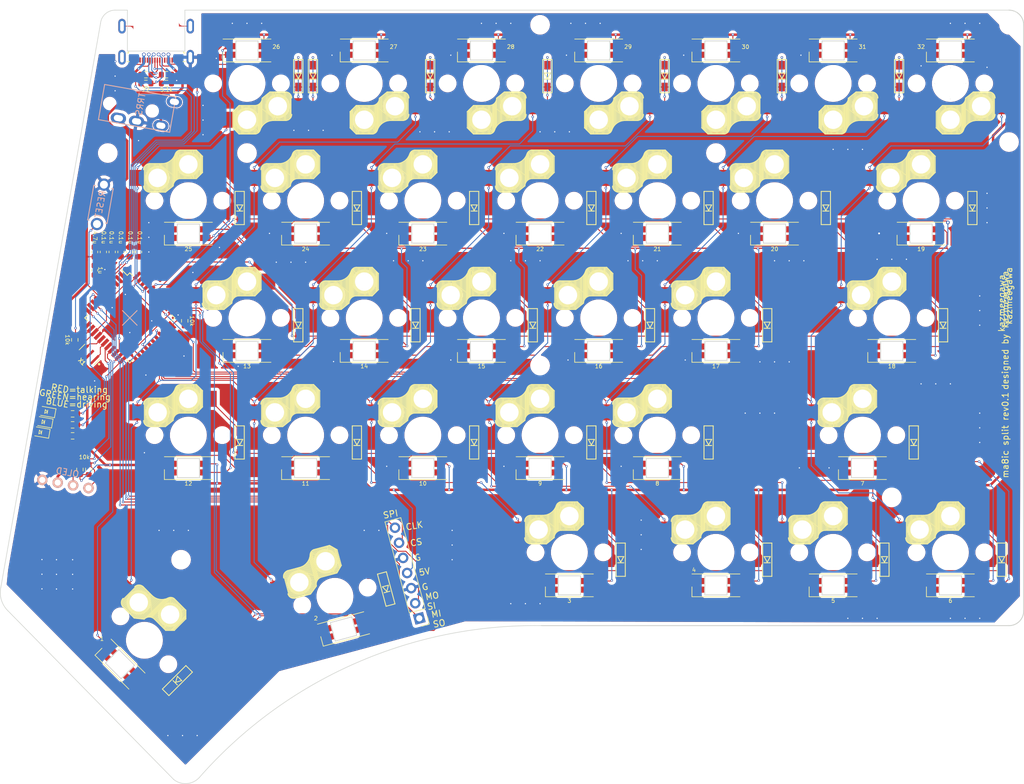
<source format=kicad_pcb>
(kicad_pcb (version 20211014) (generator pcbnew)
  (title_block (title "HatsuLight69") (date "2023-01-02") (rev "0.1") (company "kazmeegawa"))
  (layers (0 "F.Cu" signal) (31 "B.Cu" signal) (34 "B.Paste" user) (35 "F.Paste" user) (36 "B.SilkS" user "B.Silkscreen") (37 "F.SilkS" user "F.Silkscreen") (38 "B.Mask" user) (39 "F.Mask" user) (44 "Edge.Cuts" user))
  (net 0 "")
  (net 1 "Net-(C1-Pad1)")
  (net 2 "GND")
  (net 3 "Net-(C2-Pad2)")
  (net 4 "VCC")
  (net 5 "Net-(D1-Pad1)")
  (net 6 "Net-(D2-Pad1)")
  (net 7 "Net-(D3-Pad2)")
  (net 8 "ROW0")
  (net 9 "Net-(D4-Pad2)")
  (net 10 "Net-(D5-Pad2)")
  (net 11 "Net-(D6-Pad2)")
  (net 12 "Net-(D7-Pad2)")
  (net 13 "Net-(D8-Pad2)")
  (net 14 "Net-(D9-Pad2)")
  (net 15 "Net-(D10-Pad2)")
  (net 16 "ROW1")
  (net 17 "Net-(D11-Pad2)")
  (net 18 "Net-(D12-Pad2)")
  (net 19 "Net-(D13-Pad2)")
  (net 20 "Net-(D14-Pad2)")
  (net 21 "Net-(D15-Pad2)")
  (net 22 "Net-(D16-Pad2)")
  (net 23 "Net-(D17-Pad2)")
  (net 24 "Net-(D18-Pad2)")
  (net 25 "ROW2")
  (net 26 "Net-(D19-Pad2)")
  (net 27 "Net-(D20-Pad2)")
  (net 28 "Net-(D21-Pad2)")
  (net 29 "Net-(D22-Pad2)")
  (net 30 "Net-(D23-Pad2)")
  (net 31 "Net-(D24-Pad2)")
  (net 32 "Net-(D25-Pad2)")
  (net 33 "ROW3")
  (net 34 "Net-(D26-Pad2)")
  (net 35 "Net-(D27-Pad2)")
  (net 36 "Net-(D28-Pad2)")
  (net 37 "Net-(D29-Pad2)")
  (net 38 "Net-(D30-Pad2)")
  (net 39 "Net-(D31-Pad2)")
  (net 40 "Net-(D32-Pad2)")
  (net 41 "Net-(D33-Pad2)")
  (net 42 "ROW4")
  (net 43 "Net-(D34-Pad2)")
  (net 44 "Net-(D35-Pad2)")
  (net 45 "Net-(D36-Pad2)")
  (net 46 "Net-(D37-Pad2)")
  (net 47 "Net-(D38-Pad2)")
  (net 48 "Net-(D39-Pad2)")
  (net 49 "LED")
  (net 50 "Net-(D40-Pad2)")
  (net 51 "Net-(D41-Pad2)")
  (net 52 "Net-(D42-Pad2)")
  (net 53 "Net-(D43-Pad2)")
  (net 54 "Net-(D44-Pad2)")
  (net 55 "Net-(D45-Pad2)")
  (net 56 "Net-(D46-Pad2)")
  (net 57 "Net-(D47-Pad2)")
  (net 58 "Net-(D48-Pad2)")
  (net 59 "Net-(D49-Pad2)")
  (net 60 "Net-(D50-Pad2)")
  (net 61 "Net-(D51-Pad2)")
  (net 62 "Net-(D52-Pad2)")
  (net 63 "Net-(D53-Pad2)")
  (net 64 "Net-(D54-Pad2)")
  (net 65 "Net-(D55-Pad2)")
  (net 66 "Net-(D56-Pad2)")
  (net 67 "Net-(D57-Pad2)")
  (net 68 "Net-(D58-Pad2)")
  (net 69 "Net-(D59-Pad2)")
  (net 70 "Net-(D60-Pad2)")
  (net 71 "Net-(D61-Pad2)")
  (net 72 "Net-(D62-Pad2)")
  (net 73 "Net-(D63-Pad2)")
  (net 74 "Net-(D64-Pad2)")
  (net 76 "Net-(D65-Pad2)")
  (net 77 "Net-(D66-Pad2)")
  (net 79 "Net-(J1-PadA5)")
  (net 80 "Net-(J1-PadA6)")
  (net 81 "Net-(J1-PadA7)")
  (net 82 "unconnected-(J1-PadA8)")
  (net 87 "Net-(J1-PadB5)")
  (net 91 "SCL")
  (net 92 "SDA")
  (net 93 "MISO")
  (net 94 "MOSI")
  (net 95 "NCS")
  (net 96 "SCLK")
  (net 97 "/MCU/D-")
  (net 98 "/MCU/D+")
  (net 99 "Net-(R5-Pad2)")
  (net 100 "Net-(R6-Pad2)")
  (net 101 "Net-(R7-Pad1)")
  (net 102 "Net-(R8-Pad2)")
  (net 103 "COL0")
  (net 104 "COL1")
  (net 105 "COL2")
  (net 106 "COL3")
  (net 107 "COL4")
  (net 108 "COL5")
  (net 109 "COL6")
  (net 112 "/MCU/XTAL1")
  (net 113 "/MCU/XTAL2")
  (net 114 "DATA")
  (footprint "kbd:D3_SMD_v2" (layer "F.Cu") (at 167.87798 120.25328 90)
    (fp_text reference "D33")
    (fp_text value "D_Small" hide)
  )
  (footprint "ma8ic_split_69:C_0603_1608Metric" (layer "F.Cu") (at 83.82005 70.24685 90)
    (fp_text reference "C6" hide)
    (fp_text value "0.1u" hide)
  )
  (footprint "kbd:D3_SMD_v2" (layer "F.Cu") (at 136.921704 41.671964 90)
    (fp_text reference "D8")
    (fp_text value "D_Small" hide)
  )
  (footprint "ma8ic_split_69:R_0603_1608Metric" (layer "F.Cu") (at 94.059425 41.433725)
    (fp_text reference "R2")
    (fp_text value "5.1k")
  )
  (footprint "ma8ic_split_69:C_0603_1608Metric" (layer "F.Cu") (at 82.3913 70.24685 90)
    (fp_text reference "C7" hide)
    (fp_text value "4.7u" hide)
  )
  (footprint "kbd:YS-SK6812MINI-E" (layer "F.Cu") (at 173.83111 105.370455)
    (fp_text reference "D43")
    (fp_text value "SK6812MINI" hide)
    (fp_line (start -1.8 -1.55) (end -1.8 1.55) (layer "Edge.Cuts") (width 0.12))
    (fp_line (start -1.8 1.55) (end 1.8 1.55) (layer "Edge.Cuts") (width 0.12))
    (fp_line (start 1.8 -1.55) (end -1.8 -1.55) (layer "Edge.Cuts") (width 0.12))
    (fp_line (start 1.8 1.55) (end 1.8 -1.55) (layer "Edge.Cuts") (width 0.12))
  )
  (footprint "ma8ic_split_69:LED_0603_1608Metric" (layer "F.Cu") (at 73.580675 99.536225 170)
    (fp_text reference "D3" hide)
    (fp_text value "BLUE")
  )
  (footprint "kbd:YS-SK6812MINI-E" (layer "F.Cu") (at 192.881126 67.270423)
    (fp_text reference "D55")
    (fp_text value "SK6812MINI" hide)
    (fp_line (start 1.8 1.55) (end 1.8 -1.55) (layer "Edge.Cuts") (width 0.12))
    (fp_line (start -1.8 1.55) (end 1.8 1.55) (layer "Edge.Cuts") (width 0.12))
    (fp_line (start 1.8 -1.55) (end -1.8 -1.55) (layer "Edge.Cuts") (width 0.12))
    (fp_line (start -1.8 -1.55) (end -1.8 1.55) (layer "Edge.Cuts") (width 0.12))
  )
  (footprint "HatsuLight69:HRS_CX70M-24P1" (layer "F.Cu") (at 92.39255 33.337582 180)
    (fp_text reference "J1")
    (fp_text value "USB_C_Receptacle")
    (fp_line (start 4.67 -4.26875) (end 4.67 2.38125) (layer "Edge.Cuts") (width 0.1))
    (fp_line (start -4.67 -4.26875) (end 4.67 -4.26875) (layer "Edge.Cuts") (width 0.1))
    (fp_line (start -4.67 2.38125) (end -4.67 -4.26875) (layer "Edge.Cuts") (width 0.1))
  )
  (footprint "kbd:YS-SK6812MINI-E" (layer "F.Cu") (at 202.406134 37.504773)
    (fp_text reference "D66")
    (fp_text value "SK6812MINI" hide)
    (fp_line (start -1.8 1.55) (end 1.8 1.55) (layer "Edge.Cuts") (width 0.12))
    (fp_line (start -1.8 -1.55) (end -1.8 1.55) (layer "Edge.Cuts") (width 0.12))
    (fp_line (start 1.8 -1.55) (end -1.8 -1.55) (layer "Edge.Cuts") (width 0.12))
    (fp_line (start 1.8 1.55) (end 1.8 -1.55) (layer "Edge.Cuts") (width 0.12))
  )
  (footprint "kbd:D3_SMD_v2" (layer "F.Cu") (at 115.490436 41.671964 90)
    (fp_text reference "D10")
    (fp_text value "D_Small" hide)
  )
  (footprint "ma8ic_split_69:R_0603_1608Metric" (layer "F.Cu") (at 79.176343 84.5345 90)
    (fp_text reference "R6")
    (fp_text value "10k")
  )
  (footprint "kbd:D3_SMD_v2" (layer "F.Cu") (at 105.965428 63.103232 90)
    (fp_text reference "D17")
    (fp_text value "D_Small" hide)
  )
  (footprint "kbd:YS-SK6812MINI-E" (layer "F.Cu") (at 216.693646 67.270423)
    (fp_text reference "D54")
    (fp_text value "SK6812MINI" hide)
    (fp_line (start 1.8 1.55) (end 1.8 -1.55) (layer "Edge.Cuts") (width 0.12))
    (fp_line (start -1.8 1.55) (end 1.8 1.55) (layer "Edge.Cuts") (width 0.12))
    (fp_line (start 1.8 -1.55) (end -1.8 -1.55) (layer "Edge.Cuts") (width 0.12))
    (fp_line (start -1.8 -1.55) (end -1.8 1.55) (layer "Edge.Cuts") (width 0.12))
  )
  (footprint "ma8ic_split_69:R_0603_1608Metric" (layer "F.Cu") (at 78.819425 98.3456)
    (fp_text reference "R8")
    (fp_text value "1k")
  )
  (footprint "kbd:YS-SK6812MINI-E" (layer "F.Cu") (at 122.84075 131.50851 15)
    (fp_text reference "D37")
    (fp_text value "SK6812MINI" hide)
    (fp_line (start -1.8 1.55) (end 1.8 1.55) (layer "Edge.Cuts") (width 0.12))
    (fp_line (start 1.8 -1.55) (end -1.8 -1.55) (layer "Edge.Cuts") (width 0.12))
    (fp_line (start -1.8 -1.55) (end -1.8 1.55) (layer "Edge.Cuts") (width 0.12))
    (fp_line (start 1.8 1.55) (end 1.8 -1.55) (layer "Edge.Cuts") (width 0.12))
  )
  (footprint "kbd:D3_SMD_v2" (layer "F.Cu") (at 215.50302 101.203264 90)
    (fp_text reference "D24")
    (fp_text value "D_Small" hide)
  )
  (footprint "ma8ic_split_69:R_0603_1608Metric" (layer "F.Cu") (at 80.01005 105.599975 -90)
    (fp_text reference "R10")
    (fp_text value "10k")
  )
  (footprint "kbd:D3_SMD_v2" (layer "F.Cu") (at 163.115476 63.103232 90)
    (fp_text reference "D14")
    (fp_text value "D_Small" hide)
  )
  (footprint "kbd:D3_SMD_v2" (layer "F.Cu") (at 105.965428 101.203264 90)
    (fp_text reference "D29")
    (fp_text value "D_Small" hide)
  )
  (footprint "kbd:D3_SMD_v2" (layer "F.Cu") (at 172.640484 82.153248 90)
    (fp_text reference "D20")
    (fp_text value "D_Small" hide)
  )
  (footprint "kbd:D3_SMD_v2" (layer "F.Cu") (at 213.121768 41.671964 90)
    (fp_text reference "D4")
    (fp_text value "D_Small" hide)
  )
  (footprint "kbd:D3_SMD_v2" (layer "F.Cu") (at 125.015444 101.203264 90)
    (fp_text reference "D28")
    (fp_text value "D_Small" hide)
  )
  (footprint "kbd:YS-SK6812MINI-E" (layer "F.Cu") (at 145.256086 37.504773)
    (fp_text reference "D63")
    (fp_text value "SK6812MINI" hide)
    (fp_line (start -1.8 -1.55) (end -1.8 1.55) (layer "Edge.Cuts") (width 0.12))
    (fp_line (start 1.8 -1.55) (end -1.8 -1.55) (layer "Edge.Cuts") (width 0.12))
    (fp_line (start 1.8 1.55) (end 1.8 -1.55) (layer "Edge.Cuts") (width 0.12))
    (fp_line (start -1.8 1.55) (end 1.8 1.55) (layer "Edge.Cuts") (width 0.12))
  )
  (footprint "kbd:D3_SMD_v2" (layer "F.Cu") (at 163.115476 101.203264 90)
    (fp_text reference "D26")
    (fp_text value "D_Small" hide)
  )
  (footprint "kbd:D3_SMD_v2" (layer "F.Cu") (at 95.845107 139.898609 45)
    (fp_text reference "D35")
    (fp_text value "D_Small" hide)
  )
  (footprint "ma8ic_split_69:R_0603_1608Metric" (layer "F.Cu") (at 81.4388 105.599975 -90)
    (fp_text reference "R11")
    (fp_text value "10k")
  )
  (footprint "kbd:YS-SK6812MINI-E" (layer "F.Cu") (at 126.20607 37.504773)
    (fp_text reference "D62")
    (fp_text value "SK6812MINI" hide)
    (fp_line (start -1.8 -1.55) (end -1.8 1.55) (layer "Edge.Cuts") (width 0.12))
    (fp_line (start 1.8 -1.55) (end -1.8 -1.55) (layer "Edge.Cuts") (width 0.12))
    (fp_line (start 1.8 1.55) (end 1.8 -1.55) (layer "Edge.Cuts") (width 0.12))
    (fp_line (start -1.8 1.55) (end 1.8 1.55) (layer "Edge.Cuts") (width 0.12))
  )
  (footprint "kbd:YS-SK6812MINI-E" (layer "F.Cu") (at 221.45615 124.420471)
    (fp_text reference "D41")
    (fp_text value "SK6812MINI" hide)
    (fp_line (start -1.8 1.55) (end 1.8 1.55) (layer "Edge.Cuts") (width 0.12))
    (fp_line (start -1.8 -1.55) (end -1.8 1.55) (layer "Edge.Cuts") (width 0.12))
    (fp_line (start 1.8 1.55) (end 1.8 -1.55) (layer "Edge.Cuts") (width 0.12))
    (fp_line (start 1.8 -1.55) (end -1.8 -1.55) (layer "Edge.Cuts") (width 0.12))
  )
  (footprint "kbd:YS-SK6812MINI-E" (layer "F.Cu") (at 145.256086 86.320439)
    (fp_text reference "D50")
    (fp_text value "SK6812MINI" hide)
    (fp_line (start -1.8 1.55) (end 1.8 1.55) (layer "Edge.Cuts") (width 0.12))
    (fp_line (start 1.8 1.55) (end 1.8 -1.55) (layer "Edge.Cuts") (width 0.12))
    (fp_line (start 1.8 -1.55) (end -1.8 -1.55) (layer "Edge.Cuts") (width 0.12))
    (fp_line (start -1.8 -1.55) (end -1.8 1.55) (layer "Edge.Cuts") (width 0.12))
  )
  (footprint "kbd:YS-SK6812MINI-E" (layer "F.Cu") (at 221.45615 37.504773)
    (fp_text reference "D67")
    (fp_text value "SK6812MINI" hide)
    (fp_line (start 1.8 -1.55) (end -1.8 -1.55) (layer "Edge.Cuts") (width 0.12))
    (fp_line (start 1.8 1.55) (end 1.8 -1.55) (layer "Edge.Cuts") (width 0.12))
    (fp_line (start -1.8 -1.55) (end -1.8 1.55) (layer "Edge.Cuts") (width 0.12))
    (fp_line (start -1.8 1.55) (end 1.8 1.55) (layer "Edge.Cuts") (width 0.12))
  )
  (footprint "kbd:D3_SMD_v2" (layer "F.Cu") (at 144.06546 101.203264 90)
    (fp_text reference "D27")
    (fp_text value "D_Small" hide)
  )
  (footprint "kbd:D3_SMD_v2" (layer "F.Cu") (at 144.06546 63.103232 90)
    (fp_text reference "D15")
    (fp_text value "D_Small" hide)
  )
  (footprint "ma8ic_split_69:OSC_CSTNE16M0V530000R0" (layer "F.Cu") (at 81.557595 86.915752 135)
    (fp_text reference "X1")
    (fp_text value "CSTNE16M0V530000R0")
  )
  (footprint "kbd:YS-SK6812MINI-E" (layer "F.Cu") (at 116.681062 67.270423)
    (fp_text reference "D59")
    (fp_text value "SK6812MINI" hide)
    (fp_line (start 1.8 1.55) (end 1.8 -1.55) (layer "Edge.Cuts") (width 0.12))
    (fp_line (start -1.8 -1.55) (end -1.8 1.55) (layer "Edge.Cuts") (width 0.12))
    (fp_line (start 1.8 -1.55) (end -1.8 -1.55) (layer "Edge.Cuts") (width 0.12))
    (fp_line (start -1.8 1.55) (end 1.8 1.55) (layer "Edge.Cuts") (width 0.12))
  )
  (footprint "ma8ic_split_69:R_0603_1608Metric" (layer "F.Cu") (at 97.035733 81.438725 90)
    (fp_text reference "R7")
    (fp_text value "10k")
  )
  (footprint "ma8ic_split_69:R_0603_1608Metric" (layer "F.Cu") (at 90.725675 41.433725 180)
    (fp_text reference "R4")
    (fp_text value "22")
  )
  (footprint "ma8ic_split_69:C_0603_1608Metric" (layer "F.Cu") (at 82.3913 73.223553 -90)
    (fp_text reference "C2" hide)
    (fp_text value "1u")
  )
  (footprint "kbd:YS-SK6812MINI-E" (layer "F.Cu") (at 183.356118 124.420471)
    (fp_text reference "D39")
    (fp_text value "SK6812MINI" hide)
    (fp_line (start 1.8 1.55) (end 1.8 -1.55) (layer "Edge.Cuts") (width 0.12))
    (fp_line (start -1.8 -1.55) (end -1.8 1.55) (layer "Edge.Cuts") (width 0.12))
    (fp_line (start 1.8 -1.55) (end -1.8 -1.55) (layer "Edge.Cuts") (width 0.12))
    (fp_line (start -1.8 1.55) (end 1.8 1.55) (layer "Edge.Cuts") (width 0.12))
  )
  (footprint "kbd:D3_SMD_v2" (layer "F.Cu") (at 153.590468 82.153248 90)
    (fp_text reference "D21")
    (fp_text value "D_Small" hide)
  )
  (footprint "ma8ic_split_69:TQFP-44_10x10mm_P0.8mm" (layer "F.Cu") (at 88.106038 80.962622 -45)
    (fp_text reference "U1" hide)
    (fp_text value "ATMEGA32U4" hide)
  )
  (footprint "kbd:D3_SMD_v2" (layer "F.Cu") (at 155.97172 41.671964 90)
    (fp_text reference "D7")
    (fp_text value "D_Small" hide)
  )
  (footprint "kbd:D3_SMD_v2" (layer "F.Cu") (at 210.740516 120.25328 90)
    (fp_text reference "D31")
    (fp_text value "D_Small" hide)
  )
  (footprint "kbd:D3_SMD_v2" (layer "F.Cu") (at 134.540452 82.153248 90)
    (fp_text reference "D22")
    (fp_text value "D_Small" hide)
  )
  (footprint "kbd:D3_SMD_v2" (layer "F.Cu") (at 191.6905 82.153248 90)
    (fp_text reference "D19")
    (fp_text value "D_Small" hide)
  )
  (footprint "kbd:YS-SK6812MINI-E" (layer "F.Cu") (at 173.83111 67.270423)
    (fp_text reference "D56")
    (fp_text value "SK6812MINI" hide)
    (fp_line (start 1.8 1.55) (end 1.8 -1.55) (layer "Edge.Cuts") (width 0.12))
    (fp_line (start -1.8 1.55) (end 1.8 1.55) (layer "Edge.Cuts") (width 0.12))
    (fp_line (start 1.8 -1.55) (end -1.8 -1.55) (layer "Edge.Cuts") (width 0.12))
    (fp_line (start -1.8 -1.55) (end -1.8 1.55) (layer "Edge.Cuts") (width 0.12))
  )
  (footprint "kbd:YS-SK6812MINI-E" (layer "F.Cu") (at 135.731078 67.270423)
    (fp_text reference "D58")
    (fp_text value "SK6812MINI" hide)
    (fp_line (start -1.8 1.55) (end 1.8 1.55) (layer "Edge.Cuts") (width 0.12))
    (fp_line (start 1.8 -1.55) (end -1.8 -1.55) (layer "Edge.Cuts") (width 0.12))
    (fp_line (start 1.8 1.55) (end 1.8 -1.55) (layer "Edge.Cuts") (width 0.12))
    (fp_line (start -1.8 -1.55) (end -1.8 1.55) (layer "Edge.Cuts") (width 0.12))
  )
  (footprint "kbd:D3_SMD_v2" (layer "F.Cu") (at 220.265524 82.153248 90)
    (fp_text reference "D18")
    (fp_text value "D_Small" hide)
  )
  (footprint "kbd:YS-SK6812MINI-E" (layer "F.Cu") (at 97.631046 105.370455)
    (fp_text reference "D47")
    (fp_text value "SK6812MINI" hide)
    (fp_line (start 1.8 -1.55) (end -1.8 -1.55) (layer "Edge.Cuts") (width 0.12))
    (fp_line (start 1.8 1.55) (end 1.8 -1.55) (layer "Edge.Cuts") (width 0.12))
    (fp_line (start -1.8 -1.55) (end -1.8 1.55) (layer "Edge.Cuts") (width 0.12))
    (fp_line (start -1.8 1.55) (end 1.8 1.55) (layer "Edge.Cuts") (width 0.12))
  )
  (footprint "kbd:D3_SMD_v2" (layer "F.Cu") (at 115.490436 82.153248 90)
    (fp_text reference "D23")
    (fp_text value "D_Small" hide)
  )
  (footprint "ma8ic_split_69:R_0603_1608Metric" (layer "F.Cu") (at 90.725675 42.862475 180)
    (fp_text reference "R3")
    (fp_text value "22")
  )
  (footprint "kbd:D3_SMD_v2" (layer "F.Cu") (at 125.015444 63.103232 90)
    (fp_text reference "D16")
    (fp_text value "D_Small" hide)
  )
  (footprint "kbd:D3_SMD_v2" (layer "F.Cu") (at 182.165492 101.203264 90)
    (fp_text reference "D25")
    (fp_text value "D_Small" hide)
  )
  (footprint "kbd:YS-SK6812MINI-E" (layer "F.Cu") (at 202.406134 124.420471)
    (fp_text reference "D40")
    (fp_text value "SK6812MINI" hide)
    (fp_line (start -1.8 1.55) (end 1.8 1.55) (layer "Edge.Cuts") (width 0.12))
    (fp_line (start -1.8 -1.55) (end -1.8 1.55) (layer "Edge.Cuts") (width 0.12))
    (fp_line (start 1.8 1.55) (end 1.8 -1.55) (layer "Edge.Cuts") (width 0.12))
    (fp_line (start 1.8 -1.55) (end -1.8 -1.55) (layer "Edge.Cuts") (width 0.12))
  )
  (footprint "ma8ic_split_69:R_0603_1608Metric" (layer "F.Cu") (at 78.819425 96.559661)
    (fp_text reference "R5")
    (fp_text value "1k")
  )
  (footprint "kbd:YS-SK6812MINI-E" (layer "F.Cu") (at 183.356118 37.504773)
    (fp_text reference "D65")
    (fp_text value "SK6812MINI" hide)
    (fp_line (start 1.8 1.55) (end 1.8 -1.55) (layer "Edge.Cuts") (width 0.12))
    (fp_line (start -1.8 -1.55) (end -1.8 1.55) (layer "Edge.Cuts") (width 0.12))
    (fp_line (start 1.8 -1.55) (end -1.8 -1.55) (layer "Edge.Cuts") (width 0.12))
    (fp_line (start -1.8 1.55) (end 1.8 1.55) (layer "Edge.Cuts") (width 0.12))
  )
  (footprint "kbd:D3_SMD_v2" (layer "F.Cu") (at 191.6905 120.25328 90)
    (fp_text reference "D32")
    (fp_text value "D_Small" hide)
  )
  (footprint "kbd:YS-SK6812MINI-E" (layer "F.Cu") (at 86.51875 137.22351 -45)
    (fp_text reference "D36")
    (fp_text value "SK6812MINI" hide)
    (fp_line (start -1.8 1.55) (end 1.8 1.55) (layer "Edge.Cuts") (width 0.12))
    (fp_line (start 1.8 1.55) (end 1.8 -1.55) (layer "Edge.Cuts") (width 0.12))
    (fp_line (start 1.8 -1.55) (end -1.8 -1.55) (layer "Edge.Cuts") (width 0.12))
    (fp_line (start -1.8 -1.55) (end -1.8 1.55) (layer "Edge.Cuts") (width 0.12))
  )
  (footprint "kbd:D3_SMD_v2" (layer "F.Cu") (at 201.215508 63.103232 90)
    (fp_text reference "D12")
    (fp_text value "D_Small" hide)
  )
  (footprint "kbd:D3_SMD_v2" (layer "F.Cu") (at 194.071752 41.671964 90)
    (fp_text reference "D5")
    (fp_text value "D_Small" hide)
  )
  (footprint "kbd:D3_SMD_v2" (layer "F.Cu") (at 129.777948 125.015784 105)
    (fp_text reference "D34")
    (fp_text value "D_Small" hide)
  )
  (footprint "ma8ic_split_69:C_0603_1608Metric" (layer "F.Cu") (at 86.67755 70.24685 90)
    (fp_text reference "C4" hide)
    (fp_text value "0.1u" hide)
  )
  (footprint "kbd:YS-SK6812MINI-E" (layer "F.Cu") (at 116.681062 105.370455)
    (fp_text reference "D46")
    (fp_text value "SK6812MINI" hide)
    (fp_line (start 1.8 -1.55) (end -1.8 -1.55) (layer "Edge.Cuts") (width 0.12))
    (fp_line (start 1.8 1.55) (end 1.8 -1.55) (layer "Edge.Cuts") (width 0.12))
    (fp_line (start -1.8 -1.55) (end -1.8 1.55) (layer "Edge.Cuts") (width 0.12))
    (fp_line (start -1.8 1.55) (end 1.8 1.55) (layer "Edge.Cuts") (width 0.12))
  )
  (footprint "kbd:YS-SK6812MINI-E" (layer "F.Cu") (at 159.54375 124.420471)
    (fp_text reference "D38")
    (fp_text value "SK6812MINI" hide)
    (fp_line (start -1.8 1.55) (end 1.8 1.55) (layer "Edge.Cuts") (width 0.12))
    (fp_line (start 1.8 -1.55) (end -1.8 -1.55) (layer "Edge.Cuts") (width 0.12))
    (fp_line (start -1.8 -1.55) (end -1.8 1.55) (layer "Edge.Cuts") (width 0.12))
    (fp_line (start 1.8 1.55) (end 1.8 -1.55) (layer "Edge.Cuts") (width 0.12))
  )
  (footprint "kbd:YS-SK6812MINI-E" (layer "F.Cu") (at 135.731078 105.370455)
    (fp_text reference "D45")
    (fp_text value "SK6812MINI" hide)
    (fp_line (start 1.8 -1.55) (end -1.8 -1.55) (layer "Edge.Cuts") (width 0.12))
    (fp_line (start 1.8 1.55) (end 1.8 -1.55) (layer "Edge.Cuts") (width 0.12))
    (fp_line (start -1.8 1.55) (end 1.8 1.55) (layer "Edge.Cuts") (width 0.12))
    (fp_line (start -1.8 -1.55) (end -1.8 1.55) (layer "Edge.Cuts") (width 0.12))
  )
  (footprint "kbd:YS-SK6812MINI-E" (layer "F.Cu") (at 207.168638 105.370455)
    (fp_text reference "D42")
    (fp_text value "SK6812MINI" hide)
    (fp_line (start 1.8 1.55) (end 1.8 -1.55) (layer "Edge.Cuts") (width 0.12))
    (fp_line (start 1.8 -1.55) (end -1.8 -1.55) (layer "Edge.Cuts") (width 0.12))
    (fp_line (start -1.8 -1.55) (end -1.8 1.55) (layer "Edge.Cuts") (width 0.12))
    (fp_line (start -1.8 1.55) (end 1.8 1.55) (layer "Edge.Cuts") (width 0.12))
  )
  (footprint "ma8ic_split_69:R_0603_1608Metric" (layer "F.Cu") (at 94.059425 42.862475)
    (fp_text reference "R1")
    (fp_text value "5.1k")
  )
  (footprint "kbd:YS-SK6812MINI-E" (layer "F.Cu") (at 183.356118 86.320439)
    (fp_text reference "D52")
    (fp_text value "SK6812MINI" hide)
    (fp_line (start -1.8 1.55) (end 1.8 1.55) (layer "Edge.Cuts") (width 0.12))
    (fp_line (start 1.8 1.55) (end 1.8 -1.55) (layer "Edge.Cuts") (width 0.12))
    (fp_line (start -1.8 -1.55) (end -1.8 1.55) (layer "Edge.Cuts") (width 0.12))
    (fp_line (start 1.8 -1.55) (end -1.8 -1.55) (layer "Edge.Cuts") (width 0.12))
  )
  (footprint "ma8ic_split_69:C_0603_1608Metric" (layer "F.Cu") (at 89.53505 70.24685 90)
    (fp_text reference "C1" hide)
    (fp_text value "0.1u" hide)
  )
  (footprint "kbd:YS-SK6812MINI-E" (layer "F.Cu") (at 154.781094 67.270423)
    (fp_text reference "D57")
    (fp_text value "SK6812MINI" hide)
    (fp_line (start -1.8 1.55) (end 1.8 1.55) (layer "Edge.Cuts") (width 0.12))
    (fp_line (start -1.8 -1.55) (end -1.8 1.55) (layer "Edge.Cuts") (width 0.12))
    (fp_line (start 1.8 -1.55) (end -1.8 -1.55) (layer "Edge.Cuts") (width 0.12))
    (fp_line (start 1.8 1.55) (end 1.8 -1.55) (layer "Edge.Cuts") (width 0.12))
  )
  (footprint "kbd:YS-SK6812MINI-E" (layer "F.Cu") (at 107.156054 86.320439)
    (fp_text reference "D48")
    (fp_text value "SK6812MINI" hide)
    (fp_line (start -1.8 -1.55) (end -1.8 1.55) (layer "Edge.Cuts") (width 0.12))
    (fp_line (start 1.8 -1.55) (end -1.8 -1.55) (layer "Edge.Cuts") (width 0.12))
    (fp_line (start -1.8 1.55) (end 1.8 1.55) (layer "Edge.Cuts") (width 0.12))
    (fp_line (start 1.8 1.55) (end 1.8 -1.55) (layer "Edge.Cuts") (width 0.12))
  )
  (footprint "kbd:YS-SK6812MINI-E" (layer "F.Cu") (at 211.931142 86.320439)
    (fp_text reference "D53")
    (fp_text value "SK6812MINI" hide)
    (fp_line (start -1.8 -1.55) (end -1.8 1.55) (layer "Edge.Cuts") (width 0.12))
    (fp_line (start 1.8 1.55) (end 1.8 -1.55) (layer "Edge.Cuts") (width 0.12))
    (fp_line (start -1.8 1.55) (end 1.8 1.55) (layer "Edge.Cuts") (width 0.12))
    (fp_line (start 1.8 -1.55) (end -1.8 -1.55) (layer "Edge.Cuts") (width 0.12))
  )
  (footprint "kbd:D3_SMD_v2" (layer "F.Cu") (at 182.165492 63.103232 90)
    (fp_text reference "D13")
    (fp_text value "D_Small" hide)
  )
  (footprint "kbd:D3_SMD_v2" (layer "F.Cu") (at 229.790532 120.25328 90)
    (fp_text reference "D30")
    (fp_text value "D_Small" hide)
  )
  (footprint "kbd:YS-SK6812MINI-E" (layer "F.Cu") (at 107.156054 37.504773)
    (fp_text reference "D61")
    (fp_text value "SK6812MINI" hide)
    (fp_line (start 1.8 -1.55) (end -1.8 -1.55) (layer "Edge.Cuts") (width 0.12))
    (fp_line (start -1.8 1.55) (end 1.8 1.55) (layer "Edge.Cuts") (width 0.12))
    (fp_line (start 1.8 1.55) (end 1.8 -1.55) (layer "Edge.Cuts") (width 0.12))
    (fp_line (start -1.8 -1.55) (end -1.8 1.55) (layer "Edge.Cuts") (width 0.12))
  )
  (footprint "ma8ic_split_69:LED_0603_1608Metric" (layer "F.Cu") (at 74.533175 96.202475 170)
    (fp_text reference "D1" hide)
    (fp_text value "RED")
  )
  (footprint "ma8ic_split_69:C_0603_1608Metric" (layer "F.Cu") (at 88.1063 70.24685 90)
    (fp_text reference "C3" hide)
    (fp_text value "0.1u" hide)
  )
  (footprint "kbd:YS-SK6812MINI-E" (layer "F.Cu") (at 154.781094 105.370455)
    (fp_text reference "D44")
    (fp_text value "SK6812MINI" hide)
    (fp_line (start 1.8 1.55) (end 1.8 -1.55) (layer "Edge.Cuts") (width 0.12))
    (fp_line (start 1.8 -1.55) (end -1.8 -1.55) (layer "Edge.Cuts") (width 0.12))
    (fp_line (start -1.8 -1.55) (end -1.8 1.55) (layer "Edge.Cuts") (width 0.12))
    (fp_line (start -1.8 1.55) (end 1.8 1.55) (layer "Edge.Cuts") (width 0.12))
  )
  (footprint "kbd:D3_SMD_v2" (layer "F.Cu") (at 225.028028 63.103232 90)
    (fp_text reference "D11")
    (fp_text value "D_Small" hide)
  )
  (footprint "ma8ic_split_69:C_0603_1608Metric" (layer "F.Cu") (at 85.2488 70.24685 90)
    (fp_text reference "C5" hide)
    (fp_text value "0.1u" hide)
  )
  (footprint "kbd:YS-SK6812MINI-E" (layer "F.Cu") (at 164.306102 86.320439)
    (fp_text reference "D51")
    (fp_text value "SK6812MINI" hide)
    (fp_line (start -1.8 -1.55) (end -1.8 1.55) (layer "Edge.Cuts") (width 0.12))
    (fp_line (start 1.8 -1.55) (end -1.8 -1.55) (layer "Edge.Cuts") (width 0.12))
    (fp_line (start 1.8 1.55) (end 1.8 -1.55) (layer "Edge.Cuts") (width 0.12))
    (fp_line (start -1.8 1.55) (end 1.8 1.55) (layer "Edge.Cuts") (width 0.12))
  )
  (footprint "kbd:YS-SK6812MINI-E" (layer "F.Cu") (at 164.306102 37.504773)
    (fp_text reference "D64")
    (fp_text value "SK6812MINI" hide)
    (fp_line (start 1.8 1.55) (end 1.8 -1.55) (layer "Edge.Cuts") (width 0.12))
    (fp_line (start 1.8 -1.55) (end -1.8 -1.55) (layer "Edge.Cuts") (width 0.12))
    (fp_line (start -1.8 -1.55) (end -1.8 1.55) (layer "Edge.Cuts") (width 0.12))
    (fp_line (start -1.8 1.55) (end 1.8 1.55) (layer "Edge.Cuts") (width 0.12))
  )
  (footprint "Connector_PinHeader_2.54mm:PinHeader_1x07_P2.54mm_Vertical" (layer "F.Cu") (at 135.150367 129.7781 -165)
    (fp_text reference "J4" hide)
    (fp_text value "SPI")
  )
  (footprint "ma8ic_split_69:LED_0603_1608Metric" (layer "F.Cu") (at 74.056925 97.86935 170)
    (fp_text reference "D2" hide)
    (fp_text value "GREEN")
  )
  (footprint "ma8ic_split_69:R_0603_1608Metric" (layer "F.Cu") (at 78.819425 100.131539 180)
    (fp_text reference "R9")
    (fp_text value "1k")
  )
  (footprint "kbd:D3_SMD_v2" (layer "F.Cu") (at 175.021736 41.671964 90)
    (fp_text reference "D6")
    (fp_text value "D_Small" hide)
  )
  (footprint "kbd:D3_SMD_v2" (layer "F.Cu") (at 117.871688 41.671964 90)
    (fp_text reference "D9")
    (fp_text value "D_Small" hide)
  )
  (footprint "kbd:YS-SK6812MINI-E" (layer "F.Cu") (at 126.20607 86.320439)
    (fp_text reference "D49")
    (fp_text value "SK6812MINI" hide)
    (fp_line (start 1.8 1.55) (end 1.8 -1.55) (layer "Edge.Cuts") (width 0.12))
    (fp_line (start 1.8 -1.55) (end -1.8 -1.55) (layer "Edge.Cuts") (width 0.12))
    (fp_line (start -1.8 1.55) (end 1.8 1.55) (layer "Edge.Cuts") (width 0.12))
    (fp_line (start -1.8 -1.55) (end -1.8 1.55) (layer "Edge.Cuts") (width 0.12))
  )
  (footprint "kbd:YS-SK6812MINI-E" (layer "F.Cu") (at 97.631046 67.270423)
    (fp_text reference "D60")
    (fp_text value "SK6812MINI" hide)
    (fp_line (start -1.8 -1.55) (end -1.8 1.55) (layer "Edge.Cuts") (width 0.12))
    (fp_line (start 1.8 1.55) (end 1.8 -1.55) (layer "Edge.Cuts") (width 0.12))
    (fp_line (start -1.8 1.55) (end 1.8 1.55) (layer "Edge.Cuts") (width 0.12))
    (fp_line (start 1.8 -1.55) (end -1.8 -1.55) (layer "Edge.Cuts") (width 0.12))
  )
  (footprint "kbd:ChocV1_V2_Hotswap" (layer "B.Cu") (at 145.25625 42.86251 180)
    (fp_text reference "SW6")
    (fp_text value "SW_PUSH-kbd" hide)
  )
  (footprint "kbd:ChocV1_V2_Hotswap_2u" (layer "B.Cu") (at 90.4875 133.35001 -45)
    (fp_text reference "SW33")
    (fp_text value "SW_PUSH-kbd" hide)
  )
  (footprint "" (layer "B.Cu") (at 230.981258 33.337475 180)
    (fp_text reference "")
    (fp_text value "")
  )
  (footprint "kbd:ChocV1_V2_Hotswap" (layer "B.Cu") (at 116.68125 100.01251)
    (fp_text reference "SW26")
    (fp_text value "SW_PUSH-kbd" hide)
  )
  (footprint "kbd:ChocV1_V2_Hotswap" (layer "B.Cu") (at 107.15625 80.96251)
    (fp_text reference "SW21")
    (fp_text value "SW_PUSH-kbd" hide)
  )
  (footprint "" (layer "B.Cu") (at 84.53426 54.173457 180)
    (fp_text reference "")
    (fp_text value "")
  )
  (footprint "kbd:ChocV1_V2_Hotswap" (layer "B.Cu") (at 126.20625 80.96251)
    (fp_text reference "SW20")
    (fp_text value "SW_PUSH-kbd" hide)
  )
  (footprint "kbd:ChocV1_V2_Hotswap" (layer "B.Cu") (at 221.45625 119.06251)
    (fp_text reference "SW28")
    (fp_text value "SW_PUSH-kbd" hide)
  )
  (footprint "" (layer "B.Cu") (at 154.781194 33.337475 180)
    (fp_text reference "")
    (fp_text value "")
  )
  (footprint "kbd:ChocV1_V2_Hotswap" (layer "B.Cu") (at 183.35625 42.86251 180)
    (fp_text reference "SW4")
    (fp_text value "SW_PUSH-kbd" hide)
  )
  (footprint "kbd:ChocV1_V2_Hotswap" (layer "B.Cu") (at 135.73125 100.01251)
    (fp_text reference "SW25")
    (fp_text value "SW_PUSH-kbd" hide)
  )
  (footprint "kbd:ChocV1_V2_Hotswap" (layer "B.Cu") (at 173.83125 61.91251)
    (fp_text reference "SW11")
    (fp_text value "SW_PUSH-kbd" hide)
  )
  (footprint "kbd:ChocV1_V2_Hotswap" (layer "B.Cu") (at 154.78125 61.91251)
    (fp_text reference "SW12")
    (fp_text value "SW_PUSH-kbd" hide)
  )
  (footprint "kbd:ChocV1_V2_Hotswap" (layer "B.Cu") (at 202.40625 119.06251)
    (fp_text reference "SW29")
    (fp_text value "SW_PUSH-kbd" hide)
  )
  (footprint "kbd:ChocV1_V2_Hotswap" (layer "B.Cu") (at 183.35625 119.06251)
    (fp_text reference "SW30")
    (fp_text value "SW_PUSH-kbd" hide)
  )
  (footprint "" (layer "B.Cu") (at 230.981258 52.387475 180)
    (fp_text reference "")
    (fp_text value "")
  )
  (footprint "kbd:ChocV1_V2_Hotswap" (layer "B.Cu") (at 221.45625 42.86251 180)
    (fp_text reference "SW2")
    (fp_text value "SW_PUSH-kbd" hide)
  )
  (footprint "" (layer "B.Cu") (at 154.781194 88.701611 180)
    (fp_text reference "")
    (fp_text value "")
  )
  (footprint "kbd:ChocV1_V2_Hotswap" (layer "B.Cu") (at 97.63125 100.01251)
    (fp_text reference "SW27")
    (fp_text value "SW_PUSH-kbd" hide)
  )
  (footprint "kbd:ChocV1_V2_Hotswap_1.5u" (layer "B.Cu") (at 216.69375 61.91251)
    (fp_text reference "SW9" hide)
    (fp_text value "SW_PUSH-kbd" hide)
  )
  (footprint "kbd:ChocV1_V2_Hotswap" (layer "B.Cu") (at 183.35625 80.96251)
    (fp_text reference "SW17")
    (fp_text value "SW_PUSH-kbd" hide)
  )
  (footprint "kbd:ChocV1_V2_Hotswap" (layer "B.Cu") (at 145.25625 80.96251)
    (fp_text reference "SW19")
    (fp_text value "SW_PUSH-kbd" hide)
  )
  (footprint "kbd:ChocV1_V2_Hotswap" (layer "B.Cu") (at 107.15625 42.86251 180)
    (fp_text reference "SW8")
    (fp_text value "SW_PUSH-kbd" hide)
  )
  (footprint "kbd:ChocV1_V2_Hotswap" (layer "B.Cu") (at 97.63125 61.91251)
    (fp_text reference "SW15")
    (fp_text value "SW_PUSH-kbd" hide)
  )
  (footprint "MountingHole:MountingHole_2.2mm_M2" (layer "B.Cu") (at 183.356218 54.173457 180)
    (fp_text reference "REF**" hide)
    (fp_text value "MountingHole_2.2mm_M2" hide)
  )
  (footprint "kbd:ChocV1_V2_Hotswap" (layer "B.Cu") (at 192.88125 61.91251)
    (fp_text reference "SW10")
    (fp_text value "SW_PUSH-kbd" hide)
  )
  (footprint "kbd:ResetSW_1side" (layer "B.Cu") (at 83.343534 62.507919 80)
    (fp_text reference "SW1" hide)
    (fp_text value "SW_PUSH")
  )
  (footprint "kbd:ChocV1_V2_Hotswap_2u" (layer "B.Cu") (at 211.93125 80.96251)
    (fp_text reference "SW16")
    (fp_text value "SW_PUSH-kbd" hide)
  )
  (footprint "ma8ic_split_69:OLED_v2" (layer "B.Cu") (at 77.645643 107.948117 170)
    (fp_text reference "J3" hide)
    (fp_text value "I2C" hide)
  )
  (footprint "MountingHole:MountingHole_2.2mm_M2" (layer "B.Cu") (at 211.931242 110.132879 180)
    (fp_text reference "REF**" hide)
    (fp_text value "MountingHole_2.2mm_M2" hide)
  )
  (footprint "kbd:ChocV1_V2_Hotswap" (layer "B.Cu") (at 135.73125 61.91251)
    (fp_text reference "SW13")
    (fp_text value "SW_PUSH-kbd" hide)
  )
  (footprint "kbd:ChocV1_V2_Hotswap" (layer "B.Cu") (at 154.78125 100.01251)
    (fp_text reference "SW24")
    (fp_text value "SW_PUSH-kbd" hide)
  )
  (footprint "kbd:ChocV1_V2_Hotswap" (layer "B.Cu") (at 126.20625 42.86251 180)
    (fp_text reference "SW7")
    (fp_text value "SW_PUSH-kbd" hide)
  )
  (footprint "kbd:ChocV1_V2_Hotswap" (layer "B.Cu") (at 202.40625 42.86251 180)
    (fp_text reference "SW3")
    (fp_text value "SW_PUSH-kbd" hide)
  )
  (footprint "kbd:ChocV1_V2_Hotswap_2.5u" (layer "B.Cu") (at 207.168738 100.01251)
    (fp_text reference "SW22")
    (fp_text value "SW_PUSH-kbd" hide)
  )
  (footprint "kbd:ChocV1_V2_Hotswap" (layer "B.Cu") (at 121.44375 126.20626 15)
    (fp_text reference "SW32")
    (fp_text value "SW_PUSH-kbd" hide)
  )
  (footprint "kbd:ChocV1_V2_Hotswap" (layer "B.Cu") (at 164.30625 80.96251)
    (fp_text reference "SW18")
    (fp_text value "SW_PUSH-kbd" hide)
  )
  (footprint "kbd:ChocV1_V2_Hotswap" (layer "B.Cu") (at 164.30625 42.86251 180)
    (fp_text reference "SW5")
    (fp_text value "SW_PUSH-kbd" hide)
  )
  (footprint "MountingHole:MountingHole_2.2mm_M2" (layer "B.Cu") (at 107.156154 54.173457 180)
    (fp_text reference "REF**" hide)
    (fp_text value "MountingHole_2.2mm_M2" hide)
  )
  (footprint "kbd:ChocV1_V2_Hotswap" (layer "B.Cu") (at 116.68125 61.91251)
    (fp_text reference "SW14")
    (fp_text value "SW_PUSH-kbd" hide)
  )
  (footprint "MountingHole:MountingHole_2.2mm_M2" (layer "B.Cu") (at 96.44052 120.2532 180)
    (fp_text reference "REF**" hide)
    (fp_text value "MountingHole_2.2mm_M2" hide)
  )
  (footprint "kbd:ChocV1_V2_Hotswap_1.5u" (layer "B.Cu") (at 159.54375 119.06251)
    (fp_text reference "SW31" hide)
    (fp_text value "SW_PUSH-kbd" hide)
  )
  (footprint "kbd:ChocV1_V2_Hotswap" (layer "B.Cu") (at 173.83125 100.01251)
    (fp_text reference "SW23")
    (fp_text value "SW_PUSH-kbd" hide)
  )
  (footprint "kbd:MJ-4PP-9_1side" (layer "B.Cu") (at 83.373946 45.86437 -100)
    (fp_text reference "J2")
    (fp_text value "MJ-4PP-9" hide)
  )
  (gr_line (start 86.915412 82.153248) (end 89.296664 79.771996) (layer "B.SilkS") (width 0.15))
  (gr_line (start 86.915412 79.771996) (end 89.296664 82.153248) (layer "B.SilkS") (width 0.15))
  (gr_line (start 87.72255 30.956332) (end 85.72505 30.956225) (layer "Edge.Cuts") (width 0.1))
  (gr_arc (start 99.434265 155.616569) (mid 124.523183 137.195421) (end 155.019425 130.968725) (layer "Edge.Cuts") (width 0.1))
  (gr_line (start 67.1513 124.777475) (end 83.355618 33.100532) (layer "Edge.Cuts") (width 0.1))
  (gr_arc (start 230.9813 30.95621) (mid 232.665098 31.653695) (end 233.36255 33.33751) (layer "Edge.Cuts") (width 0.15))
  (gr_arc (start 83.355618 33.100532) (mid 84.127226 31.571906) (end 85.72505 30.956225) (layer "Edge.Cuts") (width 0.1))
  (gr_arc (start 68.341925 128.587475) (mid 67.259629 126.834664) (end 67.1513 124.777475) (layer "Edge.Cuts") (width 0.1))
  (gr_line (start 155.019425 130.968725) (end 230.98125 130.968725) (layer "Edge.Cuts") (width 0.15))
  (gr_line (start 68.341925 128.587475) (end 95.25005 155.97185) (layer "Edge.Cuts") (width 0.1))
  (gr_line (start 230.9813 30.95621) (end 97.06255 30.956332) (layer "Edge.Cuts") (width 0.1))
  (gr_arc (start 99.434265 155.616569) (mid 97.413053 156.629153) (end 95.250051 155.971849) (layer "Edge.Cuts") (width 0.1))
  (gr_arc (start 233.362465 128.587475) (mid 232.665032 130.271264) (end 230.98125 130.968725) (layer "Edge.Cuts") (width 0.15))
  (gr_line (start 233.36255 33.33751) (end 233.362465 128.587475) (layer "Edge.Cuts") (width 0.15))
  (gr_text "4" (at 179.784425 121.919975) (layer "F.SilkS") (effects (font (size 0.640654 0.640654) (thickness 0.1016))))
  (gr_text "28" (at 150.0188 36.90935) (layer "F.SilkS") (effects (font (size 0.640654 0.640654) (thickness 0.1016))))
  (gr_text "kazmeegawa" (at 230.981158 77.390744 -270) (layer "F.SilkS") (effects (font (size 1 1))))
  (gr_text "CS" (at 133.588175 117.633725 10) (layer "F.SilkS") (effects (font (size 1 1)) (justify left)))
  (gr_text "20" (at 192.8813 69.7706) (layer "F.SilkS") (effects (font (size 0.640654 0.640654) (thickness 0.1016))))
  (gr_text "0.1u" (at 85.15355 67.891 -90) (layer "F.SilkS") (effects (font (size 0.640654 0.640654) (thickness 0.1016))))
  (gr_text "27" (at 130.9688 36.90935) (layer "F.SilkS") (effects (font (size 0.640654 0.640654) (thickness 0.1016))))
  (gr_text "14" (at 126.2063 88.8206) (layer "F.SilkS") (effects (font (size 0.640654 0.640654) (thickness 0.1016))))
  (gr_text "22" (at 154.7813 69.7706) (layer "F.SilkS") (effects (font (size 0.640654 0.640654) (thickness 0.1016))))
  (gr_text "10k" (at 77.985717 84.5345 -90) (layer "F.SilkS") (effects (font (size 0.640654 0.640654) (thickness 0.1016))))
  (gr_text "G" (at 135.493175 124.777475 10) (layer "F.SilkS") (effects (font (size 1 1)) (justify left)))
  (gr_text "23" (at 135.7313 69.7706) (layer "F.SilkS") (effects (font (size 0.640654 0.640654) (thickness 0.1016))))
  (gr_text "11" (at 116.6813 107.8706) (layer "F.SilkS") (effects (font (size 0.640654 0.640654) (thickness 0.1016))))
  (gr_text "0.1u" (at 89.72555 67.891 -90) (layer "F.SilkS") (effects (font (size 0.640654 0.640654) (thickness 0.1016))))
  (gr_text "22" (at 90.725675 43.900289) (layer "F.SilkS") (effects (font (size 0.640654 0.640654) (thickness 0.1016))))
  (gr_text "15" (at 145.2563 88.8206) (layer "F.SilkS") (effects (font (size 0.640654 0.640654) (thickness 0.1016))))
  (gr_text "5V" (at 135.016925 122.396225 10) (layer "F.SilkS") (effects (font (size 1 1)) (justify left)))
  (gr_text "24" (at 116.6813 69.7706) (layer "F.SilkS") (effects (font (size 0.640654 0.640654) (thickness 0.1016))))
  (gr_text "31" (at 207.1688 36.90935) (layer "F.SilkS") (effects (font (size 0.640654 0.640654) (thickness 0.1016))))
  (gr_text "10k" (at 80.724425 103.58435) (layer "F.SilkS") (effects (font (size 0.640654 0.640654) (thickness 0.1016))))
  (gr_text "16" (at 164.3063 88.8206) (layer "F.SilkS") (effects (font (size 0.640654 0.640654) (thickness 0.1016))))
  (gr_text "6" (at 221.4563 126.9206) (layer "F.SilkS") (effects (font (size 0.640654 0.640654) (thickness 0.1016))))
  (gr_text "kazmeegawa" (at 230.385845 77.986057 -270) (layer "F.SilkS") (effects (font (size 1 1))))
  (gr_text "17" (at 183.3563 88.8206) (layer "F.SilkS") (effects (font (size 0.640654 0.640654) (thickness 0.1016))))
  (gr_text "1" (at 83.581925 133.11185) (layer "F.SilkS") (effects (font (size 0.640654 0.640654) (thickness 0.1016))))
  (gr_text "13" (at 107.1563 88.8206) (layer "F.SilkS") (effects (font (size 0.640654 0.640654) (thickness 0.1016))))
  (gr_text "25" (at 97.6313 69.7706) (layer "F.SilkS") (effects (font (size 0.640654 0.640654) (thickness 0.1016))))
  (gr_text "18" (at 211.9313 88.8206) (layer "F.SilkS") (effects (font (size 0.640654 0.640654) (thickness 0.1016))))
  (gr_text "9" (at 154.7813 107.8706) (layer "F.SilkS") (effects (font (size 0.640654 0.640654) (thickness 0.1016))))
  (gr_text "19" (at 216.6938 69.7706) (layer "F.SilkS") (effects (font (size 0.640654 0.640654) (thickness 0.1016))))
  (gr_text "0.1u" (at 88.20155 67.891 -90) (layer "F.SilkS") (effects (font (size 0.640654 0.640654) (thickness 0.1016))))
  (gr_text "30" (at 188.157266 36.924367) (layer "F.SilkS") (effects (font (size 0.640654 0.640654) (thickness 0.1016))))
  (gr_text "32" (at 216.6938 36.90935) (layer "F.SilkS") (effects (font (size 0.640654 0.640654) (thickness 0.1016))))
  (gr_text "G" (at 134.30255 120.014975 10) (layer "F.SilkS") (effects (font (size 1 1)) (justify left)))
  (gr_text "=talking" (at 78.10505 92.6306) (layer "F.SilkS") (effects (font (size 1 1)) (justify left)))
  (gr_text "=hearing" (at 78.10505 93.821225) (layer "F.SilkS") (effects (font (size 1 1)) (justify left)))
  (gr_text "ma8ic split rev0.1" (at 230.385845 100.012638 -270) (layer "F.SilkS") (effects (font (size 1 1))))
  (gr_text "SPI" (at 130.49255 112.871225 10) (layer "F.SilkS") (effects (font (size 1 1))))
  (gr_text "MI\nSO" (at 137.16005 130.016225 10) (layer "F.SilkS") (effects (font (size 1 1)) (justify left)))
  (gr_text "10k" (at 98.226359 81.4546 -90) (layer "F.SilkS") (effects (font (size 0.640654 0.640654) (thickness 0.1016))))
  (gr_text "10" (at 135.7313 107.8706) (layer "F.SilkS") (effects (font (size 0.640654 0.640654) (thickness 0.1016))))
  (gr_text "0.1u" (at 83.88355 67.891 -90) (layer "F.SilkS") (effects (font (size 0.640654 0.640654) (thickness 0.1016))))
  (gr_text "CLK" (at 132.8738 115.01435 10) (layer "F.SilkS") (effects (font (size 1 1)) (justify left)))
  (gr_text "4.7u" (at 82.46115 67.891 -90) (layer "F.SilkS") (effects (font (size 0.640654 0.640654) (thickness 0.1016))))
  (gr_text "21" (at 173.8313 69.7706) (layer "F.SilkS") (effects (font (size 0.640654 0.640654) (thickness 0.1016))))
  (gr_text "=driving" (at 78.10505 95.01185) (layer "F.SilkS") (effects (font (size 1 1)) (justify left)))
  (gr_text "1u" (at 83.343534 73.223553 -90) (layer "F.SilkS") (effects (font (size 0.640654 0.640654) (thickness 0.1016))))
  (gr_text "3" (at 159.5438 126.9206) (layer "F.SilkS") (effects (font (size 0.640654 0.640654) (thickness 0.1016))))
  (gr_text "5" (at 202.4063 126.9206) (layer "F.SilkS") (effects (font (size 0.640654 0.640654) (thickness 0.1016))))
  (gr_text "12" (at 97.6313 107.8706) (layer "F.SilkS") (effects (font (size 0.640654 0.640654) (thickness 0.1016))))
  (gr_text "7" (at 207.1688 107.8706) (layer "F.SilkS") (effects (font (size 0.640654 0.640654) (thickness 0.1016))))
  (gr_text "8" (at 173.8313 107.8706) (layer "F.SilkS") (effects (font (size 0.640654 0.640654) (thickness 0.1016))))
  (gr_text "26" (at 111.9188 36.90935) (layer "F.SilkS") (effects (font (size 0.640654 0.640654) (thickness 0.1016))))
  (gr_text "kazmeegawa" (at 229.790532 78.58137 -270) (layer "F.SilkS") (effects (font (size 1 1))))
  (gr_text "29" (at 169.0688 36.90935) (layer "F.SilkS") (effects (font (size 0.640654 0.640654) (thickness 0.1016))))
  (gr_text "2" (at 118.348175 129.7781) (layer "F.SilkS") (effects (font (size 0.640654 0.640654) (thickness 0.1016))))
  (gr_text "designed by" (at 230.385845 88.106378 -270) (layer "F.SilkS") (effects (font (size 1 1))))
  (gr_text "MO\nSI" (at 136.20755 127.158725 10) (layer "F.SilkS") (effects (font (size 1 1)) (justify left)))
  (gr_text "0.1u" (at 86.67755 67.891 -90) (layer "F.SilkS") (effects (font (size 0.640654 0.640654) (thickness 0.1016))))
  (gr_text "5.1k" (at 94.059425 43.900289) (layer "F.SilkS") (effects (font (size 0.640654 0.640654) (thickness 0.1016))))
  (target plus (at 221.45625 42.86251) (size 5) (width 0.1) (layer "Edge.Cuts"))
  (target plus (at 221.45625 42.86251) (size 5) (width 0.1) (layer "Edge.Cuts"))
  (segment (start 89.53505 71.02185) (end 91.12255 72.60935) (width 0.1524) (layer "F.Cu") (net 1))
  (segment (start 91.12255 74.5966) (end 90.484093 75.235057) (width 0.1524) (layer "F.Cu") (net 1))
  (segment (start 90.484093 75.235057) (end 90.43949 75.235057) (width 0.1524) (layer "F.Cu") (net 1))
  (segment (start 91.12255 72.60935) (end 91.12255 74.5966) (width 0.1524) (layer "F.Cu") (net 1))
  (segment (start 171.08111 68.37296) (end 171.08111 67.970423) (width 0.1524) (layer "F.Cu") (net 2))
  (segment (start 152.031094 68.372944) (end 152.031094 67.970423) (width 0.1524) (layer "F.Cu") (net 2))
  (segment (start 90.19255 39.678532) (end 90.104232 39.76685) (width 0.1524) (layer "F.Cu") (net 2))
  (segment (start 113.931062 68.372912) (end 113.931062 67.970423) (width 0.1524) (layer "F.Cu") (net 2))
  (segment (start 104.406054 38.204773) (end 102.749377 38.204773) (width 0.1524) (layer "F.Cu") (net 2))
  (segment (start 97.035733 79.890658) (end 97.035733 80.613725) (width 0.1524) (layer "F.Cu") (net 2))
  (segment (start 83.3438 72.866225) (end 83.221128 72.743553) (width 0.1524) (layer "F.Cu") (net 2))
  (segment (start 152.031094 106.472944) (end 152.031094 106.070455) (width 0.1524) (layer "F.Cu") (net 2))
  (segment (start 95.011925 78.581225) (end 95.7263 78.581225) (width 0.1524) (layer "F.Cu") (net 2))
  (segment (start 95.25005 42.862475) (end 95.7263 42.386225) (width 0.1524) (layer "F.Cu") (net 2))
  (segment (start 89.174275 39.76685) (end 88.99255 39.585125) (width 0.1524) (layer "F.Cu") (net 2))
  (segment (start 82.944158 83.86176) (end 83.06389 83.86176) (width 0.1524) (layer "F.Cu") (net 2))
  (segment (start 90.19255 39.081332) (end 90.19255 39.678532) (width 0.1524) (layer "F.Cu") (net 2))
  (segment (start 104.35595 87.070543) (end 104.406054 87.020439) (width 0.1524) (layer "F.Cu") (net 2))
  (segment (start 83.3438 75.069013) (end 83.3438 72.866225) (width 0.1524) (layer "F.Cu") (net 2))
  (segment (start 89.873805 74.670595) (end 88.742962 75.801438) (width 0.1524) (layer "F.Cu") (net 2))
  (segment (start 94.59255 39.678532) (end 94.64895 39.734932) (width 0.1524) (layer "F.Cu") (net 2))
  (segment (start 83.221128 72.743553) (end 82.152908 72.743553) (width 0.1524) (layer "F.Cu") (net 2))
  (segment (start 95.7263 78.581225) (end 97.035733 79.890658) (width 0.1524) (layer "F.Cu") (net 2))
  (segment (start 89.174275 39.76685) (end 89.0588 39.76685) (width 0.1524) (layer "F.Cu") (net 2))
  (segment (start 95.73615 39.734932) (end 95.79255 39.678532) (width 0.1524) (layer "F.Cu") (net 2))
  (segment (start 89.873805 74.669372) (end 89.873805 74.670595) (width 0.1524) (layer "F.Cu") (net 2))
  (segment (start 94.399288 79.194855) (end 94.399288 79.193862) (width 0.1524) (layer "F.Cu") (net 2))
  (segment (start 94.64895 39.734932) (end 95.73615 39.734932) (width 0.1524) (layer "F.Cu") (net 2))
  (segment (start 102.749377 38.204773) (end 102.17155 38.7826) (width 0.1524) (layer "F.Cu") (net 2))
  (segment (start 171.08111 106.47296) (end 171.08111 106.070455) (width 0.1524) (layer "F.Cu") (net 2))
  (segment (start 88.99255 39.585125) (end 88.99255 39.081332) (width 0.1524) (layer "F.Cu") (net 2))
  (segment (start 132.981078 106.472928) (end 132.981078 106.070455) (width 0.1524) (layer "F.Cu") (net 2))
  (segment (start 95.79255 39.678532) (end 95.79255 39.081332) (width 0.1524) (layer "F.Cu") (net 2))
  (segment (start 84.641215 76.366428) (end 83.3438 75.069013) (width 0.1524) (layer "F.Cu") (net 2))
  (segment (start 94.881046 106.472896) (end 94.881046 106.070455) (width 0.1524) (layer "F.Cu") (net 2))
  (segment (start 94.399288 79.193862) (end 95.011925 78.581225) (width 0.1524) (layer "F.Cu") (net 2))
  (segment (start 95.73615 39.734932) (end 95.73615 39.7767) (width 0.1524) (layer "F.Cu") (net 2))
  (segment (start 89.0588 39.76685) (end 88.344425 40.481225) (width 0.1524) (layer "F.Cu") (net 2))
  (segment (start 113.931062 106.472912) (end 113.931062 106.070455) (width 0.1524) (layer "F.Cu") (net 2))
  (segment (start 94.881046 68.372896) (end 94.881046 67.970423) (width 0.1524) (layer "F.Cu") (net 2))
  (segment (start 132.981078 68.372928) (end 132.981078 67.970423) (width 0.1524) (layer "F.Cu") (net 2))
  (segment (start 83.06389 83.86176) (end 83.82005 83.1056) (width 0.1524) (layer "F.Cu") (net 2))
  (segment (start 95.73615 39.7767) (end 96.440675 40.481225) (width 0.1524) (layer "F.Cu") (net 2))
  (segment (start 94.59255 39.081332) (end 94.59255 39.678532) (width 0.1524) (layer "F.Cu") (net 2))
  (segment (start 190.131126 68.372976) (end 190.131126 67.970423) (width 0.1524) (layer "F.Cu") (net 2))
  (segment (start 90.104232 39.76685) (end 89.174275 39.76685) (width 0.1524) (layer "F.Cu") (net 2))
  (segment (start 94.884425 42.862475) (end 95.25005 42.862475) (width 0.1524) (layer "F.Cu") (net 2))
  (via (at 152.40005 127.39685) (size 0.4) (drill 0.2) (layers "F.Cu" "B.Cu") (net 2))
  (via (at 167.95755 105.0766) (size 0.4) (drill 0.2) (layers "F.Cu" "B.Cu") (net 2))
  (via (at 82.3913 91.20185) (size 0.4) (drill 0.2) (layers "F.Cu" "B.Cu") (net 2))
  (via (at 173.8313 71.6756) (size 0.4) (drill 0.2) (layers "F.Cu" "B.Cu") (net 2))
  (via (at 221.4563 91.6781) (size 0.4) (drill 0.2) (layers "F.Cu" "B.Cu") (net 2))
  (via (at 107.1563 33.09935) (size 0.4) (drill 0.2) (layers "F.Cu" "B.Cu") (net 2))
  (via (at 97.6313 115.4906) (size 0.4) (drill 0.2) (layers "F.Cu" "B.Cu") (net 2))
  (via (at 226.2188 33.09935) (size 0.4) (drill 0.2) (layers "F.Cu" "B.Cu") (net 2))
  (via (at 227.409425 40.2431) (size 0.4) (drill 0.2) (layers "F.Cu" "B.Cu") (net 2))
  (via (at 148.90755 67.2306) (size 0.4) (drill 0.2) (layers "F.Cu" "B.Cu") (net 2))
  (via (at 137.6363 50.7206) (size 0.4) (drill 0.2) (layers "F.Cu" "B.Cu") (net 2))
  (via (at 162.163175 33.09935) (size 0.4) (drill 0.2) (layers "F.Cu" "B.Cu") (net 2))
  (via (at 159.781925 33.09935) (size 0.4) (drill 0.2) (layers "F.Cu" "B.Cu") (net 2))
  (via (at 195.26255 71.6756) (size 0.4) (drill 0.2) (layers "F.Cu" "B.Cu") (net 2))
  (via (at 204.78755 129.7781) (size 0.4) (drill 0.2) (layers "F.Cu" "B.Cu") (net 2))
  (via (at 90.725675 90.24935) (size 0.4) (drill 0.2) (layers "F.Cu" "B.Cu") (net 2))
  (via (at 164.544425 33.09935) (size 0.4) (drill 0.2) (layers "F.Cu" "B.Cu") (net 2))
  (via (at 84.058175 73.10435) (size 0.4) (drill 0.2) (layers "F.Cu" "B.Cu") (net 2))
  (via (at 209.55005 71.437475) (size 0.4) (drill 0.2) (layers "F.Cu" "B.Cu") (net 2))
  (via (at 192.8813 96.4406) (size 0.4) (drill 0.2) (layers "F.Cu" "B.Cu") (net 2))
  (via (at 85.72505 39.2906) (size 0.4) (drill 0.2) (layers "F.Cu" "B.Cu") (net 2))
  (via (at 140.4938 117.87185) (size 0.4) (drill 0.2) (layers "F.Cu" "B.Cu") (net 2))
  (via (at 209.86755 67.2306) (size 0.605) (drill 0.3) (layers "F.Cu" "B.Cu") (net 2))
  (via (at 221.4563 33.09935) (size 0.4) (drill 0.2) (layers "F.Cu" "B.Cu") (net 2))
  (via (at 150.0188 127.39685) (size 0.4) (drill 0.2) (layers "F.Cu" "B.Cu") (net 2))
  (via (at 135.7313 71.6756) (size 0.4) (drill 0.2) (layers "F.Cu" "B.Cu") (net 2))
  (via (at 223.83755 129.7781) (size 0.4) (drill 0.2) (layers "F.Cu" "B.Cu") (net 2))
  (via (at 171.45005 71.6756) (size 0.4) (drill 0.2) (layers "F.Cu" "B.Cu") (net 2))
  (via (at 226.2188 129.7781) (size 0.4) (drill 0.2) (layers "F.Cu" "B.Cu") (net 2))
  (via (at 117.15755 50.482475) (size 0.4) (drill 0.2) (layers "F.Cu" "B.Cu") (net 2))
  (via (at 226.2188 101.2031) (size 0.4) (drill 0.2) (layers "F.Cu" "B.Cu") (net 2))
  (via (at 94.29755 148.8281) (size 0.4) (drill 0.2) (layers "F.Cu" "B.Cu") (net 2))
  (via (at 119.5388 50.482475) (size 0.4) (drill 0.2) (layers "F.Cu" "B.Cu") (net 2))
  (via (at 91.201925 65.48435) (size 0.4) (drill 0.2) (layers "F.Cu" "B.Cu") (net 2))
  (via (at 148.90755 105.0766) (size 0.4) (drill 0.2) (layers "F.Cu" "B.Cu") (net 2))
  (via (at 140.4938 115.4906) (size 0.4) (drill 0.2) (layers "F.Cu" "B.Cu") (net 2))
  (via (at 133.35005 71.6756) (size 0.4) (drill 0.2) (layers "F.Cu" "B.Cu") (net 2))
  (via (at 88.742962 75.801438) (size 0.4) (drill 0.2) (layers "F.Cu" "B.Cu") (net 2))
  (via (at 226.2188 77.3906) (size 0.4) (drill 0.2) (layers "F.Cu" "B.Cu") (net 2))
  (via (at 204.78755 53.5781) (size 0.4) (drill 0.2) (layers "F.Cu" "B.Cu") (net 2))
  (via (at 140.27155 38.2746) (size 0.4) (drill 0.2) (layers "F.Cu" "B.Cu") (net 2))
  (via (at 169.0688 71.6756) (size 0.4) (drill 0.2) (layers "F.Cu" "B.Cu") (net 2))
  (via (at 227.409425 63.1031) (size 0.4) (drill 0.2) (layers "F.Cu" "B.Cu") (net 2))
  (via (at 159.32155 87.8046) (size 0.4) (drill 0.2) (layers "F.Cu" "B.Cu") (net 2))
  (via (at 91.201925 70.24685) (size 0.4) (drill 0.2) (layers "F.Cu" "B.Cu") (net 2))
  (via (at 227.409425 65.48435) (size 0.4) (drill 0.2) (layers "F.Cu" "B.Cu") (net 2))
  (via (at 227.409425 60.72185) (size 0.4) (drill 0.2) (layers "F.Cu" "B.Cu") (net 2))
  (via (at 126.2063 115.4906) (size 0.4) (drill 0.2) (layers "F.Cu" "B.Cu") (net 2))
  (via (at 207.1688 53.5781) (size 0.4) (drill 0.2) (layers "F.Cu" "B.Cu") (net 2))
  (via (at 85.2488 79.2956) (size 0.4) (drill 0.2) (layers "F.Cu" "B.Cu") (net 2))
  (via (at 196.91355 105.3306) (size 0.4) (drill 0.2) (layers "F.Cu" "B.Cu") (net 2))
  (via (at 226.2188 82.1531) (size 0.4) (drill 0.2) (layers "F.Cu" "B.Cu") (net 2))
  (via (at 95.7263 42.386225) (size 0.4) (drill 0.2) (layers "F.Cu" "B.Cu") (net 2))
  (via (at 187.00755 67.2306) (size 0.4) (drill 0.2) (layers "F.Cu" "B.Cu") (net 2))
  (via (at 91.678175 81.438725) (size 0.4) (drill 0.2) (layers "F.Cu" "B.Cu") (net 2))
  (via (at 130.9688 71.6756) (size 0.4) (drill 0.2) (layers "F.Cu" "B.Cu") (net 2))
  (via (at 216.6938 40.004975) (size 0.4) (drill 0.2) (layers "F.Cu" "B.Cu") (net 2))
  (via (at 211.9313 71.437475) (size 0.4) (drill 0.2) (layers "F.Cu" "B.Cu") (net 2))
  (via (at 78.819425 120.2531) (size 0.4) (drill 0.2) (layers "F.Cu" "B.Cu") (net 2))
  (via (at 129.85755 105.0766) (size 0.4) (drill 0.2) (layers "F.Cu" "B.Cu") (net 2))
  (via (at 99.06005 148.8281) (size 0.4) (drill 0.2) (layers "F.Cu" "B.Cu") (net 2))
  (via (at 150.0188 33.09935) (size 0.4) (drill 0.2) (layers "F.Cu" "B.Cu") (net 2))
  (via (at 85.72505 41.67185) (size 0.4) (drill 0.2) (layers "F.Cu" "B.Cu") (net 2))
  (via (at 150.0188 71.6756) (size 0.4) (drill 0.2) (layers "F.Cu" "B.Cu") (net 2))
  (via (at 73.837038 122.612371) (size 0.4) (drill 0.2) (layers "F.Cu" "B.Cu") (net 2))
  (via (at 111.9188 71.913725) (size 0.4) (drill 0.2) (layers "F.Cu" "B.Cu") (net 2))
  (via (at 178.11755 38.2746) (size 0.4) (drill 0.2) (layers "F.Cu" "B.Cu") (net 2))
  (via (at 195.26255 88.106225) (size 0.4) (drill 0.2) (layers "F.Cu" "B.Cu") (net 2))
  (via (at 171.211925 116.204975) (size 0.4) (drill 0.2) (layers "F.Cu" "B.Cu") (net 2))
  (via (at 140.4938 120.2531) (size 0.4) (drill 0.2) (layers "F.Cu" "B.Cu") (net 2))
  (via (at 135.25505 50.7206) (size 0.4) (drill 0.2) (layers "F.Cu" "B.Cu") (net 2))
  (via (at 90.48755 102.869975) (size 0.4) (drill 0.2) (layers "F.Cu" "B.Cu") (net 2))
  (via (at 226.2188 96.4406) (size 0.4) (drill 0.2) (layers "F.Cu" "B.Cu") (net 2))
  (via (at 104.77505 33.09935) (size 0.4) (drill 0.2) (layers "F.Cu" "B.Cu") (net 2))
  (via (at 76.20005 122.63435) (size 0.4) (drill 0.2) (layers "F.Cu" "B.Cu") (net 2))
  (via (at 73.837038 120.231121) (size 0.4) (drill 0.2) (layers "F.Cu" "B.Cu") (net 2))
  (via (at 100.01255 48.8156) (size 0.4) (drill 0.2) (layers "F.Cu" "B.Cu") (net 2))
  (via (at 190.50005 88.106225) (size 0.4) (drill 0.2) (layers "F.Cu" "B.Cu") (net 2))
  (via (at 207.1688 129.7781) (size 0.4) (drill 0.2) (layers "F.Cu" "B.Cu") (net 2))
  (via (at 102.17155 38.7826) (size 0.4) (drill 0.2) (layers "F.Cu" "B.Cu") (net 2))
  (via (at 202.4063 53.5781) (size 0.4) (drill 0.2) (layers "F.Cu" "B.Cu") (net 2))
  (via (at 73.837038 124.993621) (size 0.4) (drill 0.2) (layers "F.Cu" "B.Cu") (net 2))
  (via (at 109.53755 33.09935) (size 0.4) (drill 0.2) (layers "F.Cu" "B.Cu") (net 2))
  (via (at 226.2188 79.77185) (size 0.4) (drill 0.2) (layers "F.Cu" "B.Cu") (net 2))
  (via (at 128.58755 115.4906) (size 0.4) (drill 0.2) (layers "F.Cu" "B.Cu") (net 2))
  (via (at 197.6438 71.6756) (size 0.4) (drill 0.2) (layers "F.Cu" "B.Cu") (net 2))
  (via (at 95.25005 115.4906) (size 0.4) (drill 0.2) (layers "F.Cu" "B.Cu") (net 2))
  (via (at 102.67955 69.5166) (size 0.4) (drill 0.2) (layers "F.Cu" "B.Cu") (net 2))
  (via (at 85.72505 44.0531) (size 0.4) (drill 0.2) (layers "F.Cu" "B.Cu") (net 2))
  (via (at 78.819425 122.63435) (size 0.4) (drill 0.2) (layers "F.Cu" "B.Cu") (net 2))
  (via (at 192.8813 88.106225) (size 0.4) (drill 0.2) (layers "F.Cu" "B.Cu") (net 2))
  (via (at 91.201925 67.8656) (size 0.4) (drill 0.2) (layers "F.Cu" "B.Cu") (net 2))
  (via (at 76.20005 125.0156) (size 0.4) (drill 0.2) (layers "F.Cu" "B.Cu") (net 2))
  (via (at 152.40005 71.6756) (size 0.4) (drill 0.2) (layers "F.Cu" "B.Cu") (net 2))
  (via (at 159.06755 38.2746) (size 0.4) (drill 0.2) (layers "F.Cu" "B.Cu") (net 2))
  (via (at 159.5438 50.7206) (size 0.4) (drill 0.2) (layers "F.Cu" "B.Cu") (net 2))
  (via (at 190.50005 96.4406) (size 0.4) (drill 0.2) (layers "F.Cu" "B.Cu") (net 2))
  (via (at 145.2563 33.09935) (size 0.4) (drill 0.2) (layers "F.Cu" "B.Cu") (net 2))
  (via (at 171.211925 113.823725) (size 0.4) (drill 0.2) (layers "F.Cu" "B.Cu") (net 2))
  (via (at 110.80755 67.2306) (size 0.4) (drill 0.2) (layers "F.Cu" "B.Cu") (net 2))
  (via (at 197.16755 38.2746) (size 0.4) (drill 0.2) (layers "F.Cu" "B.Cu") (net 2))
  (via (at 140.01755 50.7206) (size 0.4) (drill 0.2) (layers "F.Cu" "B.Cu") (net 2))
  (via (at 95.964425 80.486225) (size 0.4) (drill 0.2) (layers "F.Cu" "B.Cu") (net 2))
  (via (at 105.72755 88.8206) (size 0.4) (drill 0.2) (layers "F.Cu" "B.Cu") (net 2))
  (via (at 114.30005 71.913725) (size 0.4) (drill 0.2) (layers "F.Cu" "B.Cu") (net 2))
  (via (at 96.6788 148.8281) (size 0.4) (drill 0.2) (layers "F.Cu" "B.Cu") (net 2))
  (via (at 114.7763 50.482475) (size 0.4) (drill 0.2) (layers "F.Cu" "B.Cu") (net 2))
  (via (at 120.96755 38.2746) (size 0.4) (drill 0.2) (layers "F.Cu" "B.Cu") (net 2))
  (via (at 76.20005 120.2531) (size 0.4) (drill 0.2) (layers "F.Cu" "B.Cu") (net 2))
  (via (at 219.07505 91.6781) (size 0.4) (drill 0.2) (layers "F.Cu" "B.Cu") (net 2))
  (via (at 216.6938 91.6781) (size 0.4) (drill 0.2) (layers "F.Cu" "B.Cu") (net 2))
  (via (at 154.7813 127.39685) (size 0.4) (drill 0.2) (layers "F.Cu" "B.Cu") (net 2))
  (via (at 178.37155 87.8046) (size 0.4) (drill 0.2) (layers "F.Cu" "B.Cu") (net 2))
  (via (at 96.916925 87.153725) (size 0.4) (drill 0.2) (layers "F.Cu" "B.Cu") (net 2))
  (via (at 214.31255 71.437475) (size 0.4) (drill 0.2) (layers "F.Cu" "B.Cu") (net 2))
  (via (at 87.391925 77.152475) (size 0.4) (drill 0.2) (layers "F.Cu" "B.Cu") (net 2))
  (via (at 209.55005 129.7781) (size 0.4) (drill 0.2) (layers "F.Cu" "B.Cu") (net 2))
  (via (at 121.22155 88.0586) (size 0.4) (drill 0.2) (layers "F.Cu" "B.Cu") (net 2))
  (via (at 98.36155 73.5806) (size 0.4) (drill 0.2) (layers "F.Cu" "B.Cu") (net 2))
  (via (at 100.01255 46.43435) (size 0.4) (drill 0.2) (layers "F.Cu" "B.Cu") (net 2))
  (via (at 157.16255 50.7206) (size 0.4) (drill 0.2) (layers "F.Cu" "B.Cu") (net 2))
  (via (at 154.7813 50.7206) (size 0.4) (drill 0.2) (layers "F.Cu" "B.Cu") (net 2))
  (via (at 116.6813 71.913725) (size 0.4) (drill 0.2) (layers "F.Cu" "B.Cu") (net 2))
  (via (at 147.63755 33.09935) (size 0.4) (drill 0.2) (layers "F.Cu" "B.Cu") (net 2))
  (via (at 129.85755 67.2306) (size 0.4) (drill 0.2) (layers "F.Cu" "B.Cu") (net 2))
  (via (at 221.4563 129.7781) (size 0.4) (drill 0.2) (layers "F.Cu" "B.Cu") (net 2))
  (via (at 192.8813 71.6756) (size 0.4) (drill 0.2) (layers "F.Cu" "B.Cu") (net 2))
  (via (at 226.2188 98.82185) (size 0.4) (drill 0.2) (layers "F.Cu" "B.Cu") (net 2))
  (via (at 100.01255 51.19685) (size 0.4) (drill 0.2) (layers "F.Cu" "B.Cu") (net 2))
  (via (at 88.1063 83.343725) (size 0.4) (drill 0.2) (layers "F.Cu" "B.Cu") (net 2))
  (via (at 167.95755 67.2306) (size 0.4) (drill 0.2) (layers "F.Cu" "B.Cu") (net 2))
  (via (at 201.73955 105.3306) (size 0.4) (drill 0.2) (layers "F.Cu" "B.Cu") (net 2))
  (via (at 154.7813 71.6756) (size 0.4) (drill 0.2) (layers "F.Cu" "B.Cu") (net 2))
  (via (at 78.819425 125.0156) (size 0.4) (drill 0.2) (layers "F.Cu" "B.Cu") (net 2))
  (via (at 171.211925 118.586225) (size 0.4) (drill 0.2) (layers "F.Cu" "B.Cu") (net 2))
  (via (at 140.27155 87.8046) (size 0.4) (drill 0.2) (layers "F.Cu" "B.Cu") (net 2))
  (via (at 89.53505 52.14935) (size 0.4) (drill 0.2) (layers "F.Cu" "B.Cu") (net 2))
  (via (at 223.83755 33.09935) (size 0.4) (drill 0.2) (layers "F.Cu" "B.Cu") (net 2))
  (via (at 188.1188 96.4406) (size 0.4) (drill 0.2) (layers "F.Cu" "B.Cu") (net 2))
  (via (at 92.8688 115.4906) (size 0.4) (drill 0.2) (layers "F.Cu" "B.Cu") (net 2))
  (segment (start 88.742962 75.801438) (end 87.391925 77.152475) (width 0.1524) (layer "B.Cu") (net 2))
  (segment (start 82.3913 73.998553) (end 82.3913 75.247884) (width 0.1524) (layer "F.Cu") (net 3))
  (segment (start 82.3913 75.247884) (end 84.075529 76.932113) (width 0.1524) (layer "F.Cu") (net 3))
  (segment (start 178.1403 108.90935) (end 175.98755 108.90935) (width 0.4) (layer "F.Cu") (net 4))
  (segment (start 138.481078 104.670455) (end 139.611405 104.670455) (width 0.1524) (layer "F.Cu") (net 4))
  (segment (start 78.30005 87.1106) (end 81.200675 90.011225) (width 0.4) (layer "F.Cu") (net 4))
  (segment (start 147.851 108.8978) (end 144.21785 108.8978) (width 0.4) (layer "F.Cu") (net 4))
  (segment (start 161.556102 34.946652) (end 161.55005 34.9406) (width 0.1524) (layer "F.Cu") (net 4))
  (segment (start 81.119251 71.322301) (end 81.11255 71.3156) (width 0.1524) (layer "F.Cu") (net 4))
  (segment (start 229.42505 55.5656) (end 229.42505 69.90935) (width 0.4) (layer "F.Cu") (net 4))
  (segment (start 176.58111 66.570423) (end 177.711373 66.570423) (width 0.1524) (layer "F.Cu") (net 4))
  (segment (start 218.70615 35.00295) (end 218.6438 34.9406) (width 0.1524) (layer "F.Cu") (net 4))
  (segment (start 228.3938 54.53435) (end 229.42505 55.5656) (width 0.4) (layer "F.Cu") (net 4))
  (segment (start 190.207679 123.720471) (end 190.30955 123.6186) (width 0.1524) (layer "F.Cu") (net 4))
  (segment (start 81.11255 64.8581) (end 81.11255 70.811225) (width 0.4) (layer "F.Cu") (net 4))
  (segment (start 149.6438 108.90935) (end 147.86255 108.90935) (width 0.4) (layer "F.Cu") (net 4))
  (segment (start 81.378175 71.02185) (end 81.11255 71.287475) (width 0.1524) (layer "F.Cu") (net 4))
  (segment (start 107.16624 69.642) (end 104.094663 66.570423) (width 0.2) (layer "F.Cu") (net 4))
  (segment (start 148.006086 36.804773) (end 148.356086 36.804773) (width 0.1524) (layer "F.Cu") (net 4))
  (segment (start 180.606118 35.009532) (end 180.67505 34.9406) (width 0.1524) (layer "F.Cu") (net 4))
  (segment (start 93.45935 81.1244) (end 93.53555 81.2006) (width 0.1524) (layer "F.Cu") (net 4))
  (segment (start 93.61175 81.2768) (end 93.68795 81.2006) (width 0.1524) (layer "F.Cu") (net 4))
  (segment (start 81.11255 75.4406) (end 80.92505 75.6281) (width 0.4) (layer "F.Cu") (net 4))
  (segment (start 224.21195 34.9406) (end 225.2063 34.9406) (width 0.4) (layer "F.Cu") (net 4))
  (segment (start 177.711405 104.670455) (end 178.11755 105.0766) (width 0.1524) (layer "F.Cu") (net 4))
  (segment (start 149.73755 69.6281) (end 149.75145 69.642) (width 0.1524) (layer "F.Cu") (net 4))
  (segment (start 103.80005 34.9406) (end 109.92515 34.9406) (width 0.4) (layer "F.Cu") (net 4))
  (segment (start 78.31865 85.3595) (end 78.30005 85.3781) (width 0.1524) (layer "F.Cu") (net 4))
  (segment (start 84.1454 104.8622) (end 84.894112 104.8622) (width 0.4) (layer "F.Cu") (net 4))
  (segment (start 139.88895 66.848) (end 139.88895 69.642) (width 0.1524) (layer "F.Cu") (net 4))
  (segment (start 130.98755 69.6281) (end 131.00145 69.642) (width 0.1524) (layer "F.Cu") (net 4))
  (segment (start 176.58111 104.670455) (end 177.711405 104.670455) (width 0.1524) (layer "F.Cu") (net 4))
  (segment (start 224.20615 36.804773) (end 224.20615 34.9464) (width 0.1524) (layer "F.Cu") (net 4))
  (segment (start 112.23755 107.78435) (end 112.2952 107.842) (width 0.1524) (layer "F.Cu") (net 4))
  (segment (start 231.7688 41.5031) (end 231.7688 47.97185) (width 0.4) (layer "F.Cu") (net 4))
  (segment (start 167.07515 34.9406) (end 180.67505 34.9406) (width 0.4) (layer "F.Cu") (net 4))
  (segment (start 177.99215 66.8512) (end 177.99215 69.642) (width 0.1524) (layer "F.Cu") (net 4))
  (segment (start 190.207711 85.620439) (end 190.30955 85.5186) (width 0.1524) (layer "F.Cu") (net 4))
  (segment (start 78.30005 84.72185) (end 78.30005 85.09685) (width 0.4) (layer "F.Cu") (net 4))
  (segment (start 104.094663 66.570423) (end 100.381046 66.570423) (width 0.2) (layer "F.Cu") (net 4))
  (segment (start 102.873377 36.804773) (end 102.86255 36.8156) (width 0.1524) (layer "F.Cu") (net 4))
  (segment (start 128.95607 36.804773) (end 129.30607 36.804773) (width 0.1524) (layer "F.Cu") (net 4))
  (segment (start 109.36085 129.359) (end 123.379802 129.359) (width 0.1524) (layer "F.Cu") (net 4))
  (segment (start 88.1063 44.354626) (end 84.534425 47.926501) (width 0.4) (layer "F.Cu") (net 4))
  (segment (start 88.96355 86.3822) (end 88.96355 85.925) (width 0.1524) (layer "F.Cu") (net 4))
  (segment (start 81.200675 101.917475) (end 78.5813 104.53685) (width 0.4) (layer "F.Cu") (net 4))
  (segment (start 205.4486 108.1358) (end 204.67505 108.90935) (width 0.4) (layer "F.Cu") (net 4))
  (segment (start 123.773876 128.964926) (end 124.160189 128.964926) (width 0.1524) (layer "F.Cu") (net 4))
  (segment (start 81.11255 71.03435) (end 81.11255 71.3156) (width 0.4) (layer "F.Cu") (net 4))
  (segment (start 211.40275 105.0878) (end 211.40275 108.1358) (width 0.1524) (layer "F.Cu") (net 4))
  (segment (start 131.88955 84.2486) (end 133.15955 85.5186) (width 0.1524) (layer "F.Cu") (net 4))
  (segment (start 147.98655 34.9406) (end 152.2688 34.9406) (width 0.4) (layer "F.Cu") (net 4))
  (segment (start 148.006086 36.804773) (end 148.006086 34.960136) (width 0.1524) (layer "F.Cu") (net 4))
  (segment (start 167.056102 34.959648) (end 167.07515 34.9406) (width 0.1524) (layer "F.Cu") (net 4))
  (segment (start 228.40955 123.6186) (end 228.307679 123.720471) (width 0.1524) (layer "F.Cu") (net 4))
  (segment (start 205.18735 34.9406) (end 218.6438 34.9406) (width 0.4) (layer "F.Cu") (net 4))
  (segment (start 89.53505 40.481225) (end 88.1063 41.909975) (width 0.4) (layer "F.Cu") (net 4))
  (segment (start 133.057711 85.620439) (end 133.15955 85.5186) (width 0.1524) (layer "F.Cu") (net 4))
  (segment (start 205.156134 36.804773) (end 205.156134 34.971816) (width 0.1524) (layer "F.Cu") (net 4))
  (segment (start 81.12505 71.02185) (end 81.11255 71.03435) (width 0.1524) (layer "F.Cu") (net 4))
  (segment (start 86.338271 74.669372) (end 86.394722 74.669372) (width 0.1524) (layer "F.Cu") (net 4))
  (segment (start 157.531094 104.670455) (end 158.661405 104.670455) (width 0.1524) (layer "F.Cu") (net 4))
  (segment (start 82.378473 83.296074) (end 84.317045 81.357502) (width 0.1524) (layer "F.Cu") (net 4))
  (segment (start 225.2063 34.9406) (end 231.7688 41.5031) (width 0.4) (layer "F.Cu") (net 4))
  (segment (start 214.214 108.1358) (end 211.40275 108.1358) (width 0.4) (layer "F.Cu") (net 4))
  (segment (start 168.47365 69.642) (end 158.93895 69.642) (width 0.2) (layer "F.Cu") (net 4))
  (segment (start 120.83895 69.642) (end 107.16624 69.642) (width 0.2) (layer "F.Cu") (net 4))
  (segment (start 202.23755 108.8156) (end 202.3313 108.90935) (width 0.1524) (layer "F.Cu") (net 4))
  (segment (start 159.0448 108.90935) (end 149.6438 108.90935) (width 0.4) (layer "F.Cu") (net 4))
  (segment (start 219.443646 66.570423) (end 220.383373 66.570423) (width 0.1524) (layer "F.Cu") (net 4))
  (segment (start 123.3938 34.9406) (end 128.96195 34.9406) (width 0.4) (layer "F.Cu") (net 4))
  (segment (start 123.45607 35.00287) (end 123.3938 34.9406) (width 0.1524) (layer "F.Cu") (net 4))
  (segment (start 186.106118 34.946968) (end 186.09975 34.9406) (width 0.1524) (layer "F.Cu") (net 4))
  (segment (start 94.964974 79.923576) (end 94.964974 79.76054) (width 0.1524) (layer "F.Cu") (net 4))
  (segment (start 128.95607 85.620439) (end 133.057711 85.620439) (width 0.1524) (layer "F.Cu") (net 4))
  (segment (start 195.631126 66.570423) (end 196.761373 66.570423) (width 0.1524) (layer "F.Cu") (net 4))
  (segment (start 91.39255 39.678532) (end 90.999432 40.07165) (width 0.1524) (layer "F.Cu") (net 4))
  (segment (start 188.17505 69.6281) (end 188.18895 69.642) (width 0.1524) (layer "F.Cu") (net 4))
  (segment (start 220.8938 67.08085) (end 220.8938 69.642) (width 0.1524) (layer "F.Cu") (net 4))
  (segment (start 102.131004 104.670455) (end 102.283149 104.8226) (width 0.1524) (layer "F.Cu") (net 4))
  (segment (start 168.48755 108.90935) (end 166.4108 108.90935) (width 0.4) (layer "F.Cu") (net 4))
  (segment (start 100.381046 104.670455) (end 102.131004 104.670455) (width 0.1524) (layer "F.Cu") (net 4))
  (segment (start 148.006086 85.620439) (end 152.107711 85.620439) (width 0.1524) (layer "F.Cu") (net 4))
  (segment (start 95.901024 44.354626) (end 93.170326 44.354626) (width 0.4) (layer "F.Cu") (net 4))
  (segment (start 76.394937 106.723213) (end 76.394937 107.727584) (width 0.4) (layer "F.Cu") (net 4))
  (segment (start 205.156134 123.720471) (end 209.257679 123.720471) (width 0.1524) (layer "F.Cu") (net 4))
  (segment (start 139.88895 69.642) (end 131.00145 69.642) (width 0.2) (layer "F.Cu") (net 4))
  (segment (start 158.93895 66.848) (end 158.93895 69.642) (width 0.1524) (layer "F.Cu") (net 4))
  (segment (start 78.25595 104.8622) (end 76.394937 106.723213) (width 0.4) (layer "F.Cu") (net 4))
  (segment (start 144.21785 108.8978) (end 140.00635 108.8978) (width 0.4) (layer "F.Cu") (net 4))
  (segment (start 175.98755 108.90935) (end 168.48755 108.90935) (width 0.4) (layer "F.Cu") (net 4))
  (segment (start 81.16755 70.811225) (end 81.11255 70.811225) (width 0.1524) (layer "F.Cu") (net 4))
  (segment (start 208.84035 108.1358) (end 205.4486 108.1358) (width 0.4) (layer "F.Cu") (net 4))
  (segment (start 89.944625 40.07165) (end 89.53505 40.481225) (width 0.1524) (layer "F.Cu") (net 4))
  (segment (start 85.2488 71.02185) (end 83.82005 71.02185) (width 0.1524) (layer "F.Cu") (net 4))
  (segment (start 88.958268 138.673079) (end 92.699789 142.4146) (width 0.1524) (layer "F.Cu") (net 4))
  (segment (start 84.317045 81.357502) (end 84.317045 78.305) (width 0.1524) (layer "F.Cu") (net 4))
  (segment (start 229.42505 89.22185) (end 229.42505 106.65935) (width 0.4) (layer "F.Cu") (net 4))
  (segment (start 227.9486 108.1358) (end 214.214 108.1358) (width 0.4) (layer "F.Cu") (net 4))
  (segment (start 224.20615 34.9464) (end 224.21195 34.9406) (width 0.1524) (layer "F.Cu") (net 4))
  (segment (start 83.169749 77.497799) (end 81.30005 75.6281) (width 0.1524) (layer "F.Cu") (net 4))
  (segment (start 93.53555 81.353) (end 93.61175 81.2768) (width 0.1524) (layer "F.Cu") (net 4))
  (segment (start 102.86255 35.8781) (end 103.80005 34.9406) (width 0.4) (layer "F.Cu") (net 4))
  (segment (start 109.906054 36.804773) (end 110.256054 36.804773) (width 0.1524) (layer "F.Cu") (net 4))
  (segment (start 80.01005 106.424975) (end 80.01005 107.156225) (width 0.1524) (layer "F.Cu") (net 4))
  (segment (start 199.61255 34.9406) (end 205.18735 34.9406) (width 0.4) (layer "F.Cu") (net 4))
  (segment (start 87.89675 75.5618) (end 93.45935 81.1244) (width 0.1524) (layer "F.Cu") (net 4))
  (segment (start 93.39255 39.81435) (end 93.617932 40.039732) (width 0.1524) (layer "F.Cu") (net 4))
  (segment (start 218.6438 34.9406) (end 224.21195 34.9406) (width 0.4) (layer "F.Cu") (net 4))
  (segment (start 138.481078 66.570423) (end 139.611373 66.570423) (width 0.1524) (layer "F.Cu") (net 4))
  (segment (start 80.315047 85.3595) (end 79.176343 85.3595) (width 0.1524) (layer "F.Cu") (net 4))
  (segment (start 186.106118 36.804773) (end 186.456118 36.804773) (width 0.1524) (layer "F.Cu") (net 4))
  (segment (start 73.281389 97.732602) (end 73.281389 96.541977) (width 0.1524) (layer "F.Cu") (net 4))
  (segment (start 109.906054 36.804773) (end 109.906054 34.959696) (width 0.1524) (layer "F.Cu") (net 4))
  (segment (start 78.30005 85.3781) (end 78.30005 87.1106) (width 0.4) (layer "F.Cu") (net 4))
  (segment (start 93.45935 81.1244) (end 93.61175 81.2768) (width 0.1524) (layer "F.Cu") (net 4))
  (segment (start 119.431062 66.570423) (end 120.561373 66.570423) (width 0.1524) (layer "F.Cu") (net 4))
  (segment (start 102.86255 36.8156) (end 97.768175 41.909975) (width 0.4) (layer "F.Cu") (net 4))
  (segment (start 93.152805 44.372147) (end 93.170326 44.354626) (width 0.4) (layer "F.Cu") (net 4))
  (segment (start 100.381046 66.570423) (end 100.850527 66.570423) (width 0.1524) (layer "F.Cu") (net 4))
  (segment (start 161.55005 34.9406) (end 167.07515 34.9406) (width 0.4) (layer "F.Cu") (net 4))
  (segment (start 186.106118 123.720471) (end 190.207679 123.720471) (width 0.1524) (layer "F.Cu") (net 4))
  (segment (start 152.107711 85.620439) (end 152.20955 85.5186) (width 0.1524) (layer "F.Cu") (net 4))
  (segment (start 188.18895 69.642) (end 177.99215 69.642) (width 0.2) (layer "F.Cu") (net 4))
  (segment (start 140.00635 108.8978) (end 130.9991 108.8978) (width 0.4) (layer "F.Cu") (net 4))
  (segment (start 130.9991 108.8978) (end 127.50725 108.8978) (width 0.4) (layer "F.Cu") (net 4))
  (segment (start 89.30812 74.15043) (end 89.30812 74.103686) (width 0.1524) (layer "F.Cu") (net 4))
  (segment (start 120.561405 104.670455) (end 120.93895 105.048) (width 0.1524) (layer "F.Cu") (net 4))
  (segment (start 231.7688 47.97185) (end 228.3938 51.34685) (width 0.4) (layer "F.Cu") (net 4))
  (segment (start 94.808557 40.039732) (end 95.25005 40.481225) (width 0.1524) (layer "F.Cu") (net 4))
  (segment (start 120.83895 66.848) (end 120.83895 69.642) (width 0.1524) (layer "F.Cu") (net 4))
  (segment (start 166.4108 108.90935) (end 159.0448 108.90935) (width 0.4) (layer "F.Cu") (net 4))
  (segment (start 220.8938 69.642) (end 211.59865 69.642) (width 0.2) (layer "F.Cu") (net 4))
  (segment (start 80.01005 106.424975) (end 81.4388 106.424975) (width 0.1524) (layer "F.Cu") (net 4))
  (segment (start 93.53555 81.2006) (end 93.53555 81.353) (width 0.1524) (layer "F.Cu") (net 4))
  (segment (start 87.67885 58.2918) (end 81.11255 64.8581) (width 0.4) (layer "F.Cu") (net 4))
  (segment (start 180.67505 34.9406) (end 186.09975 34.9406) (width 0.4) (layer "F.Cu") (net 4))
  (segment (start 209.257679 123.720471) (end 209.35955 123.6186) (width 0.1524) (layer "F.Cu") (net 4))
  (segment (start 81.378175 71.02185) (end 81.12505 71.02185) (width 0.1524) (layer "F.Cu") (net 4))
  (segment (start 81.11255 70.811225) (end 81.11255 71.03435) (width 0.4) (layer "F.Cu") (net 4))
  (segment (start 221.16115 69.90935) (end 221.16115 85.147) (width 0.1524) (layer "F.Cu") (net 4))
  (segment (start 202.3313 108.90935) (end 195.11255 108.90935) (width 0.4) (layer "F.Cu") (net 4))
  (segment (start 158.661405 104.670455) (end 159.06755 105.0766) (width 0.1524) (layer "F.Cu") (net 4))
  (segment (start 109.906054 85.620439) (end 116.801711 85.620439) (width 0.1524) (layer "F.Cu") (net 4))
  (segment (start 78.30005 85.09685) (end 78.30005 85.3781) (width 0.4) (layer "F.Cu") (net 4))
  (segment (start 197.03895 69.642) (end 188.18895 69.642) (width 0.2) (layer "F.Cu") (net 4))
  (segment (start 204.67505 108.90935) (end 202.3313 108.90935) (width 0.4) (layer "F.Cu") (net 4))
  (segment (start 220.383373 66.570423) (end 220.8938 67.08085) (width 0.1524) (layer "F.Cu") (net 4))
  (segment (start 126.45145 107.842) (end 120.93895 107.842) (width 0.4) (layer "F.Cu") (net 4))
  (segment (start 124.160189 128.964926) (end 125.315873 130.12061) (width 0.1524) (layer "F.Cu") (net 4))
  (segment (start 88.96355 85.925) (end 93.53555 81.353) (width 0.1524) (layer "F.Cu") (net 4))
  (segment (start 83.509844 77.497799) (end 83.169749 77.497799) (width 0.1524) (layer "F.Cu") (net 4))
  (segment (start 123.379802 129.359) (end 123.773876 128.964926) (width 0.1524) (layer "F.Cu") (net 4))
  (segment (start 229.42505 69.90935) (end 221.16115 69.90935) (width 0.2) (layer "F.Cu") (net 4))
  (segment (start 109.23755 129.4823) (end 109.36085 129.359) (width 0.1524) (layer "F.Cu") (net 4))
  (segment (start 79.329425 100.131539) (end 81.081611 100.131539) (width 0.1524) (layer "F.Cu") (net 4))
  (segment (start 73.281389 96.541977) (end 73.757639 96.065727) (width 0.1524) (layer "F.Cu") (net 4))
  (segment (start 210.985405 104.670455) (end 211.40275 105.0878) (width 0.1524) (layer "F.Cu") (net 4))
  (segment (start 84.894112 104.8622) (end 90.9404 104.8622) (width 0.4) (layer "F.Cu") (net 4))
  (segment (start 177.711373 66.570423) (end 177.99215 66.8512) (width 0.1524) (layer "F.Cu") (net 4))
  (segment (start 228.307679 123.720471) (end 224.20615 123.720471) (width 0.1524) (layer "F.Cu") (net 4))
  (segment (start 157.531094 66.570423) (end 158.661373 66.570423) (width 0.1524) (layer "F.Cu") (net 4))
  (segment (start 81.30005 75.6281) (end 80.92505 75.6281) (width 0.1524) (layer "F.Cu") (net 4))
  (segment (start 229.42505 69.90935) (end 229.42505 89.22185) (width 0.4) (layer "F.Cu") (net 4))
  (segment (start 81.200675 100.012475) (end 81.200675 101.917475) (width 0.4) (layer "F.Cu") (net 4))
  (segment (start 78.5813 104.53685) (end 78.25595 104.8622) (width 0.4) (layer "F.Cu") (net 4))
  (segment (start 199.656134 34.984184) (end 199.61255 34.9406) (width 0.1524) (layer "F.Cu") (net 4))
  (segment (start 82.378473 83.296074) (end 80.315047 85.3595) (width 0.1524) (layer "F.Cu") (net 4))
  (segment (start 96.6788 41.909975) (end 96.6788 43.57685) (width 0.4) (layer "F.Cu") (net 4))
  (segment (start 81.30005 75.6281) (end 81.11255 75.4406) (width 0.1524) (layer "F.Cu") (net 4))
  (segment (start 148.006086 34.960136) (end 147.98655 34.9406) (width 0.1524) (layer "F.Cu") (net 4))
  (segment (start 92.699789 142.4146) (end 96.30525 142.4146) (width 0.1524) (layer "F.Cu") (net 4))
  (segment (start 154.1438 36.8156) (end 155.36255 36.8156) (width 0.4) (layer "F.Cu") (net 4))
  (segment (start 84.317045 78.305) (end 83.509844 77.497799) (width 0.1524) (layer "F.Cu") (net 4))
  (segment (start 195.11255 108.90935) (end 190.2868 108.90935) (width 0.4) (layer "F.Cu") (net 4))
  (segment (start 152.2688 34.9406) (end 154.1438 36.8156) (width 0.4) (layer "F.Cu") (net 4))
  (segment (start 87.89675 75.5618) (end 89.30812 74.15043) (width 0.1524) (layer "F.Cu") (net 4))
  (segment (start 142.506086 34.953314) (end 142.5188 34.9406) (width 0.1524) (layer "F.Cu") (net 4))
  (segment (start 142.5188 34.9406) (end 147.98655 34.9406) (width 0.4) (layer "F.Cu") (net 4))
  (segment (start 97.768175 41.909975) (end 96.6788 41.909975) (width 0.4) (layer "F.Cu") (net 4))
  (segment (start 120.93895 107.842) (end 112.2952 107.842) (width 0.4) (layer "F.Cu") (net 4))
  (segment (start 73.757639 96.065727) (end 74.573391 95.249975) (width 0.1524) (layer "F.Cu") (net 4))
  (segment (start 86.67755 71.02185) (end 85.2488 71.02185) (width 0.1524) (layer "F.Cu") (net 4))
  (segment (start 78.3524 85.0445) (end 78.30005 85.09685) (width 0.1524) (layer "F.Cu") (net 4))
  (segment (start 131.00145 69.642) (end 120.83895 69.642) (width 0.2) (layer "F.Cu") (net 4))
  (segment (start 96.30525 142.4146) (end 109.23755 129.4823) (width 0.1524) (layer "F.Cu") (net 4))
  (segment (start 84.54395 78.305) (end 84.317045 78.305) (width 0.1524) (layer "F.Cu") (net 4))
  (segment (start 149.75145 69.642) (end 139.88895 69.642) (width 0.2) (layer "F.Cu") (net 4))
  (segment (start 177.99215 69.642) (end 168.47365 69.642) (width 0.2) (layer "F.Cu") (net 4))
  (segment (start 109.92515 34.9406) (end 123.3938 34.9406) (width 0.4) (layer "F.Cu") (net 4))
  (segment (start 118.17355 84.2486) (end 131.88955 84.2486) (width 0.1524) (layer "F.Cu") (net 4))
  (segment (start 228.3938 51.34685) (end 228.3938 54.53435) (width 0.4) (layer "F.Cu") (net 4))
  (segment (start 120.561373 66.570423) (end 120.83895 66.848) (width 0.1524) (layer "F.Cu") (net 4))
  (segment (start 186.106118 36.804773) (end 186.106118 34.946968) (width 0.1524) (layer "F.Cu") (net 4))
  (segment (start 127.50725 108.8978) (end 126.45145 107.842) (width 0.4) (layer "F.Cu") (net 4))
  (segment (start 211.59865 69.642) (end 197.03895 69.642) (width 0.2) (layer "F.Cu") (net 4))
  (segment (start 89.837222 87.255872) (end 88.96355 86.3822) (width 0.1524) (layer "F.Cu") (net 4))
  (segment (start 87.28715 75.5618) (end 87.89675 75.5618) (width 0.1524) (layer "F.Cu") (net 4))
  (segment (start 87.67885 52.19815) (end 87.67885 58.2918) (width 0.4) (layer "F.Cu") (net 4))
  (segment (start 91.39255 39.081332) (end 91.39255 39.678532) (width 0.1524) (layer "F.Cu") (net 4))
  (segment (start 128.95607 36.804773) (end 128.95607 34.94648) (width 0.1524) (layer "F.Cu") (net 4))
  (segment (start 81.081611 100.131539) (end 81.200675 100.012475) (width 0.1524) (layer "F.Cu") (net 4))
  (segment (start 80.01005 107.156225) (end 80.248175 107.39435) (width 0.1524) (layer "F.Cu") (net 4))
  (segment (start 208.84035 110.1454) (end 208.84035 108.1358) (width 0.1524) (layer "F.Cu") (net 4))
  (segment (start 157.23755 34.9406) (end 161.55005 34.9406) (width 0.4) (layer "F.Cu") (net 4))
  (segment (start 209.918638 104.670455) (end 210.985405 104.670455) (width 0.1524) (layer "F.Cu") (net 4))
  (segment (start 88.1063 41.909975) (end 88.1063 44.354626) (width 0.4) (layer "F.Cu") (net 4))
  (segment (start 197.03895 66.848) (end 197.03895 69.642) (width 0.1524) (layer "F.Cu") (net 4))
  (segment (start 214.681142 85.620439) (end 220.687711 85.620439) (width 0.1524) (layer "F.Cu") (net 4))
  (segment (start 84.534425 47.926501) (end 84.534425 49.053725) (width 0.4) (layer "F.Cu") (net 4))
  (segment (start 221.16115 85.147) (end 220.687711 85.620439) (width 0.1524) (layer "F.Cu") (net 4))
  (segment (start 186.106118 85.620439) (end 190.207711 85.620439) (width 0.1524) (layer "F.Cu") (net 4))
  (segment (start 93.170326 44.354626) (end 88.1063 44.354626) (width 0.4) (layer "F.Cu") (net 4))
  (segment (start 158.93895 69.642) (end 149.75145 69.642) (width 0.2) (layer "F.Cu") (net 4))
  (segment (start 162.29375 123.720471) (end 166.331679 123.720471) (width 0.1524) (layer "F.Cu") (net 4))
  (segment (start 221.16115 69.90935) (end 220.8938 69.642) (width 0.2) (layer "F.Cu") (net 4))
  (segment (start 166.331679 123.720471) (end 166.43355 123.6186) (width 0.1524) (layer "F.Cu") (net 4))
  (segment (start 86.394722 74.669372) (end 87.28715 75.5618) (width 0.1524) (layer "F.Cu") (net 4))
  (segment (start 84.534425 49.053725) (end 87.67885 52.19815) (width 0.4) (layer "F.Cu") (net 4))
  (segment (start 78.30005 78.2531) (end 78.30005 84.72185) (width 0.4) (layer "F.Cu") (net 4))
  (segment (start 167.056102 36.804773) (end 167.056102 34.959648) (width 0.1524) (layer "F.Cu") (net 4))
  (segment (start 88.1063 71.02185) (end 86.67755 71.02185) (width 0.1524) (layer "F.Cu") (net 4))
  (segment (start 196.761373 66.570423) (end 197.03895 66.848) (width 0.1524) (layer "F.Cu") (net 4))
  (segment (start 205.156134 36.804773) (end 205.506134 36.804773) (width 0.1524) (layer "F.Cu") (net 4))
  (segment (start 119.431062 104.670455) (end 120.561405 104.670455) (width 0.1524) (layer "F.Cu") (net 4))
  (segment (start 81.200675 95.249975) (end 81.200675 100.012475) (width 0.4) (layer "F.Cu") (net 4))
  (segment (start 93.617932 40.039732) (end 94.808557 40.039732) (width 0.1524) (layer "F.Cu") (net 4))
  (segment (start 190.2868 108.90935) (end 178.1403 108.90935) (width 0.4) (layer "F.Cu") (net 4))
  (segment (start 74.573391 95.249975) (end 81.200675 95.249975) (width 0.1524) (layer "F.Cu") (net 4))
  (segment (start 211.40275 108.1358) (end 208.84035 108.1358) (width 0.4) (layer "F.Cu") (net 4))
  (segment (start 155.36255 36.8156) (end 157.23755 34.9406) (width 0.4) (layer "F.Cu") (net 4))
  (segment (start 205.156134 34.971816) (end 205.18735 34.9406) (width 0.1524) (layer "F.Cu") (net 4))
  (segment (start 83.82005 71.02185) (end 82.3913 71.02185) (width 0.1524) (layer "F.Cu") (net 4))
  (segment (start 158.661373 66.570423) (end 158.93895 66.848) (width 0.1524) (layer "F.Cu") (net 4))
  (segment (start 171.157711 85.620439) (end 171.25955 85.5186) (width 0.1524) (layer "F.Cu") (net 4))
  (segment (start 82.3913 71.02185) (end 81.378175 71.02185) (width 0.1524) (layer "F.Cu") (net 4))
  (segment (start 208.85155 110.1566) (end 208.84035 110.1454) (width 0.1524) (layer "F.Cu") (net 4))
  (segment (start 81.200675 101.917475) (end 84.1454 104.8622) (width 0.4) (layer "F.Cu") (net 4))
  (segment (start 81.11255 71.287475) (end 81.11255 71.3156) (width 0.1524) (layer "F.Cu") (net 4))
  (segment (start 139.611405 104.670455) (end 140.01755 105.0766) (width 0.1524) (layer "F.Cu") (net 4))
  (segment (start 120.93895 105.048) (end 120.93895 107.842) (width 0.1524) (layer "F.Cu") (net 4))
  (segment (start 128.95607 34.94648) (end 128.96195 34.9406) (width 0.1524) (layer "F.Cu") (net 4))
  (segment (start 116.801711 85.620439) (end 118.17355 84.2486) (width 0.1524) (layer "F.Cu") (net 4))
  (segment (start 79.176343 85.3595) (end 78.31865 85.3595) (width 0.1524) (layer "F.Cu") (net 4))
  (segment (start 81.200675 90.011225) (end 81.200675 95.249975) (width 0.4) (layer "F.Cu") (net 4))
  (segment (start 80.92505 75.6281) (end 78.30005 78.2531) (width 0.4) (layer "F.Cu") (net 4))
  (segment (start 93.9202 107.842) (end 90.9404 104.8622) (width 0.4) (layer "F.Cu") (net 4))
  (segment (start 81.11255 71.59685) (end 81.11255 75.4406) (width 0.4) (layer "F.Cu") (net 4))
  (segment (start 81.11255 71.3156) (end 81.11255 71.59685) (width 0.4) (layer "F.Cu") (net 4))
  (segment (start 167.056102 36.804773) (end 167.406102 36.804773) (width 0.1524) (layer "F.Cu") (net 4))
  (segment (start 96.6788 43.57685) (end 95.901024 44.354626) (width 0.4) (layer "F.Cu") (net 4))
  (segment (start 87.28715 75.5618) (end 84.54395 78.305) (width 0.1524) (layer "F.Cu") (net 4))
  (segment (start 102.86255 36.8156) (end 102.86255 35.8781) (width 0.4) (layer "F.Cu") (net 4))
  (segment (start 186.09975 34.9406) (end 199.61255 34.9406) (width 0.4) (layer "F.Cu") (net 4))
  (segment (start 147.86255 108.90935) (end 147.851 108.8978) (width 0.4) (layer "F.Cu") (net 4))
  (segment (start 139.611373 66.570423) (end 139.88895 66.848) (width 0.1524) (layer "F.Cu") (net 4))
  (segment (start 81.378175 71.02185) (end 81.16755 70.811225) (width 0.1524) (layer "F.Cu") (net 4))
  (segment (start 167.056102 85.620439) (end 171.157711 85.620439) (width 0.1524) (layer "F.Cu") (net 4))
  (segment (start 93.68795 81.2006) (end 94.964974 79.923576) (width 0.1524) (layer "F.Cu") (net 4))
  (segment (start 93.39255 39.081332) (end 93.39255 39.81435) (width 0.1524) (layer "F.Cu") (net 4))
  (segment (start 128.96195 34.9406) (end 142.5188 34.9406) (width 0.4) (layer "F.Cu") (net 4))
  (segment (start 93.152805 49.721043) (end 93.152805 44.372147) (width 0.4) (layer "F.Cu") (net 4))
  (segment (start 109.906054 34.959696) (end 109.92515 34.9406) (width 0.1524) (layer "F.Cu") (net 4))
  (segment (start 89.873805 87.255872) (end 89.837222 87.255872) (width 0.1524) (layer "F.Cu") (net 4))
  (segment (start 95.25005 40.481225) (end 96.6788 41.909975) (width 0.4) (layer "F.Cu") (net 4))
  (segment (start 112.2952 107.842) (end 93.9202 107.842) (width 0.4) (layer "F.Cu") (net 4))
  (segment (start 93.53555 81.2006) (end 93.68795 81.2006) (width 0.1524) (layer "F.Cu") (net 4))
  (segment (start 90.999432 40.07165) (end 89.944625 40.07165) (width 0.1524) (layer "F.Cu") (net 4))
  (segment (start 229.42505 106.65935) (end 227.9486 108.1358) (width 0.4) (layer "F.Cu") (net 4))
  (via (at 159.06755 105.0766) (size 0.4) (drill 0.2) (layers "F.Cu" "B.Cu") (net 4))
  (via (at 209.35955 123.6186) (size 0.4) (drill 0.2) (layers "F.Cu" "B.Cu") (net 4))
  (via (at 178.11755 105.0766) (size 0.4) (drill 0.2) (layers "F.Cu" "B.Cu") (net 4))
  (via (at 84.894112 104.8622) (size 0.4) (drill 0.2) (layers "F.Cu" "B.Cu") (net 4))
  (via (at 170.24355 69.7706) (size 0.4) (drill 0.2) (layers "F.Cu" "B.Cu") (net 4))
  (via (at 224.21195 34.9406) (size 0.4) (drill 0.2) (layers "F.Cu" "B.Cu") (net 4))
  (via (at 171.25955 85.5186) (size 0.4) (drill 0.2) (layers "F.Cu" "B.Cu") (net 4))
  (via (at 80.248175 107.39435) (size 0.4) (drill 0.2) (layers "F.Cu" "B.Cu") (net 4))
  (via (at 167.07515 34.9406) (size 0.4) (drill 0.2) (layers "F.Cu" "B.Cu") (net 4))
  (via (at 178.1403 108.90935) (size 0.4) (drill 0.2) (layers "F.Cu" "B.Cu") (net 4))
  (via (at 140.00635 108.8978) (size 0.4) (drill 0.2) (layers "F.Cu" "B.Cu") (net 4))
  (via (at 109.92515 34.9406) (size 0.4) (drill 0.2) (layers "F.Cu" "B.Cu") (net 4))
  (via (at 95.25005 40.481225) (size 0.4) (drill 0.2) (layers "F.Cu" "B.Cu") (net 4))
  (via (at 166.43355 123.6186) (size 0.4) (drill 0.2) (layers "F.Cu" "B.Cu") (net 4))
  (via (at 205.18735 34.9406) (size 0.4) (drill 0.2) (layers "F.Cu" "B.Cu") (net 4))
  (via (at 128.96195 34.9406) (size 0.4) (drill 0.2) (layers "F.Cu" "B.Cu") (net 4))
  (via (at 140.01755 105.0766) (size 0.4) (drill 0.2) (layers "F.Cu" "B.Cu") (net 4))
  (via (at 190.30955 123.6186) (size 0.4) (drill 0.2) (layers "F.Cu" "B.Cu") (net 4))
  (via (at 228.40955 123.6186) (size 0.4) (drill 0.2) (layers "F.Cu" "B.Cu") (net 4))
  (via (at 152.20955 85.5186) (size 0.4) (drill 0.2) (layers "F.Cu" "B.Cu") (net 4))
  (via (at 227.9486 108.1358) (size 0.4) (drill 0.2) (layers "F.Cu" "B.Cu") (net 4))
  (via (at 147.98655 34.9406) (size 0.4) (drill 0.2) (layers "F.Cu" "B.Cu") (net 4))
  (via (at 102.283149 107.842) (size 0.4) (drill 0.2) (layers "F.Cu" "B.Cu") (net 4))
  (via (at 166.4108 108.90935) (size 0.4) (drill 0.2) (layers "F.Cu" "B.Cu") (net 4))
  (via (at 190.30955 85.5186) (size 0.4) (drill 0.2) (layers "F.Cu" "B.Cu") (net 4))
  (via (at 102.283149 104.8226) (size 0.4) (drill 0.2) (layers "F.Cu" "B.Cu") (net 4))
  (via (at 109.23755 129.4823) (size 0.4) (drill 0.2) (layers "F.Cu" "B.Cu") (net 4))
  (via (at 89.53505 40.481225) (size 0.4) (drill 0.2) (layers "F.Cu" "B.Cu") (net 4))
  (via (at 190.2868 108.90935) (size 0.4) (drill 0.2) (layers "F.Cu" "B.Cu") (net 4))
  (via (at 159.0448 108.90935) (size 0.4) (drill 0.2) (layers "F.Cu" "B.Cu") (net 4))
  (via (at 208.85155 110.1566) (size 0.4) (drill 0.2) (layers "F.Cu" "B.Cu") (net 4))
  (via (at 132.26895 69.7415) (size 0.4) (drill 0.2) (layers "F.Cu" "B.Cu") (net 4))
  (via (at 133.15955 85.5186) (size 0.4) (drill 0.2) (layers "F.Cu" "B.Cu") (net 4))
  (via (at 130.9991 108.8978) (size 0.4) (drill 0.2) (layers "F.Cu" "B.Cu") (net 4))
  (via (at 151.31895 69.7415) (size 0.4) (drill 0.2) (layers "F.Cu" "B.Cu") (net 4))
  (via (at 186.09975 34.9406) (size 0.4) (drill 0.2) (layers "F.Cu" "B.Cu") (net 4))
  (via (at 190.18415 69.7415) (size 0.4) (drill 0.2) (layers "F.Cu" "B.Cu") (net 4))
  (segment (start 132.26895 71.928) (end 132.26895 69.7415) (width 0.1524) (layer "B.Cu") (net 4))
  (segment (start 190.30955 69.8669) (end 190.18415 69.7415) (width 0.1524) (layer "B.Cu") (net 4))
  (segment (start 170.24355 73.0726) (end 170.24355 69.7706) (width 0.1524) (layer "B.Cu") (net 4))
  (segment (start 109.23755 129.090827) (end 102.159849 122.013126) (width 0.1524) (layer "B.Cu") (net 4))
  (segment (start 228.40955 122.8566) (end 228.40955 123.6186) (width 0.1524) (layer "B.Cu") (net 4))
  (segment (start 171.25955 74.0886) (end 170.75155 73.5806) (width 0.1524) (layer "B.Cu") (net 4))
  (segment (start 80.248175 107.39435) (end 82.780325 104.8622) (width 0.1524) (layer "B.Cu") (net 4))
  (segment (start 82.780325 104.8622) (end 84.894112 104.8622) (width 0.1524) (layer "B.Cu") (net 4))
  (segment (start 159.06755 105.0766) (end 159.06755 108.8866) (width 0.1524) (layer "B.Cu") (net 4))
  (segment (start 140.01755 108.8866) (end 140.00635 108.8978) (width 0.1524) (layer "B.Cu") (net 4))
  (segment (start 190.30955 123.6186) (end 190.30955 108.9321) (width 0.1524) (layer "B.Cu") (net 4))
  (segment (start 166.43355 108.9321) (end 166.4108 108.90935) (width 0.1524) (layer "B.Cu") (net 4))
  (segment (start 133.15955 72.8186) (end 132.26895 71.928) (width 0.1524) (layer "B.Cu") (net 4))
  (segment (start 102.159849 107.9653) (end 102.283149 107.842) (width 0.1524) (layer "B.Cu") (net 4))
  (segment (start 178.11755 108.8866) (end 178.1403 108.90935) (width 0.1524) (layer "B.Cu") (net 4))
  (segment (start 152.20955 72.8186) (end 151.31895 71.928) (width 0.1524) (layer "B.Cu") (net 4))
  (segment (start 90.39255 38.156332) (end 90.39255 39.623725) (width 0.4) (layer "B.Cu") (net 4))
  (segment (start 140.01755 105.0766) (end 140.01755 108.8866) (width 0.1524) (layer "B.Cu") (net 4))
  (segment (start 170.75155 73.5806) (end 170.24355 73.0726) (width 0.1524) (layer "B.Cu") (net 4))
  (segment (start 190.30955 85.5186) (end 190.30955 69.8669) (width 0.1524) (layer "B.Cu") (net 4))
  (segment (start 94.39255 38.156332) (end 94.39255 39.623725) (width 0.4) (layer "B.Cu") (net 4))
  (segment (start 190.30955 108.9321) (end 190.2868 108.90935) (width 0.1524) (layer "B.Cu") (net 4))
  (segment (start 152.20955 85.5186) (end 152.20955 72.8186) (width 0.1524) (layer "B.Cu") (net 4))
  (segment (start 90.39255 39.623725) (end 89.53505 40.481225) (width 0.4) (layer "B.Cu") (net 4))
  (segment (start 102.159849 122.013126) (end 102.159849 107.9653) (width 0.1524) (layer "B.Cu") (net 4))
  (segment (start 133.15955 85.5186) (end 133.15955 72.8186) (width 0.1524) (layer "B.Cu") (net 4))
  (segment (start 109.23755 129.4823) (end 109.23755 129.090827) (width 0.1524) (layer "B.Cu") (net 4))
  (segment (start 171.25955 85.5186) (end 171.25955 74.0886) (width 0.1524) (layer "B.Cu") (net 4))
  (segment (start 94.39255 39.623725) (end 95.25005 40.481225) (width 0.4) (layer "B.Cu") (net 4))
  (segment (start 159.06755 108.8866) (end 159.0448 108.90935) (width 0.1524) (layer "B.Cu") (net 4))
  (segment (start 166.43355 123.6186) (end 166.43355 108.9321) (width 0.1524) (layer "B.Cu") (net 4))
  (segment (start 227.9486 108.1358) (end 228.40955 108.59675) (width 0.1524) (layer "B.Cu") (net 4))
  (segment (start 209.35955 123.6186) (end 209.35955 110.6646) (width 0.1524) (layer "B.Cu") (net 4))
  (segment (start 134.028166 111.926866) (end 130.9991 108.8978) (width 0.1524) (layer "B.Cu") (net 4))
  (segment (start 134.028166 121.567745) (end 134.028166 111.926866) (width 0.1524) (layer "B.Cu") (net 4))
  (segment (start 130.98755 108.88625) (end 130.9991 108.8978) (width 0.1524) (layer "B.Cu") (net 4))
  (segment (start 102.283149 104.8226) (end 102.283149 107.842) (width 0.1524) (layer "B.Cu") (net 4))
  (segment (start 133.178166 122.417745) (end 134.028166 121.567745) (width 0.1524) (layer "B.Cu") (net 4))
  (segment (start 178.11755 105.0766) (end 178.11755 108.8866) (width 0.1524) (layer "B.Cu") (net 4))
  (segment (start 228.40955 108.59675) (end 228.40955 122.8566) (width 0.1524) (layer "B.Cu") (net 4))
  (segment (start 209.35955 110.6646) (end 208.85155 110.1566) (width 0.1524) (layer "B.Cu") (net 4))
  (segment (start 151.31895 71.928) (end 151.31895 69.7415) (width 0.1524) (layer "B.Cu") (net 4))
  (segment (start 78.309425 96.559661) (end 75.529149 96.559661) (width 0.1524) (layer "F.Cu") (net 5))
  (segment (start 75.529149 96.559661) (end 75.308711 96.339223) (width 0.1524) (layer "F.Cu") (net 5))
  (segment (start 75.171963 98.3456) (end 74.832461 98.006098) (width 0.1524) (layer "F.Cu") (net 6))
  (segment (start 78.309425 98.3456) (end 75.171963 98.3456) (width 0.1524) (layer "F.Cu") (net 6))
  (segment (start 78.309425 100.131539) (end 76.999736 98.82185) (width 0.1524) (layer "F.Cu") (net 7))
  (segment (start 76.999736 98.82185) (end 73.382766 98.82185) (width 0.1524) (layer "F.Cu") (net 7))
  (segment (start 73.382766 98.82185) (end 72.805139 99.399477) (width 0.1524) (layer "F.Cu") (net 7))
  (segment (start 158.11505 39.76685) (end 157.16255 40.71935) (width 0.1524) (layer "F.Cu") (net 8))
  (segment (start 156.578061 43.446964) (end 155.97172 43.446964) (width 0.1524) (layer "F.Cu") (net 8))
  (segment (start 173.939539 43.446964) (end 170.259425 39.76685) (width 0.1524) (layer "F.Cu") (net 8))
  (segment (start 197.881925 39.76685) (end 195.26255 42.386225) (width 0.1524) (layer "F.Cu") (net 8))
  (segment (start 194.916186 43.446964) (end 194.071752 43.446964) (width 0.1524) (layer "F.Cu") (net 8))
  (segment (start 114.30005 41.67185) (end 112.39505 39.76685) (width 0.1524) (layer "F.Cu") (net 8))
  (segment (start 189.309425 39.76685) (end 177.16505 39.76685) (width 0.1524) (layer "F.Cu") (net 8))
  (segment (start 157.16255 40.71935) (end 157.16255 42.862475) (width 0.1524) (layer "F.Cu") (net 8))
  (segment (start 176.21255 40.71935) (end 176.21255 43.1006) (width 0.1524) (layer "F.Cu") (net 8))
  (segment (start 114.646414 43.446964) (end 114.30005 43.1006) (width 0.1524) (layer "F.Cu") (net 8))
  (segment (start 177.16505 39.76685) (end 176.21255 40.71935) (width 0.1524) (layer "F.Cu") (net 8))
  (segment (start 90.2063 76.65935) (end 90.2063 76.599618) (width 0.1524) (layer "F.Cu") (net 8))
  (segment (start 194.071752 43.446964) (end 192.989539 43.446964) (width 0.1524) (layer "F.Cu") (net 8))
  (segment (start 132.159425 39.76685) (end 120.01505 39.76685) (width 0.1524) (layer "F.Cu") (net 8))
  (segment (start 135.839539 43.446964) (end 132.159425 39.76685) (width 0.1524) (layer "F.Cu") (net 8))
  (segment (start 208.359425 39.76685) (end 197.881925 39.76685) (width 0.1524) (layer "F.Cu") (net 8))
  (segment (start 139.06505 39.76685) (end 138.11255 40.71935) (width 0.1524) (layer "F.Cu") (net 8))
  (segment (start 112.39505 39.76685) (end 102.3488 39.76685) (width 0.1524) (layer "F.Cu") (net 8))
  (segment (start 195.26255 43.1006) (end 194.916186 43.446964) (width 0.1524) (layer "F.Cu") (net 8))
  (segment (start 175.866186 43.446964) (end 175.021736 43.446964) (width 0.1524) (layer "F.Cu") (net 8))
  (segment (start 213.121768 43.446964) (end 212.039539 43.446964) (width 0.1524) (layer "F.Cu") (net 8))
  (segment (start 90.2063 76.599618) (end 91.005176 75.800742) (width 0.1524) (layer "F.Cu") (net 8))
  (segment (start 192.989539 43.446964) (end 189.309425 39.76685) (width 0.1524) (layer "F.Cu") (net 8))
  (segment (start 119.06255 40.71935) (end 119.06255 42.862475) (width 0.1524) (layer "F.Cu") (net 8))
  (segment (start 119.06255 42.862475) (end 118.478061 43.446964) (width 0.1524) (layer "F.Cu") (net 8))
  (segment (start 176.21255 43.1006) (end 175.866186 43.446964) (width 0.1524) (layer "F.Cu") (net 8))
  (segment (start 99.06005 44.291225) (end 99.06005 43.0556) (width 0.1524) (layer "F.Cu") (net 8))
  (segment (start 155.97172 43.446964) (end 154.889539 43.446964) (width 0.1524) (layer "F.Cu") (net 8))
  (segment (start 151.209425 39.76685) (end 139.06505 39.76685) (width 0.1524) (layer "F.Cu") (net 8))
  (segment (start 175.021736 43.446964) (end 173.939539 43.446964) (width 0.1524) (layer "F.Cu") (net 8))
  (segment (start 212.039539 43.446964) (end 208.359425 39.76685) (width 0.1524) (layer "F.Cu") (net 8))
  (segment (start 138.11255 42.862475) (end 137.528061 43.446964) (width 0.1524) (layer "F.Cu") (net 8))
  (segment (start 195.26255 42.386225) (end 195.26255 43.1006) (width 0.1524) (layer "F.Cu") (net 8))
  (segment (start 115.490436 43.446964) (end 114.646414 43.446964) (width 0.1524) (layer "F.Cu") (net 8))
  (segment (start 117.871688 43.446964) (end 115.490436 43.446964) (width 0.1524) (layer "F.Cu") (net 8))
  (segment (start 137.528061 43.446964) (end 136.921704 43.446964) (width 0.1524) (layer "F.Cu") (net 8))
  (segment (start 170.259425 39.76685) (end 158.11505 39.76685) (width 0.1524) (layer "F.Cu") (net 8))
  (segment (start 157.16255 42.862475) (end 156.578061 43.446964) (width 0.1524) (layer "F.Cu") (net 8))
  (segment (start 120.01505 39.76685) (end 119.06255 40.71935) (width 0.1524) (layer "F.Cu") (net 8))
  (segment (start 138.11255 40.71935) (end 138.11255 42.862475) (width 0.1524) (layer "F.Cu") (net 8))
  (segment (start 154.889539 43.446964) (end 151.209425 39.76685) (width 0.1524) (layer "F.Cu") (net 8))
  (segment (start 118.478061 43.446964) (end 117.871688 43.446964) (width 0.1524) (layer "F.Cu") (net 8))
  (segment (start 99.06005 43.0556) (end 102.3488 39.76685) (width 0.1524) (layer "F.Cu") (net 8))
  (segment (start 114.30005 43.1006) (end 114.30005 41.67185) (width 0.1524) (layer "F.Cu") (net 8))
  (segment (start 136.921704 43.446964) (end 135.839539 43.446964) (width 0.1524) (layer "F.Cu") (net 8))
  (via (at 90.2063 76.65935) (size 0.4) (drill 0.2) (layers "F.Cu" "B.Cu") (net 8))
  (via (at 99.06005 44.291225) (size 0.4) (drill 0.2) (layers "F.Cu" "B.Cu") (net 8))
  (segment (start 96.91385 52.7018) (end 92.599727 52.7018) (width 0.1524) (layer "B.Cu") (net 8))
  (segment (start 88.97455 56.326977) (end 88.97455 75.4276) (width 0.1524) (layer "B.Cu") (net 8))
  (segment (start 96.91385 52.7018) (end 99.06005 50.5556) (width 0.1524) (layer "B.Cu") (net 8))
  (segment (start 92.599727 52.7018) (end 88.97455 56.326977) (width 0.1524) (layer "B.Cu") (net 8))
  (segment (start 99.06005 50.482475) (end 99.06005 44.291225) (width 0.1524) (layer "B.Cu") (net 8))
  (segment (start 99.06005 50.5556) (end 99.06005 50.482475) (width 0.1524) (layer "B.Cu") (net 8))
  (segment (start 88.97455 75.4276) (end 90.2063 76.65935) (width 0.1524) (layer "B.Cu") (net 8))
  (segment (start 213.121925 38.632873) (end 213.121925 39.896807) (width 0.1524) (layer "F.Cu") (net 9))
  (segment (start 218.15625 48.76251) (end 215.68821 48.76251) (width 0.1524) (layer "F.Cu") (net 9))
  (segment (start 213.121925 46.196225) (end 213.121925 45.0056) (width 0.1524) (layer "F.Cu") (net 9))
  (segment (start 215.68821 48.76251) (end 213.121925 46.196225) (width 0.1524) (layer "F.Cu") (net 9))
  (segment (start 213.121925 39.896807) (end 213.121768 39.896964) (width 0.1524) (layer "F.Cu") (net 9))
  (via (at 213.121925 38.632873) (size 0.4) (drill 0.2) (layers "F.Cu" "B.Cu") (net 9))
  (via (at 213.121925 45.0056) (size 0.4) (drill 0.2) (layers "F.Cu" "B.Cu") (net 9))
  (segment (start 213.121925 45.0056) (end 213.121925 38.632873) (width 0.1524) (layer "B.Cu") (net 9))
  (segment (start 194.071925 39.896791) (end 194.071752 39.896964) (width 0.1524) (layer "F.Cu") (net 10))
  (segment (start 199.10625 48.76251) (end 196.63821 48.76251) (width 0.1524) (layer "F.Cu") (net 10))
  (segment (start 196.63821 48.76251) (end 194.071925 46.196225) (width 0.1524) (layer "F.Cu") (net 10))
  (segment (start 194.071925 46.196225) (end 194.071925 45.0056) (width 0.1524) (layer "F.Cu") (net 10))
  (segment (start 194.071925 38.632873) (end 194.071925 39.896791) (width 0.1524) (layer "F.Cu") (net 10))
  (via (at 194.071925 45.0056) (size 0.4) (drill 0.2) (layers "F.Cu" "B.Cu") (net 10))
  (via (at 194.071925 38.632873) (size 0.4) (drill 0.2) (layers "F.Cu" "B.Cu") (net 10))
  (segment (start 194.071925 45.0056) (end 194.071925 38.632873) (width 0.1524) (layer "B.Cu") (net 10))
  (segment (start 177.826335 48.76251) (end 175.021925 45.9581) (width 0.1524) (layer "F.Cu") (net 11))
  (segment (start 175.021925 38.632873) (end 175.021925 39.896775) (width 0.1524) (layer "F.Cu") (net 11))
  (segment (start 175.021925 39.896775) (end 175.021736 39.896964) (width 0.1524) (layer "F.Cu") (net 11))
  (segment (start 180.05625 48.76251) (end 177.826335 48.76251) (width 0.1524) (layer "F.Cu") (net 11))
  (segment (start 175.021925 45.9581) (end 175.021925 45.0056) (width 0.1524) (layer "F.Cu") (net 11))
  (via (at 175.021925 38.632873) (size 0.4) (drill 0.2) (layers "F.Cu" "B.Cu") (net 11))
  (via (at 175.021925 45.0056) (size 0.4) (drill 0.2) (layers "F.Cu" "B.Cu") (net 11))
  (segment (start 175.021925 45.0056) (end 175.021925 38.632873) (width 0.1524) (layer "B.Cu") (net 11))
  (segment (start 158.300085 48.76251) (end 155.971925 46.43435) (width 0.1524) (layer "F.Cu") (net 12))
  (segment (start 155.971925 46.43435) (end 155.971925 44.767475) (width 0.1524) (layer "F.Cu") (net 12))
  (segment (start 155.971925 39.896759) (end 155.97172 39.896964) (width 0.1524) (layer "F.Cu") (net 12))
  (segment (start 155.971925 38.632873) (end 155.971925 39.896759) (width 0.1524) (layer "F.Cu") (net 12))
  (segment (start 161.00625 48.76251) (end 158.300085 48.76251) (width 0.1524) (layer "F.Cu") (net 12))
  (via (at 155.971925 38.632873) (size 0.4) (drill 0.2) (layers "F.Cu" "B.Cu") (net 12))
  (via (at 155.971925 44.767475) (size 0.4) (drill 0.2) (layers "F.Cu" "B.Cu") (net 12))
  (segment (start 155.971925 44.767475) (end 155.971925 38.632873) (width 0.1524) (layer "B.Cu") (net 12))
  (segment (start 141.95625 48.76251) (end 140.44071 48.76251) (width 0.1524) (layer "F.Cu") (net 13))
  (segment (start 140.44071 48.76251) (end 136.921925 45.243725) (width 0.1524) (layer "F.Cu") (net 13))
  (segment (start 136.921925 45.243725) (end 136.921925 45.0056) (width 0.1524) (layer "F.Cu") (net 13))
  (segment (start 136.921925 39.896743) (end 136.921704 39.896964) (width 0.1524) (layer "F.Cu") (net 13))
  (segment (start 136.921925 38.632873) (end 136.921925 39.896743) (width 0.1524) (layer "F.Cu") (net 13))
  (via (at 136.921925 38.632873) (size 0.4) (drill 0.2) (layers "F.Cu" "B.Cu") (net 13))
  (via (at 136.921925 45.0056) (size 0.4) (drill 0.2) (layers "F.Cu" "B.Cu") (net 13))
  (segment (start 136.921925 45.0056) (end 136.921925 38.632873) (width 0.1524) (layer "B.Cu") (net 13))
  (segment (start 120.43821 48.76251) (end 117.871925 46.196225) (width 0.1524) (layer "F.Cu") (net 14))
  (segment (start 117.871925 38.632873) (end 117.871925 39.896727) (width 0.1524) (layer "F.Cu") (net 14))
  (segment (start 117.871925 46.196225) (end 117.871925 45.0056) (width 0.1524) (layer "F.Cu") (net 14))
  (segment (start 117.871925 39.896727) (end 117.871688 39.896964) (width 0.1524) (layer "F.Cu") (net 14))
  (segment (start 122.90625 48.76251) (end 120.43821 48.76251) (width 0.1524) (layer "F.Cu") (net 14))
  (via (at 117.871925 38.632873) (size 0.4) (drill 0.2) (layers "F.Cu" "B.Cu") (net 14))
  (via (at 117.871925 45.0056) (size 0.4) (drill 0.2) (layers "F.Cu" "B.Cu") (net 14))
  (segment (start 117.871925 45.0056) (end 117.871925 38.632873) (width 0.1524) (layer "B.Cu") (net 14))
  (segment (start 115.45625 45.040025) (end 115.490675 45.0056) (width 0.1524) (layer "F.Cu") (net 15))
  (segment (start 115.45625 46.56251) (end 115.45625 45.040025) (width 0.1524) (layer "F.Cu") (net 15))
  (segment (start 115.490675 39.896725) (end 115.490436 39.896964) (width 0.1524) (layer "F.Cu") (net 15))
  (segment (start 115.490675 38.632873) (end 115.490675 39.896725) (width 0.1524) (layer "F.Cu") (net 15))
  (via (at 115.490675 45.0056) (size 0.4) (drill 0.2) (layers "F.Cu" "B.Cu") (net 15))
  (via (at 115.490675 38.632873) (size 0.4) (drill 0.2) (layers "F.Cu" "B.Cu") (net 15))
  (segment (start 115.490675 45.0056) (end 115.490675 38.632873) (width 0.1524) (layer "B.Cu") (net 15))
  (segment (start 91.570861 76.366428) (end 91.570861 76.326039) (width 0.1524) (layer "F.Cu") (net 16))
  (segment (start 105.0188 64.9406) (end 105.90306 64.9406) (width 0.1524) (layer "F.Cu") (net 16))
  (segment (start 144.06546 64.878232) (end 125.015444 64.878232) (width 0.1524) (layer "F.Cu") (net 16))
  (segment (start 225.028028 64.878232) (end 201.215508 64.878232) (width 0.1524) (layer "F.Cu") (net 16))
  (segment (start 125.015444 64.878232) (end 105.965428 64.878232) (width 0.1524) (layer "F.Cu") (net 16))
  (segment (start 201.215508 64.878232) (end 182.165492 64.878232) (width 0.1524) (layer "F.Cu") (net 16))
  (segment (start 91.570861 76.326039) (end 92.36255 75.53435) (width 0.1524) (layer "F.Cu") (net 16))
  (segment (start 182.165492 64.878232) (end 163.115476 64.878232) (width 0.1524) (layer "F.Cu") (net 16))
  (segment (start 163.115476 64.878232) (end 144.06546 64.878232) (width 0.1524) (layer "F.Cu") (net 16))
  (segment (start 105.90306 64.9406) (end 105.965428 64.878232) (width 0.1524) (layer "F.Cu") (net 16))
  (via (at 105.0188 64.9406) (size 0.4) (drill 0.2) (layers "F.Cu" "B.Cu") (net 16))
  (via (at 92.36255 75.53435) (size 0.4) (drill 0.2) (layers "F.Cu" "B.Cu") (net 16))
  (segment (start 94.42505 75.53435) (end 105.0188 64.9406) (width 0.1524) (layer "B.Cu") (net 16))
  (segment (start 92.36255 75.53435) (end 94.42505 75.53435) (width 0.1524) (layer "B.Cu") (net 16))
  (segment (start 225.028028 61.046788) (end 225.028028 61.328232) (width 0.1524) (layer "F.Cu") (net 17))
  (segment (start 219.99375 56.01251) (end 225.028028 61.046788) (width 0.1524) (layer "F.Cu") (net 17))
  (segment (start 201.215508 61.046768) (end 196.18125 56.01251) (width 0.1524) (layer "F.Cu") (net 18))
  (segment (start 201.215508 61.328232) (end 201.215508 61.046768) (width 0.1524) (layer "F.Cu") (net 18))
  (segment (start 182.165492 61.328232) (end 182.165492 61.046752) (width 0.1524) (layer "F.Cu") (net 19))
  (segment (start 182.165492 61.046752) (end 177.13125 56.01251) (width 0.1524) (layer "F.Cu") (net 19))
  (segment (start 163.115476 61.046736) (end 158.08125 56.01251) (width 0.1524) (layer "F.Cu") (net 20))
  (segment (start 163.115476 61.328232) (end 163.115476 61.046736) (width 0.1524) (layer "F.Cu") (net 20))
  (segment (start 144.06546 61.328232) (end 144.06546 61.04672) (width 0.1524) (layer "F.Cu") (net 21))
  (segment (start 144.06546 61.04672) (end 139.03125 56.01251) (width 0.1524) (layer "F.Cu") (net 21))
  (segment (start 125.015444 61.328232) (end 125.015444 61.046704) (width 0.1524) (layer "F.Cu") (net 22))
  (segment (start 125.015444 61.046704) (end 119.98125 56.01251) (width 0.1524) (layer "F.Cu") (net 22))
  (segment (start 105.965428 61.046688) (end 100.93125 56.01251) (width 0.1524) (layer "F.Cu") (net 23))
  (segment (start 105.965428 61.328232) (end 105.965428 61.046688) (width 0.1524) (layer "F.Cu") (net 23))
  (segment (start 220.265524 80.378248) (end 220.265524 80.096784) (width 0.1524) (layer "F.Cu") (net 24))
  (segment (start 220.265524 80.096784) (end 215.23125 75.06251) (width 0.1524) (layer "F.Cu") (net 24))
  (segment (start 191.6905 83.928248) (end 172.640484 83.928248) (width 0.1524) (layer "F.Cu") (net 25))
  (segment (start 115.490436 83.928248) (end 114.537698 83.928248) (width 0.1524) (layer "F.Cu") (net 25))
  (segment (start 172.640484 83.928248) (end 153.590468 83.928248) (width 0.1524) (layer "F.Cu") (net 25))
  (segment (start 114.537698 83.928248) (end 114.48755 83.8781) (width 0.1524) (layer "F.Cu") (net 25))
  (segment (start 97.19056 71.8781) (end 92.136547 76.932113) (width 0.1524) (layer "F.Cu") (net 25))
  (segment (start 153.590468 83.928248) (end 134.540452 83.928248) (width 0.1524) (layer "F.Cu") (net 25))
  (segment (start 220.265524 83.928248) (end 191.6905 83.928248) (width 0.1524) (layer "F.Cu") (net 25))
  (segment (start 107.55005 71.8781) (end 97.19056 71.8781) (width 0.1524) (layer "F.Cu") (net 25))
  (segment (start 134.540452 83.928248) (end 115.490436 83.928248) (width 0.1524) (layer "F.Cu") (net 25))
  (via (at 107.55005 71.8781) (size 0.4) (drill 0.2) (layers "F.Cu" "B.Cu") (net 25))
  (via (at 114.48755 83.8781) (size 0.4) (drill 0.2) (layers "F.Cu" "B.Cu") (net 25))
  (segment (start 114.48755 78.8156) (end 107.55005 71.8781) (width 0.1524) (layer "B.Cu") (net 25))
  (segment (start 114.48755 83.8781) (end 114.48755 78.8156) (width 0.1524) (layer "B.Cu") (net 25))
  (segment (start 191.6905 80.09676) (end 191.6905 80.378248) (width 0.1524) (layer "F.Cu") (net 26))
  (segment (start 186.65625 75.06251) (end 191.6905 80.09676) (width 0.1524) (layer "F.Cu") (net 26))
  (segment (start 172.640484 80.378248) (end 172.640484 80.096744) (width 0.1524) (layer "F.Cu") (net 27))
  (segment (start 172.640484 80.096744) (end 167.60625 75.06251) (width 0.1524) (layer "F.Cu") (net 27))
  (segment (start 153.590468 80.378248) (end 153.590468 80.096728) (width 0.1524) (layer "F.Cu") (net 28))
  (segment (start 153.590468 80.096728) (end 148.55625 75.06251) (width 0.1524) (layer "F.Cu") (net 28))
  (segment (start 134.540452 80.378248) (end 134.540452 80.096712) (width 0.1524) (layer "F.Cu") (net 29))
  (segment (start 134.540452 80.096712) (end 129.50625 75.06251) (width 0.1524) (layer "F.Cu") (net 29))
  (segment (start 115.490436 80.096696) (end 110.45625 75.06251) (width 0.1524) (layer "F.Cu") (net 30))
  (segment (start 115.490436 80.378248) (end 115.490436 80.096696) (width 0.1524) (layer "F.Cu") (net 30))
  (segment (start 215.50302 99.428264) (end 215.50302 99.146792) (width 0.1524) (layer "F.Cu") (net 31))
  (segment (start 215.50302 99.146792) (end 210.468738 94.11251) (width 0.1524) (layer "F.Cu") (net 31))
  (segment (start 182.165492 99.428264) (end 182.165492 99.146752) (width 0.1524) (layer "F.Cu") (net 32))
  (segment (start 182.165492 99.146752) (end 177.13125 94.11251) (width 0.1524) (layer "F.Cu") (net 32))
  (segment (start 105.777764 102.7906) (end 105.965428 102.978264) (width 0.1524) (layer "F.Cu") (net 33))
  (segment (start 99.3938 79.3781) (end 99.9563 79.9406) (width 0.1524) (layer "F.Cu") (net 33))
  (segment (start 215.50302 102.978264) (end 182.165492 102.978264) (width 0.1524) (layer "F.Cu") (net 33))
  (segment (start 94.80005 76.65935) (end 97.5188 79.3781) (width 0.1524) (layer "F.Cu") (net 33))
  (segment (start 182.165492 102.978264) (end 163.115476 102.978264) (width 0.1524) (layer "F.Cu") (net 33))
  (segment (start 125.015444 102.978264) (end 105.965428 102.978264) (width 0.1524) (layer "F.Cu") (net 33))
  (segment (start 144.06546 102.978264) (end 125.015444 102.978264) (width 0.1524) (layer "F.Cu") (net 33))
  (segment (start 93.540681 76.65935) (end 94.80005 76.65935) (width 0.1524) (layer "F.Cu") (net 33))
  (segment (start 92.702232 77.497799) (end 93.540681 76.65935) (width 0.1524) (layer "F.Cu") (net 33))
  (segment (start 104.96555 102.7906) (end 105.777764 102.7906) (width 0.1524) (layer "F.Cu") (net 33))
  (segment (start 163.115476 102.978264) (end 144.06546 102.978264) (width 0.1524) (layer "F.Cu") (net 33))
  (segment (start 97.5188 79.3781) (end 99.3938 79.3781) (width 0.1524) (layer "F.Cu") (net 33))
  (via (at 99.9563 79.9406) (size 0.4) (drill 0.2) (layers "F.Cu" "B.Cu") (net 33))
  (via (at 104.96555 102.7906) (size 0.4) (drill 0.2) (layers "F.Cu" "B.Cu") (net 33))
  (segment (start 99.9563 84.8156) (end 99.9563 79.9406) (width 0.1524) (layer "B.Cu") (net 33))
  (segment (start 100.1438 85.0031) (end 104.96555 89.82485) (width 0.1524) (layer "B.Cu") (net 33))
  (segment (start 104.96555 99.2346) (end 104.96555 102.7906) (width 0.1524) (layer "B.Cu") (net 33))
  (segment (start 100.1438 85.0031) (end 99.9563 84.8156) (width 0.1524) (layer "B.Cu") (net 33))
  (segment (start 104.96555 89.82485) (end 104.96555 99.2346) (width 0.1524) (layer "B.Cu") (net 33))
  (segment (start 163.115476 99.428264) (end 163.115476 99.146736) (width 0.1524) (layer "F.Cu") (net 34))
  (segment (start 163.115476 99.146736) (end 158.08125 94.11251) (width 0.1524) (layer "F.Cu") (net 34))
  (segment (start 144.06546 99.428264) (end 144.06546 99.14672) (width 0.1524) (layer "F.Cu") (net 35))
  (segment (start 144.06546 99.14672) (end 139.03125 94.11251) (width 0.1524) (layer "F.Cu") (net 35))
  (segment (start 125.015444 99.146704) (end 119.98125 94.11251) (width 0.1524) (layer "F.Cu") (net 36))
  (segment (start 125.015444 99.428264) (end 125.015444 99.146704) (width 0.1524) (layer "F.Cu") (net 36))
  (segment (start 105.965428 99.146688) (end 100.93125 94.11251) (width 0.1524) (layer "F.Cu") (net 37))
  (segment (start 105.965428 99.428264) (end 105.965428 99.146688) (width 0.1524) (layer "F.Cu") (net 37))
  (segment (start 224.75625 113.16251) (end 229.790532 118.196792) (width 0.1524) (layer "F.Cu") (net 38))
  (segment (start 229.790532 118.196792) (end 229.790532 118.47828) (width 0.1524) (layer "F.Cu") (net 38))
  (segment (start 210.740516 118.47828) (end 210.740516 118.196776) (width 0.1524) (layer "F.Cu") (net 39))
  (segment (start 210.740516 118.196776) (end 205.70625 113.16251) (width 0.1524) (layer "F.Cu") (net 39))
  (segment (start 191.6905 118.47828) (end 191.6905 118.19676) (width 0.1524) (layer "F.Cu") (net 40))
  (segment (start 191.6905 118.19676) (end 186.65625 113.16251) (width 0.1524) (layer "F.Cu") (net 40))
  (segment (start 167.87798 118.47828) (end 167.87798 118.19674) (width 0.1524) (layer "F.Cu") (net 41))
  (segment (start 167.87798 118.19674) (end 162.84375 113.16251) (width 0.1524) (layer "F.Cu") (net 41))
  (segment (start 94.23755 77.1281) (end 93.302166 78.063484) (width 0.1524) (layer "F.Cu") (net 42))
  (segment (start 97.462748 79.7531) (end 94.837748 77.1281) (width 0.1524) (layer "F.Cu") (net 42))
  (segment (start 130.237352 126.730302) (end 130.237352 127.379777) (width 0.1524) (layer "F.Cu") (net 42))
  (segment (start 146.81487 122.02828) (end 167.87798 122.02828) (width 0.1524) (layer "F.Cu") (net 42))
  (segment (start 99.5282 80.075) (end 99.5282 80.522874) (width 0.1524) (layer "F.Cu") (net 42))
  (segment (start 96.523626 141.153724) (end 94.589992 141.153724) (width 0.1524) (layer "F.Cu") (net 42))
  (segment (start 108.596525 129.080825) (end 96.523626 141.153724) (width 0.1524) (layer "F.Cu") (net 42))
  (segment (start 94.23755 77.1281) (end 94.837748 77.1281) (width 0.1524) (layer "F.Cu") (net 42))
  (segment (start 125.577448 126.730302) (end 123.25355 129.0542) (width 0.1524) (layer "F.Cu") (net 42))
  (segment (start 99.2063 79.7531) (end 99.5282 80.075) (width 0.1524) (layer "F.Cu") (net 42))
  (segment (start 229.790532 122.02828) (end 210.740516 122.02828) (width 0.1524) (layer "F.Cu") (net 42))
  (segment (start 134.30255 131.444975) (end 137.398175 131.444975) (width 0.1524) (layer "F.Cu") (net 42))
  (segment (start 123.25355 129.0542) (end 108.62315 129.0542) (width 0.1524) (layer "F.Cu") (net 42))
  (segment (start 130.237352 126.730302) (end 125.577448 126.730302) (width 0.1524) (layer "F.Cu") (net 42))
  (segment (start 130.237352 127.379777) (end 134.30255 131.444975) (width 0.1524) (layer "F.Cu") (net 42))
  (segment (start 97.462748 79.7531) (end 99.2063 79.7531) (width 0.1524) (layer "F.Cu") (net 42))
  (segment (start 93.267918 78.063484) (end 93.302166 78.063484) (width 0.1524) (layer "F.Cu") (net 42))
  (segment (start 108.62315 129.0542) (end 108.596525 129.080825) (width 0.1524) (layer "F.Cu") (net 42))
  (segment (start 137.398175 131.444975) (end 146.81487 122.02828) (width 0.1524) (layer "F.Cu") (net 42))
  (segment (start 210.740516 122.02828) (end 191.6905 122.02828) (width 0.1524) (layer "F.Cu") (net 42))
  (segment (start 191.6905 122.02828) (end 167.87798 122.02828) (width 0.1524) (layer "F.Cu") (net 42))
  (via (at 99.5282 80.522874) (size 0.4) (drill 0.2) (layers "F.Cu" "B.Cu") (net 42))
  (via (at 108.596525 129.080825) (size 0.4) (drill 0.2) (layers "F.Cu" "B.Cu") (net 42))
  (segment (start 99.5282 80.522874) (end 99.5282 84.818552) (width 0.1524) (layer "B.Cu") (net 42))
  (segment (start 101.855049 87.145401) (end 99.5282 84.818552) (width 0.1524) (layer "B.Cu") (net 42))
  (segment (start 101.855049 87.145401) (end 101.855049 122.339349) (width 0.1524) (layer "B.Cu") (net 42))
  (segment (start 101.855049 122.339349) (end 108.596525 129.080825) (width 0.1524) (layer "B.Cu") (net 42))
  (segment (start 129.318544 123.301266) (end 126.752344 123.301266) (width 0.1524) (layer "F.Cu") (net 43))
  (segment (start 126.752344 123.301266) (end 123.104273 119.653195) (width 0.1524) (layer "F.Cu") (net 43))
  (segment (start 96.992882 131.511532) (end 96.992882 136.169132) (width 0.1524) (layer "F.Cu") (net 44))
  (segment (start 98.10755 137.2838) (end 98.10755 137.636166) (width 0.1524) (layer "F.Cu") (net 44))
  (segment (start 96.992882 136.169132) (end 98.10755 137.2838) (width 0.1524) (layer "F.Cu") (net 44))
  (segment (start 98.10755 137.636166) (end 97.100222 138.643494) (width 0.1524) (layer "F.Cu") (net 44))
  (segment (start 109.994036 131.544114) (end 120.003281 131.544114) (width 0.1524) (layer "F.Cu") (net 45))
  (segment (start 87.968319 139.663028) (end 91.024691 142.7194) (width 0.1524) (layer "F.Cu") (net 45))
  (segment (start 98.81875 142.7194) (end 109.994036 131.544114) (width 0.1524) (layer "F.Cu") (net 45))
  (segment (start 91.024691 142.7194) (end 98.81875 142.7194) (width 0.1524) (layer "F.Cu") (net 45))
  (segment (start 133.665123 131.2386) (end 134.176298 131.749775) (width 0.1524) (layer "F.Cu") (net 46))
  (segment (start 145.553731 123.720471) (end 156.79375 123.720471) (width 0.1524) (layer "F.Cu") (net 46))
  (segment (start 125.678219 131.472906) (end 125.912525 131.2386) (width 0.1524) (layer "F.Cu") (net 46))
  (segment (start 125.912525 131.2386) (end 133.665123 131.2386) (width 0.1524) (layer "F.Cu") (net 46))
  (segment (start 134.176298 131.749775) (end 137.524427 131.749775) (width 0.1524) (layer "F.Cu") (net 46))
  (segment (start 137.524427 131.749775) (end 145.553731 123.720471) (width 0.1524) (layer "F.Cu") (net 46))
  (segment (start 172.805679 125.120471) (end 174.205679 123.720471) (width 0.1524) (layer "F.Cu") (net 47))
  (segment (start 174.205679 123.720471) (end 180.606118 123.720471) (width 0.1524) (layer "F.Cu") (net 47))
  (segment (start 162.29375 125.120471) (end 172.805679 125.120471) (width 0.1524) (layer "F.Cu") (net 47))
  (segment (start 192.109679 125.120471) (end 193.509679 123.720471) (width 0.1524) (layer "F.Cu") (net 48))
  (segment (start 193.509679 123.720471) (end 199.656134 123.720471) (width 0.1524) (layer "F.Cu") (net 48))
  (segment (start 186.106118 125.120471) (end 192.109679 125.120471) (width 0.1524) (layer "F.Cu") (net 48))
  (segment (start 82.86755 132.582361) (end 85.069181 134.783992) (width 0.1524) (layer "F.Cu") (net 49))
  (segment (start 82.86755 132.5086) (end 82.86755 132.582361) (width 0.1524) (layer "F.Cu") (net 49))
  (segment (start 86.338271 87.255872) (end 86.338271 87.277379) (width 0.1524) (layer "F.Cu") (net 49))
  (segment (start 86.338271 87.277379) (end 85.5188 88.09685) (width 0.1524) (layer "F.Cu") (net 49))
  (via (at 82.86755 132.5086) (size 0.4) (drill 0.2) (layers "F.Cu" "B.Cu") (net 49))
  (via (at 85.5188 88.09685) (size 0.4) (drill 0.2) (layers "F.Cu" "B.Cu") (net 49))
  (segment (start 85.5188 88.13305) (end 85.340312 88.311538) (width 0.1524) (layer "B.Cu") (net 49))
  (segment (start 82.86755 114.9572) (end 82.86755 132.5086) (width 0.1524) (layer "B.Cu") (net 49))
  (segment (start 85.5188 88.09685) (end 85.5188 88.13305) (width 0.1524) (layer "B.Cu") (net 49))
  (segment (start 85.340312 88.311538) (end 85.340312 112.484438) (width 0.1524) (layer "B.Cu") (net 49))
  (segment (start 85.340312 112.484438) (end 82.86755 114.9572) (width 0.1524) (layer "B.Cu") (net 49))
  (segment (start 212.559679 123.720471) (end 218.70615 123.720471) (width 0.1524) (layer "F.Cu") (net 50))
  (segment (start 211.159679 125.120471) (end 212.559679 123.720471) (width 0.1524) (layer "F.Cu") (net 50))
  (segment (start 205.156134 125.120471) (end 211.159679 125.120471) (width 0.1524) (layer "F.Cu") (net 50))
  (segment (start 204.418638 103.921512) (end 204.418638 104.670455) (width 0.1524) (layer "F.Cu") (net 51))
  (segment (start 214.43955 104.3146) (end 213.42355 103.2986) (width 0.1524) (layer "F.Cu") (net 51))
  (segment (start 229.193679 125.120471) (end 230.94955 123.3646) (width 0.1524) (layer "F.Cu") (net 51))
  (segment (start 213.42355 103.2986) (end 205.04155 103.2986) (width 0.1524) (layer "F.Cu") (net 51))
  (segment (start 224.20615 125.120471) (end 229.193679 125.120471) (width 0.1524) (layer "F.Cu") (net 51))
  (segment (start 226.12355 104.3146) (end 214.43955 104.3146) (width 0.1524) (layer "F.Cu") (net 51))
  (segment (start 205.04155 103.2986) (end 204.418638 103.921512) (width 0.1524) (layer "F.Cu") (net 51))
  (via (at 230.94955 123.3646) (size 0.4) (drill 0.2) (layers "F.Cu" "B.Cu") (net 51))
  (via (at 226.12355 104.3146) (size 0.4) (drill 0.2) (layers "F.Cu" "B.Cu") (net 51))
  (segment (start 230.94955 109.1406) (end 226.12355 104.3146) (width 0.1524) (layer "B.Cu") (net 51))
  (segment (start 230.94955 123.3646) (end 230.94955 109.1406) (width 0.1524) (layer "B.Cu") (net 51))
  (segment (start 171.51355 103.2986) (end 171.08111 103.73104) (width 0.1524) (layer "F.Cu") (net 52))
  (segment (start 209.918638 106.070455) (end 209.918638 106.803512) (width 0.1524) (layer "F.Cu") (net 52))
  (segment (start 171.08111 103.73104) (end 171.08111 104.670455) (width 0.1524) (layer "F.Cu") (net 52))
  (segment (start 192.84955 104.3146) (end 180.14955 104.3146) (width 0.1524) (layer "F.Cu") (net 52))
  (segment (start 195.89755 107.3626) (end 192.84955 104.3146) (width 0.1524) (layer "F.Cu") (net 52))
  (segment (start 209.35955 107.3626) (end 195.89755 107.3626) (width 0.1524) (layer "F.Cu") (net 52))
  (segment (start 209.918638 106.803512) (end 209.35955 107.3626) (width 0.1524) (layer "F.Cu") (net 52))
  (segment (start 179.13355 103.2986) (end 171.51355 103.2986) (width 0.1524) (layer "F.Cu") (net 52))
  (segment (start 180.14955 104.3146) (end 179.13355 103.2986) (width 0.1524) (layer "F.Cu") (net 52))
  (segment (start 163.89355 104.3146) (end 161.09955 104.3146) (width 0.1524) (layer "F.Cu") (net 53))
  (segment (start 175.890565 107.4134) (end 166.99235 107.4134) (width 0.1524) (layer "F.Cu") (net 53))
  (segment (start 160.08355 103.2986) (end 152.71755 103.2986) (width 0.1524) (layer "F.Cu") (net 53))
  (segment (start 152.031094 103.985056) (end 152.031094 104.670455) (width 0.1524) (layer "F.Cu") (net 53))
  (segment (start 152.71755 103.2986) (end 152.031094 103.985056) (width 0.1524) (layer "F.Cu") (net 53))
  (segment (start 176.58111 106.722855) (end 175.890565 107.4134) (width 0.1524) (layer "F.Cu") (net 53))
  (segment (start 176.58111 106.070455) (end 176.58111 106.722855) (width 0.1524) (layer "F.Cu") (net 53))
  (segment (start 166.99235 107.4134) (end 163.89355 104.3146) (width 0.1524) (layer "F.Cu") (net 53))
  (segment (start 161.09955 104.3146) (end 160.08355 103.2986) (width 0.1524) (layer "F.Cu") (net 53))
  (segment (start 157.531094 106.070455) (end 157.531094 107.019456) (width 0.1524) (layer "F.Cu") (net 54))
  (segment (start 144.33555 104.3146) (end 142.30355 104.3146) (width 0.1524) (layer "F.Cu") (net 54))
  (segment (start 156.52755 108.023) (end 148.04395 108.023) (width 0.1524) (layer "F.Cu") (net 54))
  (segment (start 142.30355 104.3146) (end 141.272014 103.283064) (width 0.1524) (layer "F.Cu") (net 54))
  (segment (start 148.04395 108.023) (end 144.33555 104.3146) (width 0.1524) (layer "F.Cu") (net 54))
  (segment (start 133.92155 103.283064) (end 132.981078 104.223536) (width 0.1524) (layer "F.Cu") (net 54))
  (segment (start 157.531094 107.019456) (end 156.52755 108.023) (width 0.1524) (layer "F.Cu") (net 54))
  (segment (start 141.272014 103.283064) (end 133.92155 103.283064) (width 0.1524) (layer "F.Cu") (net 54))
  (segment (start 132.981078 104.223536) (end 132.981078 104.670455) (width 0.1524) (layer "F.Cu") (net 54))
  (segment (start 138.481078 106.867072) (end 137.93475 107.4134) (width 0.1524) (layer "F.Cu") (net 55))
  (segment (start 126.04755 104.3146) (end 123.50755 104.3146) (width 0.1524) (layer "F.Cu") (net 55))
  (segment (start 137.93475 107.4134) (end 129.14635 107.4134) (width 0.1524) (layer "F.Cu") (net 55))
  (segment (start 113.931062 104.239088) (end 113.931062 104.670455) (width 0.1524) (layer "F.Cu") (net 55))
  (segment (start 114.87155 103.2986) (end 113.931062 104.239088) (width 0.1524) (layer "F.Cu") (net 55))
  (segment (start 138.481078 106.070455) (end 138.481078 106.867072) (width 0.1524) (layer "F.Cu") (net 55))
  (segment (start 122.49155 103.2986) (end 114.87155 103.2986) (width 0.1524) (layer "F.Cu") (net 55))
  (segment (start 123.50755 104.3146) (end 122.49155 103.2986) (width 0.1524) (layer "F.Cu") (net 55))
  (segment (start 129.14635 107.4134) (end 126.04755 104.3146) (width 0.1524) (layer "F.Cu") (net 55))
  (segment (start 94.881046 103.985104) (end 94.881046 104.670455) (width 0.1524) (layer "F.Cu") (net 56))
  (segment (start 118.93555 107.4134) (end 107.30235 107.4134) (width 0.1524) (layer "F.Cu") (net 56))
  (segment (start 119.431062 106.917888) (end 118.93555 107.4134) (width 0.1524) (layer "F.Cu") (net 56))
  (segment (start 103.18755 103.2986) (end 95.56755 103.2986) (width 0.1524) (layer "F.Cu") (net 56))
  (segment (start 95.56755 103.2986) (end 94.881046 103.985104) (width 0.1524) (layer "F.Cu") (net 56))
  (segment (start 107.30235 107.4134) (end 103.18755 103.2986) (width 0.1524) (layer "F.Cu") (net 56))
  (segment (start 119.431062 106.070455) (end 119.431062 106.917888) (width 0.1524) (layer "F.Cu") (net 56))
  (segment (start 102.67955 88.3126) (end 102.67955 86.0266) (width 0.1524) (layer "F.Cu") (net 57))
  (segment (start 100.381046 106.070455) (end 103.717695 106.070455) (width 0.1524) (layer "F.Cu") (net 57))
  (segment (start 102.67955 86.0266) (end 103.085711 85.620439) (width 0.1524) (layer "F.Cu") (net 57))
  (segment (start 103.717695 106.070455) (end 104.45755 105.3306) (width 0.1524) (layer "F.Cu") (net 57))
  (segment (start 103.085711 85.620439) (end 104.406054 85.620439) (width 0.1524) (layer "F.Cu") (net 57))
  (via (at 104.45755 105.3306) (size 0.4) (drill 0.2) (layers "F.Cu" "B.Cu") (net 57))
  (via (at 102.67955 88.3126) (size 0.4) (drill 0.2) (layers "F.Cu" "B.Cu") (net 57))
  (segment (start 104.45755 90.0906) (end 102.67955 88.3126) (width 0.1524) (layer "B.Cu") (net 57))
  (segment (start 104.45755 105.3306) (end 104.45755 90.0906) (width 0.1524) (layer "B.Cu") (net 57))
  (segment (start 117.309711 85.620439) (end 123.45607 85.620439) (width 0.1524) (layer "F.Cu") (net 58))
  (segment (start 109.906054 87.020439) (end 115.909711 87.020439) (width 0.1524) (layer "F.Cu") (net 58))
  (segment (start 123.15127 85.315639) (end 123.45607 85.620439) (width 0.1524) (layer "F.Cu") (net 58))
  (segment (start 115.909711 87.020439) (end 117.309711 85.620439) (width 0.1524) (layer "F.Cu") (net 58))
  (segment (start 136.105711 85.620439) (end 142.506086 85.620439) (width 0.1524) (layer "F.Cu") (net 59))
  (segment (start 134.705711 87.020439) (end 136.105711 85.620439) (width 0.1524) (layer "F.Cu") (net 59))
  (segment (start 142.201047 85.3154) (end 142.506086 85.620439) (width 0.1524) (layer "F.Cu") (net 59))
  (segment (start 128.95607 87.020439) (end 134.705711 87.020439) (width 0.1524) (layer "F.Cu") (net 59))
  (segment (start 154.009711 87.020439) (end 155.409711 85.620439) (width 0.1524) (layer "F.Cu") (net 60))
  (segment (start 161.251302 85.315639) (end 161.556102 85.620439) (width 0.1524) (layer "F.Cu") (net 60))
  (segment (start 155.409711 85.620439) (end 161.556102 85.620439) (width 0.1524) (layer "F.Cu") (net 60))
  (segment (start 148.006086 87.020439) (end 154.009711 87.020439) (width 0.1524) (layer "F.Cu") (net 60))
  (segment (start 167.056102 87.020439) (end 173.059711 87.020439) (width 0.1524) (layer "F.Cu") (net 61))
  (segment (start 174.459711 85.620439) (end 180.606118 85.620439) (width 0.1524) (layer "F.Cu") (net 61))
  (segment (start 173.059711 87.020439) (end 174.459711 85.620439) (width 0.1524) (layer "F.Cu") (net 61))
  (segment (start 180.301318 85.315639) (end 180.606118 85.620439) (width 0.1524) (layer "F.Cu") (net 61))
  (segment (start 196.681711 87.020439) (end 198.081711 85.620439) (width 0.1524) (layer "F.Cu") (net 62))
  (segment (start 208.876342 85.315639) (end 209.181142 85.620439) (width 0.1524) (layer "F.Cu") (net 62))
  (segment (start 198.081711 85.620439) (end 209.181142 85.620439) (width 0.1524) (layer "F.Cu") (net 62))
  (segment (start 186.106118 87.020439) (end 196.681711 87.020439) (width 0.1524) (layer "F.Cu") (net 62))
  (segment (start 220.78955 65.1986) (end 214.43955 65.1986) (width 0.1524) (layer "F.Cu") (net 63))
  (segment (start 214.43955 65.1986) (end 213.943646 65.694504) (width 0.1524) (layer "F.Cu") (net 63))
  (segment (start 213.943646 65.694504) (end 213.943646 66.570423) (width 0.1524) (layer "F.Cu") (net 63))
  (segment (start 214.681142 87.020439) (end 218.989389 87.020439) (width 0.1524) (layer "F.Cu") (net 63))
  (segment (start 218.989389 87.020439) (end 219.01155 87.0426) (width 0.1524) (layer "F.Cu") (net 63))
  (segment (start 221.04355 65.4526) (end 220.78955 65.1986) (width 0.1524) (layer "F.Cu") (net 63))
  (via (at 219.01155 87.0426) (size 0.4) (drill 0.2) (layers "F.Cu" "B.Cu") (net 63))
  (via (at 221.04355 65.4526) (size 0.605) (drill 0.3) (layers "F.Cu" "B.Cu") (net 63))
  (segment (start 219.01155 87.0426) (end 219.01155 75.1046) (width 0.1524) (layer "B.Cu") (net 63))
  (segment (start 221.04355 69.0086) (end 221.04355 65.4526) (width 0.1524) (layer "B.Cu") (net 63))
  (segment (start 219.01155 71.0406) (end 221.04355 69.0086) (width 0.1524) (layer "B.Cu") (net 63))
  (segment (start 219.01155 75.1046) (end 219.01155 71.0406) (width 0.1524) (layer "B.Cu") (net 63))
  (segment (start 219.443646 67.970423) (end 219.443646 68.881304) (width 0.1524) (layer "F.Cu") (net 64))
  (segment (start 198.69155 65.1986) (end 190.81755 65.1986) (width 0.1524) (layer "F.Cu") (net 64))
  (segment (start 190.131126 65.885024) (end 190.131126 66.570423) (width 0.1524) (layer "F.Cu") (net 64))
  (segment (start 190.81755 65.1986) (end 190.131126 65.885024) (width 0.1524) (layer "F.Cu") (net 64))
  (segment (start 205.34635 69.3134) (end 202.24755 66.2146) (width 0.1524) (layer "F.Cu") (net 64))
  (segment (start 202.24755 66.2146) (end 199.70755 66.2146) (width 0.1524) (layer "F.Cu") (net 64))
  (segment (start 219.01155 69.3134) (end 205.34635 69.3134) (width 0.1524) (layer "F.Cu") (net 64))
  (segment (start 199.70755 66.2146) (end 198.69155 65.1986) (width 0.1524) (layer "F.Cu") (net 64))
  (segment (start 219.443646 68.881304) (end 219.01155 69.3134) (width 0.1524) (layer "F.Cu") (net 64))
  (segment (start 171.76755 65.1986) (end 171.08111 65.88504) (width 0.1524) (layer "F.Cu") (net 65))
  (segment (start 195.631126 68.622823) (end 194.940549 69.3134) (width 0.1524) (layer "F.Cu") (net 65))
  (segment (start 182.94355 66.2146) (end 180.65755 66.2146) (width 0.1524) (layer "F.Cu") (net 65))
  (segment (start 180.65755 66.2146) (end 179.64155 65.1986) (width 0.1524) (layer "F.Cu") (net 65))
  (segment (start 179.64155 65.1986) (end 171.76755 65.1986) (width 0.1524) (layer "F.Cu") (net 65))
  (segment (start 194.940549 69.3134) (end 186.04235 69.3134) (width 0.1524) (layer "F.Cu") (net 65))
  (segment (start 186.04235 69.3134) (end 182.94355 66.2146) (width 0.1524) (layer "F.Cu") (net 65))
  (segment (start 195.631126 67.970423) (end 195.631126 68.622823) (width 0.1524) (layer "F.Cu") (net 65))
  (segment (start 171.08111 65.88504) (end 171.08111 66.570423) (width 0.1524) (layer "F.Cu") (net 65))
  (segment (start 152.031094 65.869488) (end 152.031094 66.570423) (width 0.1524) (layer "F.Cu") (net 66))
  (segment (start 176.03475 69.3134) (end 166.99235 69.3134) (width 0.1524) (layer "F.Cu") (net 66))
  (segment (start 176.58111 68.76704) (end 176.03475 69.3134) (width 0.1524) (layer "F.Cu") (net 66))
  (segment (start 163.89355 66.2146) (end 161.623118 66.2146) (width 0.1524) (layer "F.Cu") (net 66))
  (segment (start 152.71755 65.183032) (end 152.031094 65.869488) (width 0.1524) (layer "F.Cu") (net 66))
  (segment (start 160.59155 65.183032) (end 152.71755 65.183032) (width 0.1524) (layer "F.Cu") (net 66))
  (segment (start 166.99235 69.3134) (end 163.89355 66.2146) (width 0.1524) (layer "F.Cu") (net 66))
  (segment (start 176.58111 67.970423) (end 176.58111 68.76704) (width 0.1524) (layer "F.Cu") (net 66))
  (segment (start 161.623118 66.2146) (end 160.59155 65.183032) (width 0.1524) (layer "F.Cu") (net 66))
  (segment (start 156.98475 69.3134) (end 147.68835 69.3134) (width 0.1524) (layer "F.Cu") (net 67))
  (segment (start 133.66755 65.183032) (end 132.981078 65.869504) (width 0.1524) (layer "F.Cu") (net 67))
  (segment (start 147.68835 69.3134) (end 144.58955 66.2146) (width 0.1524) (layer "F.Cu") (net 67))
  (segment (start 144.58955 66.2146) (end 142.55755 66.2146) (width 0.1524) (layer "F.Cu") (net 67))
  (segment (start 141.525982 65.183032) (end 133.66755 65.183032) (width 0.1524) (layer "F.Cu") (net 67))
  (segment (start 157.531094 68.767056) (end 156.98475 69.3134) (width 0.1524) (layer "F.Cu") (net 67))
  (segment (start 132.981078 65.869504) (end 132.981078 66.570423) (width 0.1524) (layer "F.Cu") (net 67))
  (segment (start 142.55755 66.2146) (end 141.525982 65.183032) (width 0.1524) (layer "F.Cu") (net 67))
  (segment (start 157.531094 67.970423) (end 157.531094 68.767056) (width 0.1524) (layer "F.Cu") (net 67))
  (segment (start 122.49155 65.1986) (end 114.87155 65.1986) (width 0.1524) (layer "F.Cu") (net 68))
  (segment (start 137.98555 69.3134) (end 128.89235 69.3134) (width 0.1524) (layer "F.Cu") (net 68))
  (segment (start 138.481078 68.817872) (end 137.98555 69.3134) (width 0.1524) (layer "F.Cu") (net 68))
  (segment (start 128.89235 69.3134) (end 125.79355 66.2146) (width 0.1524) (layer "F.Cu") (net 68))
  (segment (start 123.50755 66.2146) (end 122.49155 65.1986) (width 0.1524) (layer "F.Cu") (net 68))
  (segment (start 138.481078 67.970423) (end 138.481078 68.817872) (width 0.1524) (layer "F.Cu") (net 68))
  (segment (start 113.931062 66.139088) (end 113.931062 66.570423) (width 0.1524) (layer "F.Cu") (net 68))
  (segment (start 114.87155 65.1986) (end 113.931062 66.139088) (width 0.1524) (layer "F.Cu") (net 68))
  (segment (start 125.79355 66.2146) (end 123.50755 66.2146) (width 0.1524) (layer "F.Cu") (net 68))
  (segment (start 95.56755 64.9446) (end 94.881046 65.631104) (width 0.1524) (layer "F.Cu") (net 69))
  (segment (start 107.30235 69.3134) (end 102.93355 64.9446) (width 0.1524) (layer "F.Cu") (net 69))
  (segment (start 119.431062 67.970423) (end 119.431062 68.767088) (width 0.1524) (layer "F.Cu") (net 69))
  (segment (start 102.93355 64.9446) (end 95.56755 64.9446) (width 0.1524) (layer "F.Cu") (net 69))
  (segment (start 94.881046 65.631104) (end 94.881046 66.570423) (width 0.1524) (layer "F.Cu") (net 69))
  (segment (start 119.431062 68.767088) (end 118.88475 69.3134) (width 0.1524) (layer "F.Cu") (net 69))
  (segment (start 118.88475 69.3134) (end 107.30235 69.3134) (width 0.1524) (layer "F.Cu") (net 69))
  (segment (start 103.18755 37.5126) (end 103.895377 36.804773) (width 0.1524) (layer "F.Cu") (net 70))
  (segment (start 101.383551 67.970423) (end 101.766462 67.587512) (width 0.1524) (layer "F.Cu") (net 70))
  (segment (start 100.381046 67.970423) (end 101.383551 67.970423) (width 0.1524) (layer "F.Cu") (net 70))
  (segment (start 103.895377 36.804773) (end 104.406054 36.804773) (width 0.1524) (layer "F.Cu") (net 70))
  (via (at 101.766462 67.587512) (size 0.4) (drill 0.2) (layers "F.Cu" "B.Cu") (net 70))
  (via (at 103.18755 37.5126) (size 0.4) (drill 0.2) (layers "F.Cu" "B.Cu") (net 70))
  (segment (start 104.407451 46.098501) (end 103.18755 44.8786) (width 0.1524) (layer "B.Cu") (net 70))
  (segment (start 104.407451 64.946523) (end 104.407451 46.098501) (width 0.1524) (layer "B.Cu") (net 70))
  (segment (start 103.18755 44.8786) (end 103.18755 37.5126) (width 0.1524) (layer "B.Cu") (net 70))
  (segment (start 101.766462 67.587512) (end 104.407451 64.946523) (width 0.1524) (layer "B.Cu") (net 70))
  (segment (start 114.433377 38.204773) (end 115.833377 36.804773) (width 0.1524) (layer "F.Cu") (net 71))
  (segment (start 109.906054 38.204773) (end 114.433377 38.204773) (width 0.1524) (layer "F.Cu") (net 71))
  (segment (start 115.833377 36.804773) (end 123.45607 36.804773) (width 0.1524) (layer "F.Cu") (net 71))
  (segment (start 135.391377 36.804773) (end 142.506086 36.804773) (width 0.1524) (layer "F.Cu") (net 72))
  (segment (start 128.95607 38.204773) (end 133.991377 38.204773) (width 0.1524) (layer "F.Cu") (net 72))
  (segment (start 133.991377 38.204773) (end 135.391377 36.804773) (width 0.1524) (layer "F.Cu") (net 72))
  (segment (start 154.819377 38.204773) (end 156.219377 36.804773) (width 0.1524) (layer "F.Cu") (net 73))
  (segment (start 148.006086 38.204773) (end 154.819377 38.204773) (width 0.1524) (layer "F.Cu") (net 73))
  (segment (start 156.219377 36.804773) (end 161.556102 36.804773) (width 0.1524) (layer "F.Cu") (net 73))
  (segment (start 167.056102 38.204773) (end 172.853377 38.204773) (width 0.1524) (layer "F.Cu") (net 74))
  (segment (start 174.253377 36.804773) (end 180.606118 36.804773) (width 0.1524) (layer "F.Cu") (net 74))
  (segment (start 172.853377 38.204773) (end 174.253377 36.804773) (width 0.1524) (layer "F.Cu") (net 74))
  (segment (start 193.811377 36.804773) (end 199.656134 36.804773) (width 0.1524) (layer "F.Cu") (net 76))
  (segment (start 186.106118 38.204773) (end 192.411377 38.204773) (width 0.1524) (layer "F.Cu") (net 76))
  (segment (start 192.411377 38.204773) (end 193.811377 36.804773) (width 0.1524) (layer "F.Cu") (net 76))
  (segment (start 205.156134 38.204773) (end 210.953377 38.204773) (width 0.1524) (layer "F.Cu") (net 77))
  (segment (start 212.353377 36.804773) (end 218.70615 36.804773) (width 0.1524) (layer "F.Cu") (net 77))
  (segment (start 210.953377 38.204773) (end 212.353377 36.804773) (width 0.1524) (layer "F.Cu") (net 77))
  (segment (start 93.504975 42.6688) (end 93.549425 42.62435) (width 0.1524) (layer "F.Cu") (net 79))
  (segment (start 94.048025 40.946075) (end 94.048025 42.397625) (width 0.1524) (layer "F.Cu") (net 79))
  (segment (start 94.048025 42.397625) (end 93.8213 42.62435) (width 0.1524) (layer "F.Cu") (net 79))
  (segment (start 92.99255 39.8906) (end 94.048025 40.946075) (width 0.1524) (layer "F.Cu") (net 79))
  (segment (start 93.8213 42.62435) (end 93.234425 42.62435) (width 0.1524) (layer "F.Cu") (net 79))
  (segment (start 93.543075 42.618) (end 93.549425 42.62435) (width 0.1524) (layer "F.Cu") (net 79))
  (segment (start 92.99255 39.081332) (end 92.99255 39.8906) (width 0.1524) (layer "F.Cu") (net 79))
  (segment (start 92.39255 40.957475) (end 92.39255 41.1956) (width 0.1524) (layer "F.Cu") (net 80))
  (segment (start 92.59255 40.757475) (end 92.39255 40.957475) (width 0.1524) (layer "F.Cu") (net 80))
  (segment (start 92.59255 39.081332) (end 92.59255 40.757475) (width 0.1524) (layer "F.Cu") (net 80))
  (segment (start 92.39255 41.1956) (end 92.154425 41.433725) (width 0.1524) (layer "F.Cu") (net 80))
  (segment (start 91.235675 41.433725) (end 91.2452 41.4242) (width 0.1524) (layer "F.Cu") (net 80))
  (segment (start 92.154425 41.433725) (end 91.235675 41.433725) (width 0.1524) (layer "F.Cu") (net 80))
  (via (at 92.39255 41.1956) (size 0.4) (drill 0.2) (layers "F.Cu" "B.Cu") (net 80))
  (segment (start 91.678175 38.470707) (end 91.678175 40.71935) (width 0.1524) (layer "B.Cu") (net 80))
  (segment (start 91.678175 40.71935) (end 92.154425 41.1956) (width 0.1524) (layer "B.Cu") (net 80))
  (segment (start 92.154425 41.1956) (end 92.39255 41.1956) (width 0.1524) (layer "B.Cu") (net 80))
  (segment (start 91.99255 38.156332) (end 91.678175 38.470707) (width 0.1524) (layer "B.Cu") (net 80))
  (segment (start 92.39255 42.62435) (end 92.154425 42.862475) (width 0.1524) (layer "F.Cu") (net 81))
  (segment (start 92.154425 42.862475) (end 91.550675 42.862475) (width 0.1524) (layer "F.Cu") (net 81))
  (segment (start 92.19255 39.081332) (end 92.19255 40.4431) (width 0.1524) (layer "F.Cu") (net 81))
  (segment (start 92.19255 40.4431) (end 92.154425 40.481225) (width 0.1524) (layer "F.Cu") (net 81))
  (via (at 92.154425 40.481225) (size 0.4) (drill 0.2) (layers "F.Cu" "B.Cu") (net 81))
  (via (at 92.39255 42.62435) (size 0.4) (drill 0.2) (layers "F.Cu" "B.Cu") (net 81))
  (segment (start 92.154425 40.481225) (end 93.34505 40.481225) (width 0.1524) (layer "B.Cu") (net 81))
  (segment (start 93.34505 41.909975) (end 92.630675 42.62435) (width 0.1524) (layer "B.Cu") (net 81))
  (segment (start 93.34505 40.004975) (end 93.34505 40.481225) (width 0.1524) (layer "B.Cu") (net 81))
  (segment (start 93.34505 40.481225) (end 93.34505 41.909975) (width 0.1524) (layer "B.Cu") (net 81))
  (segment (start 93.34505 38.81435) (end 93.34505 40.004975) (width 0.1524) (layer "B.Cu") (net 81))
  (segment (start 93.34505 38.708832) (end 93.34505 38.81435) (width 0.1524) (layer "B.Cu") (net 81))
  (segment (start 92.79255 38.156332) (end 93.34505 38.708832) (width 0.1524) (layer "B.Cu") (net 81))
  (segment (start 92.630675 42.62435) (end 92.39255 42.62435) (width 0.1524) (layer "B.Cu") (net 81))
  (segment (start 91.79255 39.081332) (end 91.79255 39.5858) (width 0.1524) (layer "F.Cu") (net 82))
  (segment (start 92.39255 41.909975) (end 92.758175 41.909975) (width 0.1524) (layer "F.Cu") (net 87))
  (segment (start 92.758175 41.909975) (end 93.234425 41.433725) (width 0.1524) (layer "F.Cu") (net 87))
  (via (at 92.39255 41.909975) (size 0.4) (drill 0.2) (layers "F.Cu" "B.Cu") (net 87))
  (segment (start 91.19255 40.9481) (end 92.154425 41.909975) (width 0.1524) (layer "B.Cu") (net 87))
  (segment (start 91.19255 40.9481) (end 91.19255 38.156332) (width 0.1524) (layer "B.Cu") (net 87))
  (segment (start 92.154425 41.909975) (end 92.39255 41.909975) (width 0.1524) (layer "B.Cu") (net 87))
  (segment (start 84.641215 85.558816) (end 84.11255 86.087481) (width 0.1524) (layer "F.Cu") (net 91))
  (segment (start 84.11255 86.087481) (end 84.11255 87.888221) (width 0.1524) (layer "F.Cu") (net 91))
  (segment (start 80.929485 103.85554) (end 80.01005 104.774975) (width 0.1524) (layer "F.Cu") (net 91))
  (segment (start 80.01005 104.774975) (end 78.896349 105.888676) (width 0.1524) (layer "F.Cu") (net 91))
  (segment (start 84.11255 87.888221) (end 84.589312 88.364983) (width 0.1524) (layer "F.Cu") (net 91))
  (segment (start 82.358235 103.85554) (end 80.929485 103.85554) (width 0.1524) (layer "F.Cu") (net 91))
  (segment (start 78.896349 105.888676) (end 78.896349 108.16865) (width 0.1524) (layer "F.Cu") (net 91))
  (via (at 84.589312 88.364983) (size 0.4) (drill 0.2) (layers "F.Cu" "B.Cu") (net 91))
  (via (at 82.358235 103.85554) (size 0.4) (drill 0.2) (layers "F.Cu" "B.Cu") (net 91))
  (segment (start 84.589312 88.364983) (end 84.712612 88.488283) (width 0.1524) (layer "B.Cu") (net 91))
  (segment (start 84.712612 88.488283) (end 84.712612 100.517715) (width 0.1524) (layer "B.Cu") (net 91))
  (segment (start 84.712612 100.517715) (end 82.358235 102.872092) (width 0.1524) (layer "B.Cu") (net 91))
  (segment (start 82.358235 102.872092) (end 82.358235 103.85554) (width 0.1524) (layer "B.Cu") (net 91))
  (segment (start 82.3913 105.727475) (end 81.4388 104.774975) (width 0.1524) (layer "F.Cu") (net 92))
  (segment (start 85.2069 86.15875) (end 84.48755 86.8781) (width 0.1524) (layer "F.Cu") (net 92))
  (segment (start 84.48755 87.475655) (end 84.981716 87.969821) (width 0.1524) (layer "F.Cu") (net 92))
  (segment (start 82.3913 107.616179) (end 82.3913 105.727475) (width 0.1524) (layer "F.Cu") (net 92))
  (segment (start 81.397762 108.609717) (end 82.3913 107.616179) (width 0.1524) (layer "F.Cu") (net 92))
  (segment (start 82.3913 104.53685) (end 81.676925 104.53685) (width 0.1524) (layer "F.Cu") (net 92))
  (segment (start 84.48755 86.8781) (end 84.48755 87.475655) (width 0.1524) (layer "F.Cu") (net 92))
  (segment (start 81.676925 104.53685) (end 81.4388 104.774975) (width 0.1524) (layer "F.Cu") (net 92))
  (segment (start 85.2069 86.124502) (end 85.2069 86.15875) (width 0.1524) (layer "F.Cu") (net 92))
  (via (at 84.981716 87.969821) (size 0.4) (drill 0.2) (layers "F.Cu" "B.Cu") (net 92))
  (via (at 82.3913 104.53685) (size 0.4) (drill 0.2) (layers "F.Cu" "B.Cu") (net 92))
  (segment (start 85.017412 100.843938) (end 85.017412 101.910738) (width 0.1524) (layer "B.Cu") (net 92))
  (segment (start 85.017412 88.005517) (end 85.017412 100.843938) (width 0.1524) (layer "B.Cu") (net 92))
  (segment (start 85.017412 101.910738) (end 82.3913 104.53685) (width 0.1524) (layer "B.Cu") (net 92))
  (segment (start 84.981716 87.969821) (end 85.017412 88.005517) (width 0.1524) (layer "B.Cu") (net 92))
  (segment (start 88.888001 111.362051) (end 86.546123 111.362051) (width 0.1524) (layer "F.Cu") (net 93))
  (segment (start 81.247102 79.76054) (end 81.247102 79.793902) (width 0.1524) (layer "F.Cu") (net 93))
  (segment (start 131.9213 126.549033) (end 131.9213 120.967475) (width 0.1524) (layer "F.Cu") (net 93))
  (segment (start 129.7115 118.757675) (end 129.7115 114.83645) (width 0.1524) (layer "F.Cu") (net 93))
  (segment (start 131.9213 120.967475) (end 129.7115 118.757675) (width 0.1524) (layer "F.Cu") (net 93))
  (segment (start 125.73005 110.855) (end 89.395052 110.855) (width 0.1524) (layer "F.Cu") (net 93))
  (segment (start 129.7115 114.83645) (end 125.73005 110.855) (width 0.1524) (layer "F.Cu") (net 93))
  (segment (start 135.150367 129.7781) (end 131.9213 126.549033) (width 0.1524) (layer "F.Cu") (net 93))
  (segment (start 89.395052 110.855) (end 88.888001 111.362051) (width 0.1524) (layer "F.Cu") (net 93))
  (segment (start 81.247102 79.793902) (end 82.23755 80.78435) (width 0.1524) (layer "F.Cu") (net 93))
  (via (at 82.23755 80.78435) (size 0.4) (drill 0.2) (layers "F.Cu" "B.Cu") (net 93))
  (via (at 86.546123 111.362051) (size 0.4) (drill 0.2) (layers "F.Cu" "B.Cu") (net 93))
  (segment (start 82.23755 80.78435) (end 85.26065 83.80745) (width 0.1524) (layer "B.Cu") (net 93))
  (segment (start 86.546123 88.225377) (end 86.546123 111.362051) (width 0.1524) (layer "B.Cu") (net 93))
  (segment (start 85.26065 83.80745) (end 85.26065 86.939904) (width 0.1524) (layer "B.Cu") (net 93))
  (segment (start 86.546123 88.225377) (end 85.26065 86.939904) (width 0.1524) (layer "B.Cu") (net 93))
  (segment (start 135.016925 126.80069) (end 134.492967 127.324648) (width 0.1524) (layer "F.Cu") (net 94))
  (segment (start 130.0163 117.189148) (end 131.712846 118.885694) (width 0.1524) (layer "F.Cu") (net 94))
  (segment (start 130.0163 114.710198) (end 130.0163 117.189148) (width 0.1524) (layer "F.Cu") (net 94))
  (segment (start 81.812788 79.194855) (end 81.866805 79.194855) (width 0.1524) (layer "F.Cu") (net 94))
  (segment (start 87.0188 110.8781) (end 88.9409 110.8781) (width 0.1524) (layer "F.Cu") (net 94))
  (segment (start 132.967537 118.885694) (end 135.016925 120.935082) (width 0.1524) (layer "F.Cu") (net 94))
  (segment (start 135.016925 120.935082) (end 135.016925 126.80069) (width 0.1524) (layer "F.Cu") (net 94))
  (segment (start 89.2688 110.5502) (end 125.856302 110.5502) (width 0.1524) (layer "F.Cu") (net 94))
  (segment (start 88.9409 110.8781) (end 89.2688 110.5502) (width 0.1524) (layer "F.Cu") (net 94))
  (segment (start 131.712846 118.885694) (end 132.967537 118.885694) (width 0.1524) (layer "F.Cu") (net 94))
  (segment (start 125.856302 110.5502) (end 130.0163 114.710198) (width 0.1524) (layer "F.Cu") (net 94))
  (segment (start 81.866805 79.194855) (end 82.8938 80.22185) (width 0.1524) (layer "F.Cu") (net 94))
  (via (at 82.8938 80.22185) (size 0.4) (drill 0.2) (layers "F.Cu" "B.Cu") (net 94))
  (via (at 87.0188 110.8781) (size 0.4) (drill 0.2) (layers "F.Cu" "B.Cu") (net 94))
  (segment (start 85.56545 82.8935) (end 85.56545 86.813652) (width 0.1524) (layer "B.Cu") (net 94))
  (segment (start 87.0188 88.267002) (end 85.56545 86.813652) (width 0.1524) (layer "B.Cu") (net 94))
  (segment (start 82.8938 80.22185) (end 85.56545 82.8935) (width 0.1524) (layer "B.Cu") (net 94))
  (segment (start 87.0188 88.267002) (end 87.0188 110.8781) (width 0.1524) (layer "B.Cu") (net 94))
  (segment (start 93.267918 83.86176) (end 93.267918 83.845968) (width 0.1524) (layer "F.Cu") (net 95))
  (segment (start 132.39755 116.976657) (end 131.863365 117.510842) (width 0.1524) (layer "F.Cu") (net 95))
  (segment (start 93.267918 83.845968) (end 92.457963 83.036013) (width 0.1524) (layer "F.Cu") (net 95))
  (segment (start 87.92585 109.9406) (end 128.038175 109.9406) (width 0.1524) (layer "F.Cu") (net 95))
  (segment (start 132.39755 114.299975) (end 132.39755 116.976657) (width 0.1524) (layer "F.Cu") (net 95))
  (segment (start 128.038175 109.9406) (end 132.39755 114.299975) (width 0.1524) (layer "F.Cu") (net 95))
  (via (at 87.92585 109.9406) (size 0.4) (drill 0.2) (layers "F.Cu" "B.Cu") (net 95))
  (via (at 92.457963 83.036013) (size 0.4) (drill 0.2) (layers "F.Cu" "B.Cu") (net 95))
  (segment (start 92.457963 83.036013) (end 92.457963 83.667036) (width 0.1524) (layer "B.Cu") (net 95))
  (segment (start 87.92585 88.199149) (end 87.92585 109.9406) (width 0.1524) (layer "B.Cu") (net 95))
  (segment (start 92.457963 83.667036) (end 87.92585 88.199149) (width 0.1524) (layer "B.Cu") (net 95))
  (segment (start 82.42612 78.62917) (end 83.4563 79.65935) (width 0.1524) (layer "F.Cu") (net 96))
  (segment (start 88.8938 110.40935) (end 89.05775 110.2454) (width 0.1524) (layer "F.Cu") (net 96))
  (segment (start 87.552445 110.347005) (end 87.61479 110.40935) (width 0.1524) (layer "F.Cu") (net 96))
  (segment (start 89.05775 110.2454) (end 126.393975 110.2454) (width 0.1524) (layer "F.Cu") (net 96))
  (segment (start 82.378473 78.62917) (end 82.42612 78.62917) (width 0.1524) (layer "F.Cu") (net 96))
  (segment (start 87.61479 110.40935) (end 88.8938 110.40935) (width 0.1524) (layer "F.Cu") (net 96))
  (segment (start 126.393975 110.2454) (end 131.205965 115.05739) (width 0.1524) (layer "F.Cu") (net 96))
  (via (at 83.4563 79.65935) (size 0.4) (drill 0.2) (layers "F.Cu" "B.Cu") (net 96))
  (via (at 87.552445 110.347005) (size 0.4) (drill 0.2) (layers "F.Cu" "B.Cu") (net 96))
  (segment (start 85.87025 86.6874) (end 87.49725 88.3144) (width 0.1524) (layer "B.Cu") (net 96))
  (segment (start 87.49725 88.3144) (end 87.49725 110.29181) (width 0.1524) (layer "B.Cu") (net 96))
  (segment (start 83.4563 79.65935) (end 85.87025 82.0733) (width 0.1524) (layer "B.Cu") (net 96))
  (segment (start 87.49725 110.29181) (end 87.552445 110.347005) (width 0.1524) (layer "B.Cu") (net 96))
  (segment (start 85.87025 82.0733) (end 85.87025 86.6874) (width 0.1524) (layer "B.Cu") (net 96))
  (segment (start 90.725675 43.57685) (end 90.61505 43.57685) (width 0.1524) (layer "F.Cu") (net 97))
  (segment (start 85.1438 74.40935) (end 85.1438 74.606271) (width 0.1524) (layer "F.Cu") (net 97))
  (segment (start 90.61505 43.57685) (end 89.900675 42.862475) (width 0.1524) (layer "F.Cu") (net 97))
  (segment (start 87.5813 71.97185) (end 85.1438 74.40935) (width 0.1524) (layer "F.Cu") (net 97))
  (segment (start 85.1438 74.606271) (end 85.772586 75.235057) (width 0.1524) (layer "F.Cu") (net 97))
  (via (at 87.5813 71.97185) (size 0.4) (drill 0.2) (layers "F.Cu" "B.Cu") (net 97))
  (via (at 90.725675 43.57685) (size 0.4) (drill 0.2) (layers "F.Cu" "B.Cu") (net 97))
  (segment (start 98.10755 44.291225) (end 97.393175 43.57685) (width 0.1524) (layer "B.Cu") (net 97))
  (segment (start 88.66975 56.200725) (end 88.66975 70.8834) (width 0.1524) (layer "B.Cu") (net 97))
  (segment (start 98.5838 50.600798) (end 98.5838 44.767475) (width 0.1524) (layer "B.Cu") (net 97))
  (segment (start 98.5838 44.767475) (end 98.10755 44.291225) (width 0.1524) (layer "B.Cu") (net 97))
  (segment (start 97.393175 43.57685) (end 90.725675 43.57685) (width 0.1524) (layer "B.Cu") (net 97))
  (segment (start 96.787598 52.397) (end 92.473475 52.397) (width 0.1524) (layer "B.Cu") (net 97))
  (segment (start 92.473475 52.397) (end 88.66975 56.200725) (width 0.1524) (layer "B.Cu") (net 97))
  (segment (start 88.66975 70.8834) (end 87.5813 71.97185) (width 0.1524) (layer "B.Cu") (net 97))
  (segment (start 98.5838 50.600798) (end 96.787598 52.397) (width 0.1524) (layer "B.Cu") (net 97))
  (segment (start 86.884674 72.063051) (end 84.5813 74.366425) (width 0.1524) (layer "F.Cu") (net 98))
  (segment (start 89.900675 41.433725) (end 89.0588 42.2756) (width 0.1524) (layer "F.Cu") (net 98))
  (segment (start 84.5813 74.366425) (end 84.5813 75.175142) (width 0.1524) (layer "F.Cu") (net 98))
  (segment (start 89.0588 42.2756) (end 89.0588 43.338725) (width 0.1524) (layer "F.Cu") (net 98))
  (segment (start 84.5813 75.175142) (end 85.2069 75.800742) (width 0.1524) (layer "F.Cu") (net 98))
  (via (at 89.0588 43.338725) (size 0.4) (drill 0.2) (layers "F.Cu" "B.Cu") (net 98))
  (via (at 86.884674 72.063051) (size 0.4) (drill 0.2) (layers "F.Cu" "B.Cu") (net 98))
  (segment (start 89.743125 44.02305) (end 89.0588 43.338725) (width 0.1524) (layer "B.Cu") (net 98))
  (segment (start 96.661346 52.0922) (end 92.347223 52.0922) (width 0.1524) (layer "B.Cu") (net 98))
  (segment (start 98.10755 50.645996) (end 96.661346 52.0922) (width 0.1524) (layer "B.Cu") (net 98))
  (segment (start 88.36495 70.582775) (end 86.884674 72.063051) (width 0.1524) (layer "B.Cu") (net 98))
  (segment (start 98.10755 45.0056) (end 97.125 44.02305) (width 0.1524) (layer "B.Cu") (net 98))
  (segment (start 88.36495 56.074473) (end 88.36495 70.582775) (width 0.1524) (layer "B.Cu") (net 98))
  (segment (start 98.10755 50.645996) (end 98.10755 45.0056) (width 0.1524) (layer "B.Cu") (net 98))
  (segment (start 92.347223 52.0922) (end 88.36495 56.074473) (width 0.1524) (layer "B.Cu") (net 98))
  (segment (start 97.125 44.02305) (end 89.743125 44.02305) (width 0.1524) (layer "B.Cu") (net 98))
  (segment (start 79.5338 96.355286) (end 79.329425 96.559661) (width 0.1524) (layer "F.Cu") (net 99))
  (segment (start 82.944158 77.943458) (end 82.153175 77.152475) (width 0.1524) (layer "F.Cu") (net 99))
  (segment (start 79.763486 96.4406) (end 79.644425 96.559661) (width 0.1524) (layer "F.Cu") (net 99))
  (segment (start 82.944158 78.063484) (end 82.944158 77.943458) (width 0.1524) (layer "F.Cu") (net 99))
  (segment (start 80.4863 96.4406) (end 79.763486 96.4406) (width 0.1524) (layer "F.Cu") (net 99))
  (via (at 80.4863 96.4406) (size 0.4) (drill 0.2) (layers "F.Cu" "B.Cu") (net 99))
  (via (at 82.153175 77.152475) (size 0.4) (drill 0.2) (layers "F.Cu" "B.Cu") (net 99))
  (segment (start 82.153175 77.152475) (end 81.676925 77.628725) (width 0.1524) (layer "B.Cu") (net 99))
  (segment (start 81.676925 77.628725) (end 81.676925 82.62935) (width 0.1524) (layer "B.Cu") (net 99))
  (segment (start 83.979712 90.963725) (end 83.979712 91.518438) (width 0.1524) (layer "B.Cu") (net 99))
  (segment (start 81.676925 88.660938) (end 83.979712 90.963725) (width 0.1524) (layer "B.Cu") (net 99))
  (segment (start 83.979712 92.6306) (end 83.979712 92.947188) (width 0.1524) (layer "B.Cu") (net 99))
  (segment (start 83.979712 91.518438) (end 83.979712 92.6306) (width 0.1524) (layer "B.Cu") (net 99))
  (segment (start 83.979712 92.947188) (end 80.4863 96.4406) (width 0.1524) (layer "B.Cu") (net 99))
  (segment (start 81.676925 82.62935) (end 81.676925 88.660938) (width 0.1524) (layer "B.Cu") (net 99))
  (segment (start 80.833677 83.7095) (end 79.176343 83.7095) (width 0.1524) (layer "F.Cu") (net 100))
  (segment (start 79.295675 83.590168) (end 79.176343 83.7095) (width 0.1524) (layer "F.Cu") (net 100))
  (segment (start 79.176343 84.0245) (end 79.176343 83.520207) (width 0.1524) (layer "F.Cu") (net 100))
  (segment (start 82.779177 65.744173) (end 81.80075 66.7226) (width 0.1524) (layer "F.Cu") (net 100))
  (segment (start 81.812788 82.730389) (end 80.833677 83.7095) (width 0.1524) (layer "F.Cu") (net 100))
  (segment (start 79.295675 82.62935) (end 79.295675 83.590168) (width 0.1524) (layer "F.Cu") (net 100))
  (segment (start 82.779177 65.708544) (end 82.779177 65.744173) (width 0.1524) (layer "F.Cu") (net 100))
  (segment (start 79.176343 83.520207) (end 79.20995 83.4866) (width 0.1524) (layer "F.Cu") (net 100))
  (via (at 79.295675 82.62935) (size 0.4) (drill 0.2) (layers "F.Cu" "B.Cu") (net 100))
  (via (at 81.80075 66.7226) (size 0.4) (drill 0.2) (layers "F.Cu" "B.Cu") (net 100))
  (segment (start 81.80075 66.7226) (end 81.49595 67.0274) (width 0.1524) (layer "B.Cu") (net 100))
  (segment (start 79.295675 77.628725) (end 79.295675 82.62935) (width 0.1524) (layer "B.Cu") (net 100))
  (segment (start 81.49595 75.42845) (end 79.295675 77.628725) (width 0.1524) (layer "B.Cu") (net 100))
  (segment (start 81.49595 67.0274) (end 81.49595 75.42845) (width 0.1524) (layer "B.Cu") (net 100))
  (segment (start 94.964974 82.164704) (end 95.675078 81.4546) (width 0.1524) (layer "F.Cu") (net 101))
  (segment (start 97.035733 82.263725) (end 96.226608 81.4546) (width 0.1524) (layer "F.Cu") (net 101))
  (segment (start 96.226608 81.4546) (end 95.675078 81.4546) (width 0.1524) (layer "F.Cu") (net 101))
  (segment (start 84.284512 90.441002) (end 84.284512 90.487475) (width 0.1524) (layer "F.Cu") (net 102))
  (segment (start 79.5338 98.141225) (end 79.329425 98.3456) (width 0.1524) (layer "F.Cu") (net 102))
  (segment (start 80.4863 98.3456) (end 79.644425 98.3456) (width 0.1524) (layer "F.Cu") (net 102))
  (segment (start 86.903956 87.821558) (end 84.284512 90.441002) (width 0.1524) (layer "F.Cu") (net 102))
  (via (at 80.4863 98.3456) (size 0.4) (drill 0.2) (layers "F.Cu" "B.Cu") (net 102))
  (via (at 84.284512 90.487475) (size 0.4) (drill 0.2) (layers "F.Cu" "B.Cu") (net 102))
  (segment (start 84.284512 92.880513) (end 84.284512 94.547388) (width 0.1524) (layer "B.Cu") (net 102))
  (segment (start 84.284512 90.487475) (end 84.284512 92.880513) (width 0.1524) (layer "B.Cu") (net 102))
  (segment (start 84.284512 94.547388) (end 80.4863 98.3456) (width 0.1524) (layer "B.Cu") (net 102))
  (segment (start 208.39375 58.21251) (end 208.39375 59.7636) (width 0.1524) (layer "F.Cu") (net 103))
  (segment (start 198.84395 97.9646) (end 198.868738 97.939812) (width 0.1524) (layer "F.Cu") (net 103))
  (segment (start 98.732849 89.779649) (end 142.448303 89.779649) (width 0.1524) (layer "F.Cu") (net 103))
  (segment (start 229.75625 48.2573) (end 229.75625 46.56251) (width 0.1524) (layer "F.Cu") (net 103))
  (segment (start 93.2063 79.65935) (end 93.915037 80.368087) (width 0.1524) (layer "F.Cu") (net 103))
  (segment (start 213.15625 113.6751) (end 213.16955 113.6618) (width 0.1524) (layer "F.Cu") (net 103))
  (segment (start 93.833603 78.62917) (end 93.833603 78.657047) (width 0.1524) (layer "F.Cu") (net 103))
  (segment (start 208.39375 58.21251) (end 208.39375 56.6128) (width 0.1524) (layer "F.Cu") (net 103))
  (segment (start 198.868738 94.636588) (end 198.84395 94.6118) (width 0.1524) (layer "F.Cu") (net 103))
  (segment (start 198.868738 96.31251) (end 198.868738 94.636588) (width 0.1524) (layer "F.Cu") (net 103))
  (segment (start 213.15625 115.36251) (end 213.15625 113.6751) (width 0.1524) (layer "F.Cu") (net 103))
  (segment (start 203.72075 78.9146) (end 203.63125 78.8251) (width 0.1524) (layer "F.Cu") (net 103))
  (segment (start 93.833603 78.657047) (end 93.2063 79.28435) (width 0.1524) (layer "F.Cu") (net 103))
  (segment (start 203.63125 75.6513) (end 203.72075 75.5618) (width 0.1524) (layer "F.Cu") (net 103))
  (segment (start 229.78115 48.2822) (end 229.75625 48.2573) (width 0.1524) (layer "F.Cu") (net 103))
  (segment (start 98.44145 84.90935) (end 98.44145 89.48825) (width 0.1524) (layer "F.Cu") (net 103))
  (segment (start 203.63125 78.8251) (end 203.63125 77.26251) (width 0.1524) (layer "F.Cu") (net 103))
  (segment (start 98.44145 89.48825) (end 98.732849 89.779649) (width 0.1524) (layer "F.Cu") (net 103))
  (segment (start 143.474753 90.806099) (end 195.038249 90.806099) (width 0.1524) (layer "F.Cu") (net 103))
  (segment (start 198.868738 97.939812) (end 198.868738 96.31251) (width 0.1524) (layer "F.Cu") (net 103))
  (segment (start 93.2063 79.28435) (end 93.2063 79.65935) (width 0.1524) (layer "F.Cu") (net 103))
  (segment (start 142.448303 89.779649) (end 143.474753 90.806099) (width 0.1524) (layer "F.Cu") (net 103))
  (segment (start 195.038249 90.806099) (end 198.84395 94.6118) (width 0.1524) (layer "F.Cu") (net 103))
  (segment (start 203.63125 77.26251) (end 203.63125 75.6513) (width 0.1524) (layer "F.Cu") (net 103))
  (segment (start 208.39375 59.7636) (end 208.29275 59.8646) (width 0.1524) (layer "F.Cu") (net 103))
  (segment (start 208.39375 56.6128) (end 208.29275 56.5118) (width 0.1524) (layer "F.Cu") (net 103))
  (via (at 213.16955 113.6618) (size 0.4) (drill 0.2) (layers "F.Cu" "B.Cu") (net 103))
  (via (at 203.72075 78.9146) (size 0.4) (drill 0.2) (layers "F.Cu" "B.Cu") (net 103))
  (via (at 93.915037 80.368087) (size 0.4) (drill 0.2) (layers "F.Cu" "B.Cu") (net 103))
  (via (at 98.44145 84.90935) (size 0.4) (drill 0.2) (layers "F.Cu" "B.Cu") (net 103))
  (via (at 198.84395 94.6118) (size 0.4) (drill 0.2) (layers "F.Cu" "B.Cu") (net 103))
  (via (at 208.29275 59.8646) (size 0.4) (drill 0.2) (layers "F.Cu" "B.Cu") (net 103))
  (via (at 203.72075 75.5618) (size 0.4) (drill 0.2) (layers "F.Cu" "B.Cu") (net 103))
  (via (at 229.78115 48.2822) (size 0.4) (drill 0.2) (layers "F.Cu" "B.Cu") (net 103))
  (via (at 208.29275 56.5118) (size 0.4) (drill 0.2) (layers "F.Cu" "B.Cu") (net 103))
  (via (at 198.84395 97.9646) (size 0.4) (drill 0.2) (layers "F.Cu" "B.Cu") (net 103))
  (segment (start 229.78115 49.9586) (end 229.78115 48.2822) (width 0.1524) (layer "B.Cu") (net 103))
  (segment (start 203.26355 109.3946) (end 198.84395 104.975) (width 0.1524) (layer "B.Cu") (net 103))
  (segment (start 213.16955 113.6618) (end 208.90235 109.3946) (width 0.1524) (layer "B.Cu") (net 103))
  (segment (start 93.915037 80.368087) (end 98.44145 84.8945) (width 0.1524) (layer "B.Cu") (net 103))
  (segment (start 208.29275 59.8646) (end 203.72075 64.4366) (width 0.1524) (layer "B.Cu") (net 103))
  (segment (start 203.72075 64.4366) (end 203.72075 75.5618) (width 0.1524) (layer "B.Cu") (net 103))
  (segment (start 208.29275 56.5118) (end 211.79795 53.0066) (width 0.1524) (layer "B.Cu") (net 103))
  (segment (start 226.73315 53.0066) (end 211.79795 53.0066) (width 0.1524) (layer "B.Cu") (net 103))
  (segment (start 226.73315 53.0066) (end 229.78115 49.9586) (width 0.1524) (layer "B.Cu") (net 103))
  (segment (start 98.44145 84.8945) (end 98.44145 84.90935) (width 0.1524) (layer "B.Cu") (net 103))
  (segment (start 198.84395 104.975) (end 198.84395 97.9646) (width 0.1524) (layer "B.Cu") (net 103))
  (segment (start 198.84395 83.7914) (end 203.72075 78.9146) (width 0.1524) (layer "B.Cu") (net 103))
  (segment (start 208.90235 109.3946) (end 203.26355 109.3946) (width 0.1524) (layer "B.Cu") (net 103))
  (segment (start 198.84395 94.6118) (end 198.84395 83.7914) (width 0.1524) (layer "B.Cu") (net 103))
  (segment (start 194.11955 107.7182) (end 165.62075 107.7182) (width 0.1524) (layer "F.Cu") (net 104))
  (segment (start 175.05625 75.5751) (end 175.06955 75.5618) (width 0.1524) (layer "F.Cu") (net 104))
  (segment (start 184.51835 59.8646) (end 184.58125 59.8017) (width 0.1524) (layer "F.Cu") (net 104))
  (segment (start 95.624951 90.084449) (end 142.322051 90.084449) (width 0.1524) (layer "F.Cu") (net 104))
  (segment (start 142.322051 90.084449) (end 143.348501 91.110899) (width 0.1524) (layer "F.Cu") (net 104))
  (segment (start 94.98755 83.318651) (end 94.98755 89.447048) (width 0.1524) (layer "F.Cu") (net 104))
  (segment (start 165.62075 94.60505) (end 165.62075 94.6118) (width 0.1524) (layer "F.Cu") (net 104))
  (segment (start 165.53125 94.7013) (end 165.62075 94.6118) (width 0.1524) (layer "F.Cu") (net 104))
  (segment (start 175.05625 77.26251) (end 175.05625 75.5751) (width 0.1524) (layer "F.Cu") (net 104))
  (segment (start 184.58125 56.5747) (end 184.51835 56.5118) (width 0.1524) (layer "F.Cu") (net 104))
  (segment (start 194.10625 115.36251) (end 194.10625 113.6751) (width 0.1524) (layer "F.Cu") (net 104))
  (segment (start 94.98755 89.447048) (end 95.624951 90.084449) (width 0.1524) (layer "F.Cu") (net 104))
  (segment (start 94.399288 82.730389) (end 94.98755 83.318651) (width 0.1524) (layer "F.Cu") (net 104))
  (segment (start 175.05625 78.9013) (end 175.05625 77.26251) (width 0.1524) (layer "F.Cu") (net 104))
  (segment (start 165.53125 97.8751) (end 165.53125 96.31251) (width 0.1524) (layer "F.Cu") (net 104))
  (segment (start 143.348501 91.110899) (end 162.126599 91.110899) (width 0.1524) (layer "F.Cu") (net 104))
  (segment (start 184.58125 59.8017) (end 184.58125 58.21251) (width 0.1524) (layer "F.Cu") (net 104))
  (segment (start 175.06955 78.9146) (end 175.05625 78.9013) (width 0.1524) (layer "F.Cu") (net 104))
  (segment (start 165.62075 97.9646) (end 165.53125 97.8751) (width 0.1524) (layer "F.Cu") (net 104))
  (segment (start 210.70625 48.1049) (end 210.70625 46.56251) (width 0.1524) (layer "F.Cu") (net 104))
  (segment (start 210.73115 48.1298) (end 210.70625 48.1049) (width 0.1524) (layer "F.Cu") (net 104))
  (segment (start 184.58125 58.21251) (end 184.58125 56.5747) (width 0.1524) (layer "F.Cu") (net 104))
  (segment (start 162.126599 91.110899) (end 165.62075 94.60505) (width 0.1524) (layer "F.Cu") (net 104))
  (segment (start 165.53125 96.31251) (end 165.53125 94.7013) (width 0.1524) (layer "F.Cu") (net 104))
  (segment (start 194.10625 113.6751) (end 194.11955 113.6618) (width 0.1524) (layer "F.Cu") (net 104))
  (via (at 184.51835 59.8646) (size 0.4) (drill 0.2) (layers "F.Cu" "B.Cu") (net 104))
  (via (at 175.06955 75.5618) (size 0.4) (drill 0.2) (layers "F.Cu" "B.Cu") (net 104))
  (via (at 194.11955 107.7182) (size 0.4) (drill 0.2) (layers "F.Cu" "B.Cu") (net 104))
  (via (at 165.62075 94.6118) (size 0.4) (drill 0.2) (layers "F.Cu" "B.Cu") (net 104))
  (via (at 165.62075 97.9646) (size 0.4) (drill 0.2) (layers "F.Cu" "B.Cu") (net 104))
  (via (at 194.11955 113.6618) (size 0.4) (drill 0.2) (layers "F.Cu" "B.Cu") (net 104))
  (via (at 210.73115 48.1298) (size 0.4) (drill 0.2) (layers "F.Cu" "B.Cu") (net 104))
  (via (at 165.62075 107.7182) (size 0.4) (drill 0.2) (layers "F.Cu" "B.Cu") (net 104))
  (via (at 175.06955 78.9146) (size 0.4) (drill 0.2) (layers "F.Cu" "B.Cu") (net 104))
  (via (at 184.51835 56.5118) (size 0.4) (drill 0.2) (layers "F.Cu" "B.Cu") (net 104))
  (segment (start 175.06955 85.163) (end 175.06955 78.9146) (width 0.1524) (layer "B.Cu") (net 104))
  (segment (start 194.11955 113.6618) (end 194.11955 107.7182) (width 0.1524) (layer "B.Cu") (net 104))
  (segment (start 165.62075 107.7182) (end 165.62075 97.9646) (width 0.1524) (layer "B.Cu") (net 104))
  (segment (start 210.73115 48.587) (end 207.83555 51.4826) (width 0.1524) (layer "B.Cu") (net 104))
  (segment (start 184.51835 66.113) (end 184.51835 59.8646) (width 0.1524) (layer "B.Cu") (net 104))
  (segment (start 165.62075 94.6118) (end 175.06955 85.163) (width 0.1524) (layer "B.Cu") (net 104))
  (segment (start 184.51835 56.5118) (end 189.54755 51.4826) (width 0.1524) (layer "B.Cu") (net 104))
  (segment (start 175.06955 75.5618) (end 184.51835 66.113) (width 0.1524) (layer "B.Cu") (net 104))
  (segment (start 207.83555 51.4826) (end 189.54755 51.4826) (width 0.1524) (layer "B.Cu") (net 104))
  (segment (start 210.73115 48.587) (end 210.73115 48.1298) (width 0.1524) (layer "B.Cu") (net 104))
  (segment (start 93.833603 83.296074) (end 94.5188 83.981271) (width 0.1524) (layer "F.Cu") (net 105))
  (segment (start 146.57075 97.9646) (end 146.48125 97.8751) (width 0.1524) (layer "F.Cu") (net 105))
  (segment (start 156.00625 75.5751) (end 156.01955 75.5618) (width 0.1524) (layer "F.Cu") (net 105))
  (segment (start 165.53125 58.21251) (end 165.53125 56.5747) (width 0.1524) (layer "F.Cu") (net 105))
  (segment (start 175.05625 113.8009) (end 174.91715 113.6618) (width 0.1524) (layer "F.Cu") (net 105))
  (segment (start 146.48125 97.8751) (end 146.48125 96.31251) (width 0.1524) (layer "F.Cu") (net 105))
  (segment (start 165.53125 59.8017) (end 165.53125 58.21251) (width 0.1524) (layer "F.Cu") (net 105))
  (segment (start 175.05625 115.36251) (end 175.05625 113.8009) (width 0.1524) (layer "F.Cu") (net 105))
  (segment (start 94.5188 83.981271) (end 94.5188 89.40935) (width 0.1524) (layer "F.Cu") (net 105))
  (segment (start 156.00625 77.26251) (end 156.00625 75.5751) (width 0.1524) (layer "F.Cu") (net 105))
  (segment (start 191.68115 48.2822) (end 191.65625 48.2573) (width 0.1524) (layer "F.Cu") (net 105))
  (segment (start 191.65625 48.2573) (end 191.65625 46.56251) (width 0.1524) (layer "F.Cu") (net 105))
  (segment (start 95.5967 90.48725) (end 142.2938 90.48725) (width 0.1524) (layer "F.Cu") (net 105))
  (segment (start 146.48125 96.31251) (end 146.48125 94.6747) (width 0.1524) (layer "F.Cu") (net 105))
  (segment (start 94.5188 89.40935) (end 95.5967 90.48725) (width 0.1524) (layer "F.Cu") (net 105))
  (segment (start 156.01955 78.9146) (end 156.00625 78.9013) (width 0.1524) (layer "F.Cu") (net 105))
  (segment (start 156.00625 78.9013) (end 156.00625 77.26251) (width 0.1524) (layer "F.Cu") (net 105))
  (segment (start 142.2938 90.48725) (end 146.41835 94.6118) (width 0.1524) (layer "F.Cu") (net 105))
  (segment (start 169.43075 108.3278) (end 146.87555 108.3278) (width 0.1524) (layer "F.Cu") (net 105))
  (segment (start 165.53125 56.5747) (end 165.46835 56.5118) (width 0.1524) (layer "F.Cu") (net 105))
  (segment (start 165.46835 59.8646) (end 165.53125 59.8017) (width 0.1524) (layer "F.Cu") (net 105))
  (segment (start 146.48125 94.6747) (end 146.41835 94.6118) (width 0.1524) (layer "F.Cu") (net 105))
  (via (at 156.01955 75.5618) (size 0.4) (drill 0.2) (layers "F.Cu" "B.Cu") (net 105))
  (via (at 146.57075 97.9646) (size 0.4) (drill 0.2) (layers "F.Cu" "B.Cu") (net 105))
  (via (at 191.68115 48.2822) (size 0.4) (drill 0.2) (layers "F.Cu" "B.Cu") (net 105))
  (via (at 165.46835 56.5118) (size 0.4) (drill 0.2) (layers "F.Cu" "B.Cu") (net 105))
  (via (at 156.01955 78.9146) (size 0.4) (drill 0.2) (layers "F.Cu" "B.Cu") (net 105))
  (via (at 146.87555 108.3278) (size 0.4) (drill 0.2) (layers "F.Cu" "B.Cu") (net 105))
  (via (at 165.46835 59.8646) (size 0.4) (drill 0.2) (layers "F.Cu" "B.Cu") (net 105))
  (via (at 146.41835 94.6118) (size 0.4) (drill 0.2) (layers "F.Cu" "B.Cu") (net 105))
  (via (at 169.43075 108.3278) (size 0.4) (drill 0.2) (layers "F.Cu" "B.Cu") (net 105))
  (via (at 174.91715 113.6618) (size 0.4) (drill 0.2) (layers "F.Cu" "B.Cu") (net 105))
  (segment (start 146.87555 108.3278) (end 146.87555 98.2694) (width 0.1524) (layer "B.Cu") (net 105))
  (segment (start 165.46835 56.5118) (end 165.594602 56.5118) (width 0.1524) (layer "B.Cu") (net 105))
  (segment (start 165.46835 66.113) (end 165.46835 59.8646) (width 0.1524) (layer "B.Cu") (net 105))
  (segment (start 146.87555 98.2694) (end 146.57075 97.9646) (width 0.1524) (layer "B.Cu") (net 105))
  (segment (start 189.09035 51.4826) (end 191.68115 48.8918) (width 0.1524) (layer "B.Cu") (net 105))
  (segment (start 174.91715 113.6618) (end 169.58315 108.3278) (width 0.1524) (layer "B.Cu") (net 105))
  (segment (start 165.594602 56.5118) (end 170.636876 51.469526) (width 0.1524) (layer "B.Cu") (net 105))
  (segment (start 189.077276 51.469526) (end 189.09035 51.4826) (width 0.1524) (layer "B.Cu") (net 105))
  (segment (start 156.01955 85.0106) (end 156.01955 78.9146) (width 0.1524) (layer "B.Cu") (net 105))
  (segment (start 191.68115 48.8918) (end 191.68115 48.2822) (width 0.1524) (layer "B.Cu") (net 105))
  (segment (start 169.58315 108.3278) (end 169.43075 108.3278) (width 0.1524) (layer "B.Cu") (net 105))
  (segment (start 156.01955 75.5618) (end 165.46835 66.113) (width 0.1524) (layer "B.Cu") (net 105))
  (segment (start 170.636876 51.469526) (end 189.077276 51.469526) (width 0.1524) (layer "B.Cu") (net 105))
  (segment (start 146.41835 94.6118) (end 156.01955 85.0106) (width 0.1524) (layer "B.Cu") (net 105))
  (segment (start 146.48125 59.8017) (end 146.48125 58.21251) (width 0.1524) (layer "F.Cu") (net 106))
  (segment (start 136.95625 75.5751) (end 136.96955 75.5618) (width 0.1524) (layer "F.Cu") (net 106))
  (segment (start 151.24375 115.36251) (end 151.24375 113.7628) (width 0.1524) (layer "F.Cu") (net 106))
  (segment (start 127.43125 96.31251) (end 127.43125 94.8271) (width 0.1524) (layer "F.Cu") (net 106))
  (segment (start 127.36835 97.9646) (end 127.43125 97.9017) (width 0.1524) (layer "F.Cu") (net 106))
  (segment (start 145.19915 107.7182) (end 127.36835 107.7182) (width 0.1524) (layer "F.Cu") (net 106))
  (segment (start 127.43125 94.8271) (end 127.21595 94.6118) (width 0.1524) (layer "F.Cu") (net 106))
  (segment (start 93.60485 85.3079) (end 93.60485 90.65165) (width 0.1524) (layer "F.Cu") (net 106))
  (segment (start 136.96955 78.9146) (end 136.95625 78.9013) (width 0.1524) (layer "F.Cu") (net 106))
  (segment (start 136.95625 77.26251) (end 136.95625 75.5751) (width 0.1524) (layer "F.Cu") (net 106))
  (segment (start 172.60625 48.2573) (end 172.60625 46.56251) (width 0.1524) (layer "F.Cu") (net 106))
  (segment (start 136.95625 78.9013) (end 136.95625 77.26251) (width 0.1524) (layer "F.Cu") (net 106))
  (segment (start 92.702232 84.427445) (end 92.724395 84.427445) (width 0.1524) (layer "F.Cu") (net 106))
  (segment (start 127.43125 97.9017) (end 127.43125 96.31251) (width 0.1524) (layer "F.Cu") (net 106))
  (segment (start 151.24375 113.7628) (end 151.14275 113.6618) (width 0.1524) (layer "F.Cu") (net 106))
  (segment (start 123.3962 90.79205) (end 127.21595 94.6118) (width 0.1524) (layer "F.Cu") (net 106))
  (segment (start 92.724395 84.427445) (end 93.60485 85.3079) (width 0.1524) (layer "F.Cu") (net 106))
  (segment (start 146.48125 56.5747) (end 146.41835 56.5118) (width 0.1524) (layer "F.Cu") (net 106))
  (segment (start 93.74525 90.79205) (end 123.3962 90.79205) (width 0.1524) (layer "F.Cu") (net 106))
  (segment (start 93.60485 90.65165) (end 93.74525 90.79205) (width 0.1524) (layer "F.Cu") (net 106))
  (segment (start 146.48125 58.21251) (end 146.48125 56.5747) (width 0.1524) (layer "F.Cu") (net 106))
  (segment (start 172.63115 48.2822) (end 172.60625 48.2573) (width 0.1524) (layer "F.Cu") (net 106))
  (segment (start 146.41835 59.8646) (end 146.48125 59.8017) (width 0.1524) (layer "F.Cu") (net 106))
  (via (at 127.36835 97.9646) (size 0.4) (drill 0.2) (layers "F.Cu" "B.Cu") (net 106))
  (via (at 172.63115 48.2822) (size 0.4) (drill 0.2) (layers "F.Cu" "B.Cu") (net 106))
  (via (at 127.21595 94.6118) (size 0.4) (drill 0.2) (layers "F.Cu" "B.Cu") (net 106))
  (via (at 136.96955 78.9146) (size 0.4) (drill 0.2) (layers "F.Cu" "B.Cu") (net 106))
  (via (at 146.41835 59.8646) (size 0.4) (drill 0.2) (layers "F.Cu" "B.Cu") (net 106))
  (via (at 146.41835 56.5118) (size 0.4) (drill 0.2) (layers "F.Cu" "B.Cu") (net 106))
  (via (at 145.19915 107.7182) (size 0.4) (drill 0.2) (layers "F.Cu" "B.Cu") (net 106))
  (via (at 127.36835 107.7182) (size 0.4) (drill 0.2) (layers "F.Cu" "B.Cu") (net 106))
  (via (at 136.96955 75.5618) (size 0.4) (drill 0.2) (layers "F.Cu" "B.Cu") (net 106))
  (via (at 151.14275 113.6618) (size 0.4) (drill 0.2) (layers "F.Cu" "B.Cu") (net 106))
  (segment (start 127.21595 94.6118) (end 136.96955 84.8582) (width 0.1524) (layer "B.Cu") (net 106))
  (segment (start 168.66875 53.0066) (end 172.63115 49.0442) (width 0.1524) (layer "B.Cu") (net 106))
  (segment (start 168.66875 53.0066) (end 149.92355 53.0066) (width 0.1524) (layer "B.Cu") (net 106))
  (segment (start 127.36835 107.7182) (end 127.36835 97.9646) (width 0.1524) (layer "B.Cu") (net 106))
  (segment (start 136.96955 84.8582) (end 136.96955 78.9146) (width 0.1524) (layer "B.Cu") (net 106))
  (segment (start 172.63115 49.0442) (end 172.63115 48.2822) (width 0.1524) (layer "B.Cu") (net 106))
  (segment (start 146.41835 66.113) (end 146.41835 59.8646) (width 0.1524) (layer "B.Cu") (net 106))
  (segment (start 136.96955 75.5618) (end 146.41835 66.113) (width 0.1524) (layer "B.Cu") (net 106))
  (segment (start 146.41835 56.5118) (end 149.92355 53.0066) (width 0.1524) (layer "B.Cu") (net 106))
  (segment (start 151.14275 113.6618) (end 145.19915 107.7182) (width 0.1524) (layer "B.Cu") (net 106))
  (segment (start 127.43125 59.8017) (end 127.43125 58.21251) (width 0.1524) (layer "F.Cu") (net 107))
  (segment (start 117.90625 78.9013) (end 117.90625 77.26251) (width 0.1524) (layer "F.Cu") (net 107))
  (segment (start 93.30005 86.156634) (end 93.30005 90.8156) (width 0.1524) (layer "F.Cu") (net 107))
  (segment (start 104.8034 91.09685) (end 108.31835 94.6118) (width 0.1524) (layer "F.Cu") (net 107))
  (segment (start 127.43125 58.21251) (end 127.43125 56.5747) (width 0.1524) (layer "F.Cu") (net 107))
  (segment (start 93.30005 90.8156) (end 93.5813 91.09685) (width 0.1524) (layer "F.Cu") (net 107))
  (segment (start 117.90625 75.5751) (end 117.91955 75.5618) (width 0.1524) (layer "F.Cu") (net 107))
  (segment (start 108.31835 98.117) (end 108.38125 98.0541) (width 0.1524) (layer "F.Cu") (net 107))
  (segment (start 153.58115 48.2822) (end 153.55625 48.2573) (width 0.1524) (layer "F.Cu") (net 107))
  (segment (start 153.55625 48.2573) (end 153.55625 46.56251) (width 0.1524) (layer "F.Cu") (net 107))
  (segment (start 108.38125 94.6747) (end 108.31835 94.6118) (width 0.1524) (layer "F.Cu") (net 107))
  (segment (start 93.5813 91.09685) (end 104.8034 91.09685) (width 0.1524) (layer "F.Cu") (net 107))
  (segment (start 92.136547 84.993131) (end 93.30005 86.156634) (width 0.1524) (layer "F.Cu") (net 107))
  (segment (start 111.103802 123.4154) (end 111.06155 123.4154) (width 0.1524) (layer "F.Cu") (net 107))
  (segment (start 117.90625 77.26251) (end 117.90625 75.5751) (width 0.1524) (layer "F.Cu") (net 107))
  (segment (start 127.43125 56.5747) (end 127.36835 56.5118) (width 0.1524) (layer "F.Cu") (net 107))
  (segment (start 108.38125 98.0541) (end 108.38125 96.31251) (width 0.1524) (layer "F.Cu") (net 107))
  (segment (start 117.91955 78.9146) (end 117.90625 78.9013) (width 0.1524) (layer "F.Cu") (net 107))
  (segment (start 127.36835 59.8646) (end 127.43125 59.8017) (width 0.1524) (layer "F.Cu") (net 107))
  (segment (start 108.38125 96.31251) (end 108.38125 94.6747) (width 0.1524) (layer "F.Cu") (net 107))
  (segment (start 112.468935 124.780533) (end 111.103802 123.4154) (width 0.1524) (layer "F.Cu") (net 107))
  (via (at 111.06155 123.4154) (size 0.4) (drill 0.2) (layers "F.Cu" "B.Cu") (net 107))
  (via (at 127.36835 56.5118) (size 0.4) (drill 0.2) (layers "F.Cu" "B.Cu") (net 107))
  (via (at 117.91955 75.5618) (size 0.4) (drill 0.2) (layers "F.Cu" "B.Cu") (net 107))
  (via (at 127.36835 59.8646) (size 0.4) (drill 0.2) (layers "F.Cu" "B.Cu") (net 107))
  (via (at 153.58115 48.2822) (size 0.4) (drill 0.2) (layers "F.Cu" "B.Cu") (net 107))
  (via (at 108.31835 94.6118) (size 0.4) (drill 0.2) (layers "F.Cu" "B.Cu") (net 107))
  (via (at 117.91955 78.9146) (size 0.4) (drill 0.2) (layers "F.Cu" "B.Cu") (net 107))
  (via (at 108.31835 98.117) (size 0.4) (drill 0.2) (layers "F.Cu" "B.Cu") (net 107))
  (segment (start 117.91955 85.0106) (end 117.91955 78.9146) (width 0.1524) (layer "B.Cu") (net 107))
  (segment (start 108.31835 94.6118) (end 117.91955 85.0106) (width 0.1524) (layer "B.Cu") (net 107))
  (segment (start 127.36835 56.5118) (end 131.17835 52.7018) (width 0.1524) (layer "B.Cu") (net 107))
  (segment (start 151.44755 52.7018) (end 153.58115 50.5682) (width 0.1524) (layer "B.Cu") (net 107))
  (segment (start 127.36835 66.113) (end 127.36835 59.8646) (width 0.1524) (layer "B.Cu") (net 107))
  (segment (start 111.06155 123.4154) (end 108.31835 120.6722) (width 0.1524) (layer "B.Cu") (net 107))
  (segment (start 153.58115 50.5682) (end 153.58115 48.2822) (width 0.1524) (layer "B.Cu") (net 107))
  (segment (start 117.91955 75.5618) (end 127.36835 66.113) (width 0.1524) (layer "B.Cu") (net 107))
  (segment (start 131.17835 52.7018) (end 151.44755 52.7018) (width 0.1524) (layer "B.Cu") (net 107))
  (segment (start 108.31835 120.6722) (end 108.31835 98.117) (width 0.1524) (layer "B.Cu") (net 107))
  (segment (start 108.31835 59.8646) (end 108.38125 59.8017) (width 0.1524) (layer "F.Cu") (net 108))
  (segment (start 89.33125 97.9017) (end 89.33125 96.31251) (width 0.1524) (layer "F.Cu") (net 108))
  (segment (start 92.92595 86.913905) (end 92.92595 91.1066) (width 0.1524) (layer "F.Cu") (net 108))
  (segment (start 98.86955 78.9146) (end 98.85625 78.9013) (width 0.1524) (layer "F.Cu") (net 108))
  (segment (start 87.234809 124.864729) (end 88.35395 123.745588) (width 0.1524) (layer "F.Cu") (net 108))
  (segment (start 134.50625 48.2573) (end 134.50625 46.56251) (width 0.1524) (layer "F.Cu") (net 108))
  (segment (start 98.85625 77.26251) (end 98.85625 75.5751) (width 0.1524) (layer "F.Cu") (net 108))
  (segment (start 89.33125 94.7013) (end 89.42075 94.6118) (width 0.1524) (layer "F.Cu") (net 108))
  (segment (start 98.85625 78.9013) (end 98.85625 77.26251) (width 0.1524) (layer "F.Cu") (net 108))
  (segment (start 108.38125 56.5747) (end 108.31835 56.5118) (width 0.1524) (layer "F.Cu") (net 108))
  (segment (start 89.26835 97.9646) (end 89.33125 97.9017) (width 0.1524) (layer "F.Cu") (net 108))
  (segment (start 134.53115 48.2822) (end 134.50625 48.2573) (width 0.1524) (layer "F.Cu") (net 108))
  (segment (start 89.33125 96.31251) (end 89.33125 94.7013) (width 0.1524) (layer "F.Cu") (net 108))
  (segment (start 91.570861 85.558816) (end 92.92595 86.913905) (width 0.1524) (layer "F.Cu") (net 108))
  (segment (start 108.38125 59.8017) (end 108.38125 58.21251) (width 0.1524) (layer "F.Cu") (net 108))
  (segment (start 108.38125 58.21251) (end 108.38125 56.5747) (width 0.1524) (layer "F.Cu") (net 108))
  (segment (start 88.35395 123.745588) (end 88.35395 123.5678) (width 0.1524) (layer "F.Cu") (net 108))
  (segment (start 98.85625 75.5751) (end 98.86955 75.5618) (width 0.1524) (layer "F.Cu") (net 108))
  (via (at 98.86955 75.5618) (size 0.4) (drill 0.2) (layers "F.Cu" "B.Cu") (net 108))
  (via (at 108.31835 56.5118) (size 0.4) (drill 0.2) (layers "F.Cu" "B.Cu") (net 108))
  (via (at 134.53115 48.2822) (size 0.4) (drill 0.2) (layers "F.Cu" "B.Cu") (net 108))
  (via (at 98.86955 78.9146) (size 0.4) (drill 0.2) (layers "F.Cu" "B.Cu") (net 108))
  (via (at 92.92595 91.1066) (size 0.4) (drill 0.2) (layers "F.Cu" "B.Cu") (net 108))
  (via (at 89.26835 97.9646) (size 0.4) (drill 0.2) (layers "F.Cu" "B.Cu") (net 108))
  (via (at 108.31835 59.8646) (size 0.4) (drill 0.2) (layers "F.Cu" "B.Cu") (net 108))
  (via (at 89.42075 94.6118) (size 0.4) (drill 0.2) (layers "F.Cu" "B.Cu") (net 108))
  (via (at 88.35395 123.5678) (size 0.4) (drill 0.2) (layers "F.Cu" "B.Cu") (net 108))
  (segment (start 134.53115 49.5014) (end 134.53115 48.2822) (width 0.1524) (layer "B.Cu") (net 108))
  (segment (start 88.35395 98.879) (end 89.26835 97.9646) (width 0.1524) (layer "B.Cu") (net 108))
  (segment (start 108.31835 56.5118) (end 112.43315 52.397) (width 0.1524) (layer "B.Cu") (net 108))
  (segment (start 89.42075 94.6118) (end 92.92595 91.1066) (width 0.1524) (layer "B.Cu") (net 108))
  (segment (start 98.10755 91.1066) (end 92.92595 91.1066) (width 0.1524) (layer "B.Cu") (net 108))
  (segment (start 131.63555 52.397) (end 134.53115 49.5014) (width 0.1524) (layer "B.Cu") (net 108))
  (segment (start 98.86955 90.3446) (end 98.10755 91.1066) (width 0.1524) (layer "B.Cu") (net 108))
  (segment (start 88.35395 123.5678) (end 88.35395 98.879) (width 0.1524) (layer "B.Cu") (net 108))
  (segment (start 98.86955 90.3446) (end 98.86955 78.9146) (width 0.1524) (layer "B.Cu") (net 108))
  (segment (start 108.31835 66.113) (end 108.31835 59.8646) (width 0.1524) (layer "B.Cu") (net 108))
  (segment (start 98.86955 75.5618) (end 108.31835 66.113) (width 0.1524) (layer "B.Cu") (net 108))
  (segment (start 112.43315 52.397) (end 131.63555 52.397) (width 0.1524) (layer "B.Cu") (net 108))
  (segment (start 90.207963 85.286013) (end 90.207963 85.327289) (width 0.1524) (layer "F.Cu") (net 109))
  (segment (start 90.207963 85.327289) (end 91.005176 86.124502) (width 0.1524) (layer "F.Cu") (net 109))
  (segment (start 89.33125 59.8067) (end 89.40265 59.8781) (width 0.1524) (layer "F.Cu") (net 109))
  (segment (start 89.33125 56.6013) (end 89.33125 58.21251) (width 0.1524) (layer "F.Cu") (net 109))
  (segment (start 89.42075 56.5118) (end 89.33125 56.6013) (width 0.1524) (layer "F.Cu") (net 109))
  (segment (start 103.85625 48.76251) (end 103.85625 50.3059) (width 0.1524) (layer "F.Cu") (net 109))
  (segment (start 103.85625 50.3059) (end 103.74635 50.4158) (width 0.1524) (layer "F.Cu") (net 109))
  (segment (start 89.33125 58.21251) (end 89.33125 59.8067) (width 0.1524) (layer "F.Cu") (net 109))
  (via (at 90.207963 85.286013) (size 0.4) (drill 0.2) (layers "F.Cu" "B.Cu") (net 109))
  (via (at 89.40265 59.8781) (size 0.4) (drill 0.2) (layers "F.Cu" "B.Cu") (net 109))
  (via (at 103.74635 50.4158) (size 0.4) (drill 0.2) (layers "F.Cu" "B.Cu") (net 109))
  (via (at 89.42075 56.5118) (size 0.4) (drill 0.2) (layers "F.Cu" "B.Cu") (net 109))
  (segment (start 92.92595 53.0066) (end 89.42075 56.5118) (width 0.1524) (layer "B.Cu") (net 109))
  (segment (start 89.27935 75.101377) (end 90.6525 76.474527) (width 0.1524) (layer "B.Cu") (net 109))
  (segment (start 89.27935 60.0014) (end 89.27935 75.101377) (width 0.1524) (layer "B.Cu") (net 109))
  (segment (start 89.40265 59.8781) (end 89.27935 60.0014) (width 0.1524) (layer "B.Cu") (net 109))
  (segment (start 103.74635 50.4158) (end 101.15555 53.0066) (width 0.1524) (layer "B.Cu") (net 109))
  (segment (start 101.15555 53.0066) (end 92.92595 53.0066) (width 0.1524) (layer "B.Cu") (net 109))
  (segment (start 90.6525 76.474527) (end 90.6525 84.841476) (width 0.1524) (layer "B.Cu") (net 109))
  (segment (start 90.6525 84.841476) (end 90.207963 85.286013) (width 0.1524) (layer "B.Cu") (net 109))
  (segment (start 83.450705 84.427445) (end 82.71515 85.163) (width 0.1524) (layer "F.Cu") (net 112))
  (segment (start 83.509844 84.427445) (end 83.450705 84.427445) (width 0.1524) (layer "F.Cu") (net 112))
  (segment (start 82.71515 85.163) (end 81.613291 85.163) (width 0.1524) (layer "F.Cu") (net 112))
  (segment (start 81.613291 85.163) (end 80.709067 86.067224) (width 0.1524) (layer "F.Cu") (net 112))
  (segment (start 84.075529 85.021821) (end 83.32475 85.7726) (width 0.1524) (layer "F.Cu") (net 113))
  (segment (start 84.075529 84.993131) (end 84.075529 85.021821) (width 0.1524) (layer "F.Cu") (net 113))
  (segment (start 83.32475 85.7726) (end 83.32475 86.845653) (width 0.1524) (layer "F.Cu") (net 113))
  (segment (start 83.32475 86.845653) (end 82.406123 87.76428) (width 0.1524) (layer "F.Cu") (net 113))
  (segment (start 86.40085 86.061923) (end 85.772586 86.690187) (width 0.1524) (layer "F.Cu") (net 114))
  (segment (start 86.40085 86.061923) (end 86.40085 84.296225) (width 0.1524) (layer "F.Cu") (net 114))
  (via (at 86.40085 84.296225) (size 0.4) (drill 0.2) (layers "F.Cu" "B.Cu") (net 114))
  (segment (start 86.40085 71.915852) (end 86.40085 84.296225) (width 0.1524) (layer "B.Cu") (net 114))
  (segment (start 86.25915 48.505505) (end 86.367455 48.505505) (width 0.1524) (layer "B.Cu") (net 114))
  (segment (start 86.367455 48.505505) (end 88.06015 50.1982) (width 0.1524) (layer "B.Cu") (net 114))
  (segment (start 88.06015 70.256552) (end 86.40085 71.915852) (width 0.1524) (layer "B.Cu") (net 114))
  (segment (start 88.06015 50.1982) (end 88.06015 70.256552) (width 0.1524) (layer "B.Cu") (net 114))
  (zone (net 2) (net_name "GND") (layers F&B.Cu) (connect_pads (clearance 0.508)) (min_thickness 0.254) (fill yes (thermal_gap 0.508) (thermal_bridge_width 0.508))
    (polygon (pts (xy 99.73755 38.099975) (xy 89.53505 38.099975) (xy 86.915675 38.099975) (xy 83.105675 38.099975) (xy 68.341925 121.919975) (xy 68.1038 124.301225) (xy 97.15505 153.5906) (xy 112.39505 138.3506) (xy 124.063175 135.254975) (xy 142.636925 130.25435) (xy 228.60005 130.492475) (xy 232.73755 126.1906) (xy 232.98755 36.9406) (xy 227.48755 31.4406) (xy 99.73755 31.4406)))
  )
)
</source>
